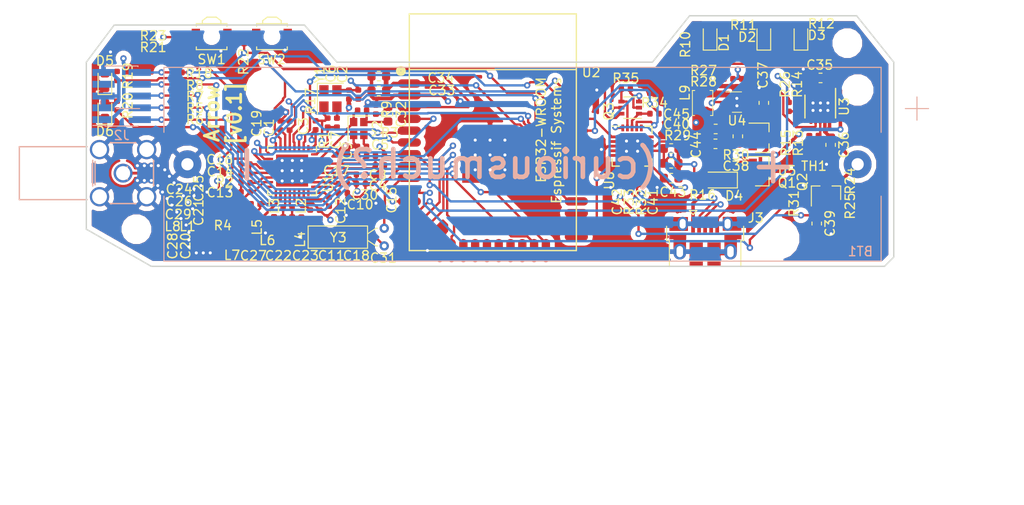
<source format=kicad_pcb>
(kicad_pcb (version 20171130) (host pcbnew 5.1.6-c6e7f7d~87~ubuntu18.04.1)

  (general
    (thickness 1.6)
    (drawings 21)
    (tracks 1060)
    (zones 0)
    (modules 116)
    (nets 104)
  )

  (page A4)
  (layers
    (0 F.Cu signal)
    (1 In1.Cu power)
    (2 In2.Cu power)
    (31 B.Cu jumper)
    (32 B.Adhes user)
    (33 F.Adhes user hide)
    (34 B.Paste user)
    (35 F.Paste user)
    (36 B.SilkS user)
    (37 F.SilkS user)
    (38 B.Mask user)
    (39 F.Mask user)
    (40 Dwgs.User user)
    (41 Cmts.User user)
    (42 Eco1.User user)
    (43 Eco2.User user)
    (44 Edge.Cuts user)
    (45 Margin user)
    (46 B.CrtYd user)
    (47 F.CrtYd user)
    (48 B.Fab user)
    (49 F.Fab user)
  )

  (setup
    (last_trace_width 0.1524)
    (user_trace_width 0.25)
    (user_trace_width 0.254)
    (user_trace_width 0.381)
    (user_trace_width 0.508)
    (user_trace_width 0.8128)
    (trace_clearance 0.1524)
    (zone_clearance 0.25)
    (zone_45_only no)
    (trace_min 0.1524)
    (via_size 0.6858)
    (via_drill 0.3302)
    (via_min_size 0.508)
    (via_min_drill 0.254)
    (uvia_size 0.6858)
    (uvia_drill 0.3302)
    (uvias_allowed no)
    (uvia_min_size 0.2)
    (uvia_min_drill 0.1)
    (edge_width 0.15)
    (segment_width 0.2)
    (pcb_text_width 0.3)
    (pcb_text_size 1.5 1.5)
    (mod_edge_width 0.15)
    (mod_text_size 1 1)
    (mod_text_width 0.15)
    (pad_size 1.524 1.524)
    (pad_drill 0.762)
    (pad_to_mask_clearance 0.0508)
    (solder_mask_min_width 0.1016)
    (aux_axis_origin 0 0)
    (visible_elements 7FFDFFFF)
    (pcbplotparams
      (layerselection 0x010fc_ffffffff)
      (usegerberextensions false)
      (usegerberattributes false)
      (usegerberadvancedattributes false)
      (creategerberjobfile false)
      (excludeedgelayer true)
      (linewidth 0.100000)
      (plotframeref false)
      (viasonmask false)
      (mode 1)
      (useauxorigin false)
      (hpglpennumber 1)
      (hpglpenspeed 20)
      (hpglpendiameter 15.000000)
      (psnegative false)
      (psa4output false)
      (plotreference true)
      (plotvalue true)
      (plotinvisibletext false)
      (padsonsilk false)
      (subtractmaskfromsilk false)
      (outputformat 1)
      (mirror false)
      (drillshape 1)
      (scaleselection 1)
      (outputdirectory ""))
  )

  (net 0 "")
  (net 1 GND)
  (net 2 +3V3)
  (net 3 "Net-(C2-Pad1)")
  (net 4 "Net-(C5-Pad1)")
  (net 5 TCXO_POWER)
  (net 6 "Net-(C7-Pad1)")
  (net 7 /Radio/TCXO)
  (net 8 "Net-(C12-Pad1)")
  (net 9 "Net-(C12-Pad2)")
  (net 10 /Radio/DCPL_XOSC)
  (net 11 /Radio/DCPL_PFD_CHP)
  (net 12 /Radio/DCPL_VCO)
  (net 13 /Radio/DCPL_DREG)
  (net 14 "Net-(C20-Pad2)")
  (net 15 "Net-(C20-Pad1)")
  (net 16 "Net-(C22-Pad2)")
  (net 17 "Net-(C22-Pad1)")
  (net 18 "Net-(C23-Pad2)")
  (net 19 "Net-(C25-Pad1)")
  (net 20 "Net-(C27-Pad1)")
  (net 21 "Net-(C28-Pad2)")
  (net 22 "Net-(C29-Pad1)")
  (net 23 "Net-(C30-Pad1)")
  (net 24 "Net-(C31-Pad1)")
  (net 25 +BATT)
  (net 26 "/Power Supply/VIN")
  (net 27 ADC_DIVIDER)
  (net 28 "Net-(J2-Pad2)")
  (net 29 "Net-(J2-Pad4)")
  (net 30 "Net-(J2-Pad6)")
  (net 31 "Net-(J2-Pad7)")
  (net 32 "Net-(J2-Pad8)")
  (net 33 "Net-(J2-Pad10)")
  (net 34 "Net-(R2-Pad2)")
  (net 35 /ESP32/MTCK)
  (net 36 /ESP32/MTMS)
  (net 37 /ESP32/MTDO)
  (net 38 /ESP32/MTDI)
  (net 39 "Net-(R10-Pad2)")
  (net 40 "Net-(D1-Pad1)")
  (net 41 "Net-(D2-Pad1)")
  (net 42 "Net-(R11-Pad2)")
  (net 43 "Net-(R12-Pad2)")
  (net 44 "Net-(D3-Pad1)")
  (net 45 "Net-(R13-Pad2)")
  (net 46 "Net-(R13-Pad1)")
  (net 47 "Net-(R14-Pad1)")
  (net 48 /ESP32/STATUS_LED_RED)
  (net 49 /ESP32/STATUS_LED_GREEN)
  (net 50 "Net-(R21-Pad1)")
  (net 51 /ESP32/BUTTON)
  (net 52 "Net-(R22-Pad1)")
  (net 53 ADC_ENABLE)
  (net 54 TURBO_CHARGE)
  (net 55 CC12XX_RESET)
  (net 56 CC12XX_GPIO3)
  (net 57 CC12XX_GPIO2)
  (net 58 CC12XX_MOSI)
  (net 59 CC12XX_SCLK)
  (net 60 CC12XX_MISO)
  (net 61 CC12XX_GPIO0)
  (net 62 CC12XX_CS)
  (net 63 "Net-(U2-Pad32)")
  (net 64 "Net-(J5-Pad1)")
  (net 65 "Net-(J5-Pad2)")
  (net 66 "Net-(U2-Pad22)")
  (net 67 "Net-(U2-Pad21)")
  (net 68 "Net-(U2-Pad20)")
  (net 69 "Net-(U2-Pad19)")
  (net 70 "Net-(U2-Pad18)")
  (net 71 "Net-(U2-Pad17)")
  (net 72 USB_D-)
  (net 73 USB_D+)
  (net 74 "Net-(J3-Pad4)")
  (net 75 "Net-(U4-Pad4)")
  (net 76 "Net-(Y1-Pad1)")
  (net 77 "Net-(C21-Pad1)")
  (net 78 "Net-(C38-Pad2)")
  (net 79 "Net-(D5-Pad2)")
  (net 80 "Net-(D6-Pad2)")
  (net 81 "Net-(Q2-Pad2)")
  (net 82 "Net-(R27-Pad1)")
  (net 83 "Net-(L9-Pad1)")
  (net 84 ESP32_EN)
  (net 85 V_USB)
  (net 86 /ESP32-Programmer/FTDI_3V)
  (net 87 /ESP32-Programmer/~DTR)
  (net 88 ESP32_GPIO0)
  (net 89 "Net-(Q3-Pad5)")
  (net 90 "Net-(Q3-Pad2)")
  (net 91 /ESP32-Programmer/~RTS)
  (net 92 "Net-(R32-Pad1)")
  (net 93 "Net-(R33-Pad1)")
  (net 94 UART_TXD)
  (net 95 UART_RXD)
  (net 96 "Net-(U6-Pad2)")
  (net 97 "Net-(U6-Pad4)")
  (net 98 "Net-(U6-Pad5)")
  (net 99 "Net-(U6-Pad6)")
  (net 100 "Net-(U6-Pad7)")
  (net 101 "Net-(U6-Pad14)")
  (net 102 "Net-(U6-Pad15)")
  (net 103 "Net-(U6-Pad16)")

  (net_class Default "This is the default net class."
    (clearance 0.1524)
    (trace_width 0.1524)
    (via_dia 0.6858)
    (via_drill 0.3302)
    (uvia_dia 0.6858)
    (uvia_drill 0.3302)
    (diff_pair_width 0.25)
    (diff_pair_gap 0.25)
    (add_net +3V3)
    (add_net +BATT)
    (add_net /ESP32-Programmer/FTDI_3V)
    (add_net /ESP32-Programmer/~DTR)
    (add_net /ESP32-Programmer/~RTS)
    (add_net /ESP32/BUTTON)
    (add_net /ESP32/MTCK)
    (add_net /ESP32/MTDI)
    (add_net /ESP32/MTDO)
    (add_net /ESP32/MTMS)
    (add_net /ESP32/STATUS_LED_GREEN)
    (add_net /ESP32/STATUS_LED_RED)
    (add_net "/Power Supply/VIN")
    (add_net /Radio/DCPL_DREG)
    (add_net /Radio/DCPL_PFD_CHP)
    (add_net /Radio/DCPL_VCO)
    (add_net /Radio/DCPL_XOSC)
    (add_net /Radio/TCXO)
    (add_net ADC_DIVIDER)
    (add_net ADC_ENABLE)
    (add_net CC12XX_CS)
    (add_net CC12XX_GPIO0)
    (add_net CC12XX_GPIO2)
    (add_net CC12XX_GPIO3)
    (add_net CC12XX_MISO)
    (add_net CC12XX_MOSI)
    (add_net CC12XX_RESET)
    (add_net CC12XX_SCLK)
    (add_net ESP32_EN)
    (add_net ESP32_GPIO0)
    (add_net GND)
    (add_net "Net-(C12-Pad1)")
    (add_net "Net-(C12-Pad2)")
    (add_net "Net-(C2-Pad1)")
    (add_net "Net-(C20-Pad1)")
    (add_net "Net-(C20-Pad2)")
    (add_net "Net-(C21-Pad1)")
    (add_net "Net-(C22-Pad1)")
    (add_net "Net-(C22-Pad2)")
    (add_net "Net-(C23-Pad2)")
    (add_net "Net-(C25-Pad1)")
    (add_net "Net-(C27-Pad1)")
    (add_net "Net-(C28-Pad2)")
    (add_net "Net-(C29-Pad1)")
    (add_net "Net-(C30-Pad1)")
    (add_net "Net-(C31-Pad1)")
    (add_net "Net-(C38-Pad2)")
    (add_net "Net-(C5-Pad1)")
    (add_net "Net-(C7-Pad1)")
    (add_net "Net-(D1-Pad1)")
    (add_net "Net-(D2-Pad1)")
    (add_net "Net-(D3-Pad1)")
    (add_net "Net-(D5-Pad2)")
    (add_net "Net-(D6-Pad2)")
    (add_net "Net-(J2-Pad10)")
    (add_net "Net-(J2-Pad2)")
    (add_net "Net-(J2-Pad4)")
    (add_net "Net-(J2-Pad6)")
    (add_net "Net-(J2-Pad7)")
    (add_net "Net-(J2-Pad8)")
    (add_net "Net-(J3-Pad4)")
    (add_net "Net-(J5-Pad1)")
    (add_net "Net-(J5-Pad2)")
    (add_net "Net-(L9-Pad1)")
    (add_net "Net-(Q2-Pad2)")
    (add_net "Net-(Q3-Pad2)")
    (add_net "Net-(Q3-Pad5)")
    (add_net "Net-(R10-Pad2)")
    (add_net "Net-(R11-Pad2)")
    (add_net "Net-(R12-Pad2)")
    (add_net "Net-(R13-Pad1)")
    (add_net "Net-(R13-Pad2)")
    (add_net "Net-(R14-Pad1)")
    (add_net "Net-(R2-Pad2)")
    (add_net "Net-(R21-Pad1)")
    (add_net "Net-(R22-Pad1)")
    (add_net "Net-(R27-Pad1)")
    (add_net "Net-(R32-Pad1)")
    (add_net "Net-(R33-Pad1)")
    (add_net "Net-(U2-Pad17)")
    (add_net "Net-(U2-Pad18)")
    (add_net "Net-(U2-Pad19)")
    (add_net "Net-(U2-Pad20)")
    (add_net "Net-(U2-Pad21)")
    (add_net "Net-(U2-Pad22)")
    (add_net "Net-(U2-Pad32)")
    (add_net "Net-(U4-Pad4)")
    (add_net "Net-(U6-Pad14)")
    (add_net "Net-(U6-Pad15)")
    (add_net "Net-(U6-Pad16)")
    (add_net "Net-(U6-Pad2)")
    (add_net "Net-(U6-Pad4)")
    (add_net "Net-(U6-Pad5)")
    (add_net "Net-(U6-Pad6)")
    (add_net "Net-(U6-Pad7)")
    (add_net "Net-(Y1-Pad1)")
    (add_net TCXO_POWER)
    (add_net TURBO_CHARGE)
    (add_net UART_RXD)
    (add_net UART_TXD)
    (add_net USB_D+)
    (add_net USB_D-)
    (add_net V_USB)
  )

  (module Arrow-Footprints:5-1814400-1 (layer B.Cu) (tedit 5C6DBD20) (tstamp 5C6E21B4)
    (at 110.96 92.96 270)
    (path /5B88ECF2/5B890189)
    (fp_text reference J1 (at 0 0 270) (layer B.SilkS)
      (effects (font (size 1 1) (thickness 0.15)) (justify mirror))
    )
    (fp_text value Conn_Coaxial (at 0 0 270) (layer B.SilkS) hide
      (effects (font (size 1 1) (thickness 0.15)) (justify mirror))
    )
    (fp_line (start -1.253542 3.022999) (end 1.253542 3.022999) (layer B.SilkS) (width 0.1524))
    (fp_line (start 2.851998 3.878252) (end 2.851998 11.176998) (layer B.SilkS) (width 0.1524))
    (fp_line (start 2.851998 11.176998) (end -2.851998 11.176998) (layer B.SilkS) (width 0.1524))
    (fp_line (start -2.851998 11.176998) (end -2.851998 3.878252) (layer B.SilkS) (width 0.1524))
    (fp_line (start -2.724998 3.149999) (end 2.724998 3.149999) (layer B.Fab) (width 0.1524))
    (fp_line (start 2.724998 3.149999) (end 2.724998 11.049998) (layer B.Fab) (width 0.1524))
    (fp_line (start 2.724998 11.049998) (end -2.724998 11.049998) (layer B.Fab) (width 0.1524))
    (fp_line (start -2.724998 11.049998) (end -2.724998 3.149999) (layer B.Fab) (width 0.1524))
    (fp_line (start -1.380218 -3.276999) (end 1.380218 -3.276999) (layer B.SilkS) (width 0.1524))
    (fp_line (start 3.276999 -1.380218) (end 3.276999 1.380218) (layer B.SilkS) (width 0.1524))
    (fp_line (start 1.380218 3.276999) (end -1.380218 3.276999) (layer B.SilkS) (width 0.1524))
    (fp_line (start -3.276999 1.380218) (end -3.276999 -1.380218) (layer B.SilkS) (width 0.1524))
    (fp_line (start -3.149999 -3.149999) (end 3.149999 -3.149999) (layer B.Fab) (width 0.1524))
    (fp_line (start 3.149999 -3.149999) (end 3.149999 3.149999) (layer B.Fab) (width 0.1524))
    (fp_line (start 3.149999 3.149999) (end -3.149999 3.149999) (layer B.Fab) (width 0.1524))
    (fp_line (start -3.149999 3.149999) (end -3.149999 -3.149999) (layer B.Fab) (width 0.1524))
    (fp_line (start -4.366999 -3.7084) (end -4.366999 11.608399) (layer B.CrtYd) (width 0.1524))
    (fp_line (start -4.366999 11.608399) (end 4.366999 11.608399) (layer B.CrtYd) (width 0.1524))
    (fp_line (start 4.366999 11.608399) (end 4.366999 -3.7084) (layer B.CrtYd) (width 0.1524))
    (fp_line (start 4.366999 -3.7084) (end -4.366999 -3.7084) (layer B.CrtYd) (width 0.1524))
    (fp_text user * (at 0 0 270) (layer B.Fab)
      (effects (font (size 1 1) (thickness 0.15)) (justify mirror))
    )
    (fp_text user "" (at 9.04 7.96 270) (layer B.SilkS) hide
      (effects (font (size 1 1) (thickness 0.15)) (justify mirror))
    )
    (pad 5 thru_hole circle (at 2.54 2.54 270) (size 2.0828 2.0828) (drill 1.6002) (layers *.Cu *.Mask)
      (net 1 GND))
    (pad 4 thru_hole circle (at 2.54 -2.54 270) (size 2.0828 2.0828) (drill 1.6002) (layers *.Cu *.Mask)
      (net 1 GND))
    (pad 3 thru_hole circle (at -2.54 -2.54 270) (size 2.0828 2.0828) (drill 1.6002) (layers *.Cu *.Mask)
      (net 1 GND))
    (pad 2 thru_hole circle (at -2.54 2.54 270) (size 2.0828 2.0828) (drill 1.6002) (layers *.Cu *.Mask)
      (net 1 GND))
    (pad 1 thru_hole circle (at 0 0 270) (size 2.032 2.032) (drill 1.524) (layers *.Cu *.Mask)
      (net 22 "Net-(C29-Pad1)"))
    (model /home/curiousmuch/NextCloud/Projects/Arrow/Hardware/Parts/KiCad-Parts/3DShapes/c-5-1814400-1-d-3d.stp
      (offset (xyz 0 11 7.29))
      (scale (xyz 1 1 1))
      (rotate (xyz -90 0 180))
    )
  )

  (module Resistor_SMD:R_0402_1005Metric (layer F.Cu) (tedit 5B301BBD) (tstamp 5C699F95)
    (at 181.5 78.615 270)
    (descr "Resistor SMD 0402 (1005 Metric), square (rectangular) end terminal, IPC_7351 nominal, (Body size source: http://www.tortai-tech.com/upload/download/2011102023233369053.pdf), generated with kicad-footprint-generator")
    (tags resistor)
    (path /5B8B30A8/5B8E13D3)
    (attr smd)
    (fp_text reference R11 (at -1.615 3.7) (layer F.SilkS)
      (effects (font (size 1 1) (thickness 0.15)))
    )
    (fp_text value 330 (at 0 1.17 270) (layer F.Fab)
      (effects (font (size 1 1) (thickness 0.15)))
    )
    (fp_line (start 0.93 0.47) (end -0.93 0.47) (layer F.CrtYd) (width 0.05))
    (fp_line (start 0.93 -0.47) (end 0.93 0.47) (layer F.CrtYd) (width 0.05))
    (fp_line (start -0.93 -0.47) (end 0.93 -0.47) (layer F.CrtYd) (width 0.05))
    (fp_line (start -0.93 0.47) (end -0.93 -0.47) (layer F.CrtYd) (width 0.05))
    (fp_line (start 0.5 0.25) (end -0.5 0.25) (layer F.Fab) (width 0.1))
    (fp_line (start 0.5 -0.25) (end 0.5 0.25) (layer F.Fab) (width 0.1))
    (fp_line (start -0.5 -0.25) (end 0.5 -0.25) (layer F.Fab) (width 0.1))
    (fp_line (start -0.5 0.25) (end -0.5 -0.25) (layer F.Fab) (width 0.1))
    (fp_text user %R (at 0 0 270) (layer F.Fab)
      (effects (font (size 0.25 0.25) (thickness 0.04)))
    )
    (pad 1 smd roundrect (at -0.485 0 270) (size 0.59 0.64) (layers F.Cu F.Paste F.Mask) (roundrect_rratio 0.25)
      (net 41 "Net-(D2-Pad1)"))
    (pad 2 smd roundrect (at 0.485 0 270) (size 0.59 0.64) (layers F.Cu F.Paste F.Mask) (roundrect_rratio 0.25)
      (net 42 "Net-(R11-Pad2)"))
    (model ${KISYS3DMOD}/Resistor_SMD.3dshapes/R_0402_1005Metric.wrl
      (at (xyz 0 0 0))
      (scale (xyz 1 1 1))
      (rotate (xyz 0 0 0))
    )
  )

  (module Arrow-Footprints:LQM2HPN2R2MJ0L (layer F.Cu) (tedit 5C65F917) (tstamp 5C680BCE)
    (at 173.4 85.4 270)
    (path /5B8B30A8/5C6DFF76)
    (fp_text reference L9 (at -1.1 1.9 90) (layer F.SilkS)
      (effects (font (size 1 1) (thickness 0.15)))
    )
    (fp_text value 2.2uH (at 0 -1.7 270) (layer F.Fab)
      (effects (font (size 1 1) (thickness 0.15)))
    )
    (fp_line (start -1.55 -1.2) (end 1.55 -1.2) (layer F.CrtYd) (width 0.02))
    (fp_line (start -1.55 1.2) (end -1.55 -1.2) (layer F.CrtYd) (width 0.02))
    (fp_line (start 1.55 1.2) (end -1.55 1.2) (layer F.CrtYd) (width 0.02))
    (fp_line (start 1.55 1.2) (end 1.55 -1.2) (layer F.CrtYd) (width 0.02))
    (fp_line (start 1.35 -1.1) (end 1.35 -0.85) (layer F.SilkS) (width 0.1))
    (fp_line (start -1.35 -1.1) (end 1.35 -1.1) (layer F.SilkS) (width 0.1))
    (fp_line (start -1.35 -0.8) (end -1.35 -1.1) (layer F.SilkS) (width 0.1))
    (fp_line (start 1.35 1.1) (end 1.35 0.85) (layer F.SilkS) (width 0.1))
    (fp_line (start -1.35 1.1) (end 1.35 1.1) (layer F.SilkS) (width 0.1))
    (fp_line (start -1.35 0.85) (end -1.35 1.1) (layer F.SilkS) (width 0.1))
    (fp_line (start -1.35 1.1) (end -1.35 0.85) (layer F.SilkS) (width 0.1))
    (pad 1 smd rect (at -1.15 0 270) (size 0.7 1.524) (layers F.Cu F.Paste F.Mask)
      (net 83 "Net-(L9-Pad1)"))
    (pad 2 smd rect (at 1.15 0 270) (size 0.7 1.524) (layers F.Cu F.Paste F.Mask)
      (net 2 +3V3))
  )

  (module Capacitor_SMD:C_0402_1005Metric (layer F.Cu) (tedit 5B301BBE) (tstamp 5C66DDBB)
    (at 128.9 87.835 90)
    (descr "Capacitor SMD 0402 (1005 Metric), square (rectangular) end terminal, IPC_7351 nominal, (Body size source: http://www.tortai-tech.com/upload/download/2011102023233369053.pdf), generated with kicad-footprint-generator")
    (tags capacitor)
    (path /5B88ECF2/5B8902CB)
    (attr smd)
    (fp_text reference C1 (at -0.215 -2.2 90) (layer F.SilkS)
      (effects (font (size 1 1) (thickness 0.15)))
    )
    (fp_text value 47nF (at 0 1.17 90) (layer F.Fab)
      (effects (font (size 1 1) (thickness 0.15)))
    )
    (fp_line (start -0.5 0.25) (end -0.5 -0.25) (layer F.Fab) (width 0.1))
    (fp_line (start -0.5 -0.25) (end 0.5 -0.25) (layer F.Fab) (width 0.1))
    (fp_line (start 0.5 -0.25) (end 0.5 0.25) (layer F.Fab) (width 0.1))
    (fp_line (start 0.5 0.25) (end -0.5 0.25) (layer F.Fab) (width 0.1))
    (fp_line (start -0.93 0.47) (end -0.93 -0.47) (layer F.CrtYd) (width 0.05))
    (fp_line (start -0.93 -0.47) (end 0.93 -0.47) (layer F.CrtYd) (width 0.05))
    (fp_line (start 0.93 -0.47) (end 0.93 0.47) (layer F.CrtYd) (width 0.05))
    (fp_line (start 0.93 0.47) (end -0.93 0.47) (layer F.CrtYd) (width 0.05))
    (fp_text user %R (at 0 0 90) (layer F.Fab)
      (effects (font (size 0.25 0.25) (thickness 0.04)))
    )
    (pad 2 smd roundrect (at 0.485 0 90) (size 0.59 0.64) (layers F.Cu F.Paste F.Mask) (roundrect_rratio 0.25)
      (net 1 GND))
    (pad 1 smd roundrect (at -0.485 0 90) (size 0.59 0.64) (layers F.Cu F.Paste F.Mask) (roundrect_rratio 0.25)
      (net 2 +3V3))
    (model ${KISYS3DMOD}/Capacitor_SMD.3dshapes/C_0402_1005Metric.wrl
      (at (xyz 0 0 0))
      (scale (xyz 1 1 1))
      (rotate (xyz 0 0 0))
    )
  )

  (module Capacitor_SMD:C_0402_1005Metric (layer F.Cu) (tedit 5B301BBE) (tstamp 5BBFC7C6)
    (at 136.715 86.2)
    (descr "Capacitor SMD 0402 (1005 Metric), square (rectangular) end terminal, IPC_7351 nominal, (Body size source: http://www.tortai-tech.com/upload/download/2011102023233369053.pdf), generated with kicad-footprint-generator")
    (tags capacitor)
    (path /5B88ECF2/5B8903AE)
    (attr smd)
    (fp_text reference C2 (at -2.115 -3.9 90) (layer F.SilkS)
      (effects (font (size 1 1) (thickness 0.15)))
    )
    (fp_text value NC (at 0 1.17) (layer F.Fab)
      (effects (font (size 1 1) (thickness 0.15)))
    )
    (fp_line (start 0.93 0.47) (end -0.93 0.47) (layer F.CrtYd) (width 0.05))
    (fp_line (start 0.93 -0.47) (end 0.93 0.47) (layer F.CrtYd) (width 0.05))
    (fp_line (start -0.93 -0.47) (end 0.93 -0.47) (layer F.CrtYd) (width 0.05))
    (fp_line (start -0.93 0.47) (end -0.93 -0.47) (layer F.CrtYd) (width 0.05))
    (fp_line (start 0.5 0.25) (end -0.5 0.25) (layer F.Fab) (width 0.1))
    (fp_line (start 0.5 -0.25) (end 0.5 0.25) (layer F.Fab) (width 0.1))
    (fp_line (start -0.5 -0.25) (end 0.5 -0.25) (layer F.Fab) (width 0.1))
    (fp_line (start -0.5 0.25) (end -0.5 -0.25) (layer F.Fab) (width 0.1))
    (fp_text user %R (at 0 0) (layer F.Fab)
      (effects (font (size 0.25 0.25) (thickness 0.04)))
    )
    (pad 1 smd roundrect (at -0.485 0) (size 0.59 0.64) (layers F.Cu F.Paste F.Mask) (roundrect_rratio 0.25)
      (net 3 "Net-(C2-Pad1)"))
    (pad 2 smd roundrect (at 0.485 0) (size 0.59 0.64) (layers F.Cu F.Paste F.Mask) (roundrect_rratio 0.25)
      (net 1 GND))
    (model ${KISYS3DMOD}/Capacitor_SMD.3dshapes/C_0402_1005Metric.wrl
      (at (xyz 0 0 0))
      (scale (xyz 1 1 1))
      (rotate (xyz 0 0 0))
    )
  )

  (module Capacitor_SMD:C_0402_1005Metric (layer F.Cu) (tedit 5B301BBE) (tstamp 5C5FE143)
    (at 131.7 87.8 90)
    (descr "Capacitor SMD 0402 (1005 Metric), square (rectangular) end terminal, IPC_7351 nominal, (Body size source: http://www.tortai-tech.com/upload/download/2011102023233369053.pdf), generated with kicad-footprint-generator")
    (tags capacitor)
    (path /5B88ECF2/5B8902D6)
    (attr smd)
    (fp_text reference C3 (at -0.1 -1.3 90) (layer F.SilkS)
      (effects (font (size 1 1) (thickness 0.15)))
    )
    (fp_text value 47nF (at 0 1.17 90) (layer F.Fab)
      (effects (font (size 1 1) (thickness 0.15)))
    )
    (fp_line (start 0.93 0.47) (end -0.93 0.47) (layer F.CrtYd) (width 0.05))
    (fp_line (start 0.93 -0.47) (end 0.93 0.47) (layer F.CrtYd) (width 0.05))
    (fp_line (start -0.93 -0.47) (end 0.93 -0.47) (layer F.CrtYd) (width 0.05))
    (fp_line (start -0.93 0.47) (end -0.93 -0.47) (layer F.CrtYd) (width 0.05))
    (fp_line (start 0.5 0.25) (end -0.5 0.25) (layer F.Fab) (width 0.1))
    (fp_line (start 0.5 -0.25) (end 0.5 0.25) (layer F.Fab) (width 0.1))
    (fp_line (start -0.5 -0.25) (end 0.5 -0.25) (layer F.Fab) (width 0.1))
    (fp_line (start -0.5 0.25) (end -0.5 -0.25) (layer F.Fab) (width 0.1))
    (fp_text user %R (at 0 -0.021884 90) (layer F.Fab)
      (effects (font (size 0.25 0.25) (thickness 0.04)))
    )
    (pad 1 smd roundrect (at -0.485 0 90) (size 0.59 0.64) (layers F.Cu F.Paste F.Mask) (roundrect_rratio 0.25)
      (net 2 +3V3))
    (pad 2 smd roundrect (at 0.485 0 90) (size 0.59 0.64) (layers F.Cu F.Paste F.Mask) (roundrect_rratio 0.25)
      (net 1 GND))
    (model ${KISYS3DMOD}/Capacitor_SMD.3dshapes/C_0402_1005Metric.wrl
      (at (xyz 0 0 0))
      (scale (xyz 1 1 1))
      (rotate (xyz 0 0 0))
    )
  )

  (module Capacitor_SMD:C_0402_1005Metric (layer F.Cu) (tedit 5B301BBE) (tstamp 5C60E326)
    (at 136.585 94.1)
    (descr "Capacitor SMD 0402 (1005 Metric), square (rectangular) end terminal, IPC_7351 nominal, (Body size source: http://www.tortai-tech.com/upload/download/2011102023233369053.pdf), generated with kicad-footprint-generator")
    (tags capacitor)
    (path /5B88ECF2/5B8902EB)
    (attr smd)
    (fp_text reference C4 (at 1.815 0.2) (layer F.SilkS)
      (effects (font (size 1 1) (thickness 0.15)))
    )
    (fp_text value 47nF (at 0 1.17) (layer F.Fab)
      (effects (font (size 1 1) (thickness 0.15)))
    )
    (fp_line (start 0.93 0.47) (end -0.93 0.47) (layer F.CrtYd) (width 0.05))
    (fp_line (start 0.93 -0.47) (end 0.93 0.47) (layer F.CrtYd) (width 0.05))
    (fp_line (start -0.93 -0.47) (end 0.93 -0.47) (layer F.CrtYd) (width 0.05))
    (fp_line (start -0.93 0.47) (end -0.93 -0.47) (layer F.CrtYd) (width 0.05))
    (fp_line (start 0.5 0.25) (end -0.5 0.25) (layer F.Fab) (width 0.1))
    (fp_line (start 0.5 -0.25) (end 0.5 0.25) (layer F.Fab) (width 0.1))
    (fp_line (start -0.5 -0.25) (end 0.5 -0.25) (layer F.Fab) (width 0.1))
    (fp_line (start -0.5 0.25) (end -0.5 -0.25) (layer F.Fab) (width 0.1))
    (fp_text user %R (at 0 0) (layer F.Fab)
      (effects (font (size 0.25 0.25) (thickness 0.04)))
    )
    (pad 1 smd roundrect (at -0.485 0) (size 0.59 0.64) (layers F.Cu F.Paste F.Mask) (roundrect_rratio 0.25)
      (net 2 +3V3))
    (pad 2 smd roundrect (at 0.485 0) (size 0.59 0.64) (layers F.Cu F.Paste F.Mask) (roundrect_rratio 0.25)
      (net 1 GND))
    (model ${KISYS3DMOD}/Capacitor_SMD.3dshapes/C_0402_1005Metric.wrl
      (at (xyz 0 0 0))
      (scale (xyz 1 1 1))
      (rotate (xyz 0 0 0))
    )
  )

  (module Capacitor_SMD:C_0402_1005Metric (layer F.Cu) (tedit 5B301BBE) (tstamp 5C60D624)
    (at 136.7 90.1 180)
    (descr "Capacitor SMD 0402 (1005 Metric), square (rectangular) end terminal, IPC_7351 nominal, (Body size source: http://www.tortai-tech.com/upload/download/2011102023233369053.pdf), generated with kicad-footprint-generator")
    (tags capacitor)
    (path /5B88ECF2/5B89038A)
    (attr smd)
    (fp_text reference C5 (at -1.95 0.2 180) (layer F.SilkS)
      (effects (font (size 1 1) (thickness 0.15)))
    )
    (fp_text value NC (at 0 1.17 180) (layer F.Fab)
      (effects (font (size 1 1) (thickness 0.15)))
    )
    (fp_line (start 0.93 0.47) (end -0.93 0.47) (layer F.CrtYd) (width 0.05))
    (fp_line (start 0.93 -0.47) (end 0.93 0.47) (layer F.CrtYd) (width 0.05))
    (fp_line (start -0.93 -0.47) (end 0.93 -0.47) (layer F.CrtYd) (width 0.05))
    (fp_line (start -0.93 0.47) (end -0.93 -0.47) (layer F.CrtYd) (width 0.05))
    (fp_line (start 0.5 0.25) (end -0.5 0.25) (layer F.Fab) (width 0.1))
    (fp_line (start 0.5 -0.25) (end 0.5 0.25) (layer F.Fab) (width 0.1))
    (fp_line (start -0.5 -0.25) (end 0.5 -0.25) (layer F.Fab) (width 0.1))
    (fp_line (start -0.5 0.25) (end -0.5 -0.25) (layer F.Fab) (width 0.1))
    (fp_text user %R (at 0 0 180) (layer F.Fab)
      (effects (font (size 0.25 0.25) (thickness 0.04)))
    )
    (pad 1 smd roundrect (at -0.485 0 180) (size 0.59 0.64) (layers F.Cu F.Paste F.Mask) (roundrect_rratio 0.25)
      (net 4 "Net-(C5-Pad1)"))
    (pad 2 smd roundrect (at 0.485 0 180) (size 0.59 0.64) (layers F.Cu F.Paste F.Mask) (roundrect_rratio 0.25)
      (net 1 GND))
    (model ${KISYS3DMOD}/Capacitor_SMD.3dshapes/C_0402_1005Metric.wrl
      (at (xyz 0 0 0))
      (scale (xyz 1 1 1))
      (rotate (xyz 0 0 0))
    )
  )

  (module Capacitor_SMD:C_0402_1005Metric (layer F.Cu) (tedit 5B301BBE) (tstamp 5BBFC802)
    (at 135.3 84.5 270)
    (descr "Capacitor SMD 0402 (1005 Metric), square (rectangular) end terminal, IPC_7351 nominal, (Body size source: http://www.tortai-tech.com/upload/download/2011102023233369053.pdf), generated with kicad-footprint-generator")
    (tags capacitor)
    (path /5B88ECF2/5B890412)
    (attr smd)
    (fp_text reference C6 (at -2.25 1.95 270) (layer F.SilkS)
      (effects (font (size 1 1) (thickness 0.15)))
    )
    (fp_text value 100nF (at 0 1.17 270) (layer F.Fab)
      (effects (font (size 1 1) (thickness 0.15)))
    )
    (fp_line (start -0.5 0.25) (end -0.5 -0.25) (layer F.Fab) (width 0.1))
    (fp_line (start -0.5 -0.25) (end 0.5 -0.25) (layer F.Fab) (width 0.1))
    (fp_line (start 0.5 -0.25) (end 0.5 0.25) (layer F.Fab) (width 0.1))
    (fp_line (start 0.5 0.25) (end -0.5 0.25) (layer F.Fab) (width 0.1))
    (fp_line (start -0.93 0.47) (end -0.93 -0.47) (layer F.CrtYd) (width 0.05))
    (fp_line (start -0.93 -0.47) (end 0.93 -0.47) (layer F.CrtYd) (width 0.05))
    (fp_line (start 0.93 -0.47) (end 0.93 0.47) (layer F.CrtYd) (width 0.05))
    (fp_line (start 0.93 0.47) (end -0.93 0.47) (layer F.CrtYd) (width 0.05))
    (fp_text user %R (at 0 0 270) (layer F.Fab)
      (effects (font (size 0.25 0.25) (thickness 0.04)))
    )
    (pad 2 smd roundrect (at 0.485 0 270) (size 0.59 0.64) (layers F.Cu F.Paste F.Mask) (roundrect_rratio 0.25)
      (net 1 GND))
    (pad 1 smd roundrect (at -0.485 0 270) (size 0.59 0.64) (layers F.Cu F.Paste F.Mask) (roundrect_rratio 0.25)
      (net 5 TCXO_POWER))
    (model ${KISYS3DMOD}/Capacitor_SMD.3dshapes/C_0402_1005Metric.wrl
      (at (xyz 0 0 0))
      (scale (xyz 1 1 1))
      (rotate (xyz 0 0 0))
    )
  )

  (module Capacitor_SMD:C_0402_1005Metric (layer F.Cu) (tedit 5B301BBE) (tstamp 5BBFC811)
    (at 134 87.515 270)
    (descr "Capacitor SMD 0402 (1005 Metric), square (rectangular) end terminal, IPC_7351 nominal, (Body size source: http://www.tortai-tech.com/upload/download/2011102023233369053.pdf), generated with kicad-footprint-generator")
    (tags capacitor)
    (path /5B88ECF2/5B89042B)
    (attr smd)
    (fp_text reference C7 (at 1.885 0.1 270) (layer F.SilkS)
      (effects (font (size 1 1) (thickness 0.15)))
    )
    (fp_text value 22pF (at 0 1.17 270) (layer F.Fab)
      (effects (font (size 1 1) (thickness 0.15)))
    )
    (fp_line (start 0.93 0.47) (end -0.93 0.47) (layer F.CrtYd) (width 0.05))
    (fp_line (start 0.93 -0.47) (end 0.93 0.47) (layer F.CrtYd) (width 0.05))
    (fp_line (start -0.93 -0.47) (end 0.93 -0.47) (layer F.CrtYd) (width 0.05))
    (fp_line (start -0.93 0.47) (end -0.93 -0.47) (layer F.CrtYd) (width 0.05))
    (fp_line (start 0.5 0.25) (end -0.5 0.25) (layer F.Fab) (width 0.1))
    (fp_line (start 0.5 -0.25) (end 0.5 0.25) (layer F.Fab) (width 0.1))
    (fp_line (start -0.5 -0.25) (end 0.5 -0.25) (layer F.Fab) (width 0.1))
    (fp_line (start -0.5 0.25) (end -0.5 -0.25) (layer F.Fab) (width 0.1))
    (fp_text user %R (at 0 0 270) (layer F.Fab)
      (effects (font (size 0.25 0.25) (thickness 0.04)))
    )
    (pad 1 smd roundrect (at -0.485 0 270) (size 0.59 0.64) (layers F.Cu F.Paste F.Mask) (roundrect_rratio 0.25)
      (net 6 "Net-(C7-Pad1)"))
    (pad 2 smd roundrect (at 0.485 0 270) (size 0.59 0.64) (layers F.Cu F.Paste F.Mask) (roundrect_rratio 0.25)
      (net 7 /Radio/TCXO))
    (model ${KISYS3DMOD}/Capacitor_SMD.3dshapes/C_0402_1005Metric.wrl
      (at (xyz 0 0 0))
      (scale (xyz 1 1 1))
      (rotate (xyz 0 0 0))
    )
  )

  (module Capacitor_SMD:C_0402_1005Metric (layer F.Cu) (tedit 5B301BBE) (tstamp 5C5F18DF)
    (at 136.585 93.1)
    (descr "Capacitor SMD 0402 (1005 Metric), square (rectangular) end terminal, IPC_7351 nominal, (Body size source: http://www.tortai-tech.com/upload/download/2011102023233369053.pdf), generated with kicad-footprint-generator")
    (tags capacitor)
    (path /5B88ECF2/5B8902E0)
    (attr smd)
    (fp_text reference C8 (at 1.815 0.05) (layer F.SilkS)
      (effects (font (size 1 1) (thickness 0.15)))
    )
    (fp_text value 47nF (at 0 1.17) (layer F.Fab)
      (effects (font (size 1 1) (thickness 0.15)))
    )
    (fp_line (start -0.5 0.25) (end -0.5 -0.25) (layer F.Fab) (width 0.1))
    (fp_line (start -0.5 -0.25) (end 0.5 -0.25) (layer F.Fab) (width 0.1))
    (fp_line (start 0.5 -0.25) (end 0.5 0.25) (layer F.Fab) (width 0.1))
    (fp_line (start 0.5 0.25) (end -0.5 0.25) (layer F.Fab) (width 0.1))
    (fp_line (start -0.93 0.47) (end -0.93 -0.47) (layer F.CrtYd) (width 0.05))
    (fp_line (start -0.93 -0.47) (end 0.93 -0.47) (layer F.CrtYd) (width 0.05))
    (fp_line (start 0.93 -0.47) (end 0.93 0.47) (layer F.CrtYd) (width 0.05))
    (fp_line (start 0.93 0.47) (end -0.93 0.47) (layer F.CrtYd) (width 0.05))
    (fp_text user %R (at 0 0) (layer F.Fab)
      (effects (font (size 0.25 0.25) (thickness 0.04)))
    )
    (pad 2 smd roundrect (at 0.485 0) (size 0.59 0.64) (layers F.Cu F.Paste F.Mask) (roundrect_rratio 0.25)
      (net 1 GND))
    (pad 1 smd roundrect (at -0.485 0) (size 0.59 0.64) (layers F.Cu F.Paste F.Mask) (roundrect_rratio 0.25)
      (net 2 +3V3))
    (model ${KISYS3DMOD}/Capacitor_SMD.3dshapes/C_0402_1005Metric.wrl
      (at (xyz 0 0 0))
      (scale (xyz 1 1 1))
      (rotate (xyz 0 0 0))
    )
  )

  (module Capacitor_SMD:C_0402_1005Metric (layer F.Cu) (tedit 5B301BBE) (tstamp 5BBFC82F)
    (at 136.715 91.1 180)
    (descr "Capacitor SMD 0402 (1005 Metric), square (rectangular) end terminal, IPC_7351 nominal, (Body size source: http://www.tortai-tech.com/upload/download/2011102023233369053.pdf), generated with kicad-footprint-generator")
    (tags capacitor)
    (path /5B88ECF2/5B890391)
    (attr smd)
    (fp_text reference C9 (at 1.615 0.55 270) (layer F.SilkS)
      (effects (font (size 1 1) (thickness 0.15)))
    )
    (fp_text value NC (at 0 1.17 180) (layer F.Fab)
      (effects (font (size 1 1) (thickness 0.15)))
    )
    (fp_line (start 0.93 0.47) (end -0.93 0.47) (layer F.CrtYd) (width 0.05))
    (fp_line (start 0.93 -0.47) (end 0.93 0.47) (layer F.CrtYd) (width 0.05))
    (fp_line (start -0.93 -0.47) (end 0.93 -0.47) (layer F.CrtYd) (width 0.05))
    (fp_line (start -0.93 0.47) (end -0.93 -0.47) (layer F.CrtYd) (width 0.05))
    (fp_line (start 0.5 0.25) (end -0.5 0.25) (layer F.Fab) (width 0.1))
    (fp_line (start 0.5 -0.25) (end 0.5 0.25) (layer F.Fab) (width 0.1))
    (fp_line (start -0.5 -0.25) (end 0.5 -0.25) (layer F.Fab) (width 0.1))
    (fp_line (start -0.5 0.25) (end -0.5 -0.25) (layer F.Fab) (width 0.1))
    (fp_text user %R (at 0 0 180) (layer F.Fab)
      (effects (font (size 0.25 0.25) (thickness 0.04)))
    )
    (pad 1 smd roundrect (at -0.485 0 180) (size 0.59 0.64) (layers F.Cu F.Paste F.Mask) (roundrect_rratio 0.25)
      (net 4 "Net-(C5-Pad1)"))
    (pad 2 smd roundrect (at 0.485 0 180) (size 0.59 0.64) (layers F.Cu F.Paste F.Mask) (roundrect_rratio 0.25)
      (net 1 GND))
    (model ${KISYS3DMOD}/Capacitor_SMD.3dshapes/C_0402_1005Metric.wrl
      (at (xyz 0 0 0))
      (scale (xyz 1 1 1))
      (rotate (xyz 0 0 0))
    )
  )

  (module Capacitor_SMD:C_0402_1005Metric (layer F.Cu) (tedit 5B301BBE) (tstamp 5BBFC83E)
    (at 134.635 95.1)
    (descr "Capacitor SMD 0402 (1005 Metric), square (rectangular) end terminal, IPC_7351 nominal, (Body size source: http://www.tortai-tech.com/upload/download/2011102023233369053.pdf), generated with kicad-footprint-generator")
    (tags capacitor)
    (path /5B88ECF2/5B8902F7)
    (attr smd)
    (fp_text reference C10 (at 1.865 1.25) (layer F.SilkS)
      (effects (font (size 1 1) (thickness 0.15)))
    )
    (fp_text value 47nF (at 0 1.17) (layer F.Fab)
      (effects (font (size 1 1) (thickness 0.15)))
    )
    (fp_line (start -0.5 0.25) (end -0.5 -0.25) (layer F.Fab) (width 0.1))
    (fp_line (start -0.5 -0.25) (end 0.5 -0.25) (layer F.Fab) (width 0.1))
    (fp_line (start 0.5 -0.25) (end 0.5 0.25) (layer F.Fab) (width 0.1))
    (fp_line (start 0.5 0.25) (end -0.5 0.25) (layer F.Fab) (width 0.1))
    (fp_line (start -0.93 0.47) (end -0.93 -0.47) (layer F.CrtYd) (width 0.05))
    (fp_line (start -0.93 -0.47) (end 0.93 -0.47) (layer F.CrtYd) (width 0.05))
    (fp_line (start 0.93 -0.47) (end 0.93 0.47) (layer F.CrtYd) (width 0.05))
    (fp_line (start 0.93 0.47) (end -0.93 0.47) (layer F.CrtYd) (width 0.05))
    (fp_text user %R (at 0.043116 -0.030861) (layer F.Fab)
      (effects (font (size 0.25 0.25) (thickness 0.04)))
    )
    (pad 2 smd roundrect (at 0.485 0) (size 0.59 0.64) (layers F.Cu F.Paste F.Mask) (roundrect_rratio 0.25)
      (net 1 GND))
    (pad 1 smd roundrect (at -0.485 0) (size 0.59 0.64) (layers F.Cu F.Paste F.Mask) (roundrect_rratio 0.25)
      (net 2 +3V3))
    (model ${KISYS3DMOD}/Capacitor_SMD.3dshapes/C_0402_1005Metric.wrl
      (at (xyz 0 0 0))
      (scale (xyz 1 1 1))
      (rotate (xyz 0 0 0))
    )
  )

  (module Capacitor_SMD:C_0402_1005Metric (layer F.Cu) (tedit 5B301BBE) (tstamp 5C60F92F)
    (at 132.15 97.435 270)
    (descr "Capacitor SMD 0402 (1005 Metric), square (rectangular) end terminal, IPC_7351 nominal, (Body size source: http://www.tortai-tech.com/upload/download/2011102023233369053.pdf), generated with kicad-footprint-generator")
    (tags capacitor)
    (path /5B88ECF2/5B890302)
    (attr smd)
    (fp_text reference C11 (at 4.415 -1.25) (layer F.SilkS)
      (effects (font (size 1 1) (thickness 0.15)))
    )
    (fp_text value 47nF (at 0 1.17 270) (layer F.Fab)
      (effects (font (size 1 1) (thickness 0.15)))
    )
    (fp_line (start 0.93 0.47) (end -0.93 0.47) (layer F.CrtYd) (width 0.05))
    (fp_line (start 0.93 -0.47) (end 0.93 0.47) (layer F.CrtYd) (width 0.05))
    (fp_line (start -0.93 -0.47) (end 0.93 -0.47) (layer F.CrtYd) (width 0.05))
    (fp_line (start -0.93 0.47) (end -0.93 -0.47) (layer F.CrtYd) (width 0.05))
    (fp_line (start 0.5 0.25) (end -0.5 0.25) (layer F.Fab) (width 0.1))
    (fp_line (start 0.5 -0.25) (end 0.5 0.25) (layer F.Fab) (width 0.1))
    (fp_line (start -0.5 -0.25) (end 0.5 -0.25) (layer F.Fab) (width 0.1))
    (fp_line (start -0.5 0.25) (end -0.5 -0.25) (layer F.Fab) (width 0.1))
    (fp_text user %R (at 1.015 0.75 270) (layer F.Fab)
      (effects (font (size 0.25 0.25) (thickness 0.04)))
    )
    (pad 1 smd roundrect (at -0.485 0 270) (size 0.59 0.64) (layers F.Cu F.Paste F.Mask) (roundrect_rratio 0.25)
      (net 2 +3V3))
    (pad 2 smd roundrect (at 0.485 0 270) (size 0.59 0.64) (layers F.Cu F.Paste F.Mask) (roundrect_rratio 0.25)
      (net 1 GND))
    (model ${KISYS3DMOD}/Capacitor_SMD.3dshapes/C_0402_1005Metric.wrl
      (at (xyz 0 0 0))
      (scale (xyz 1 1 1))
      (rotate (xyz 0 0 0))
    )
  )

  (module Capacitor_SMD:C_0402_1005Metric (layer F.Cu) (tedit 5B301BBE) (tstamp 5BBFC85C)
    (at 133.15 96.035 90)
    (descr "Capacitor SMD 0402 (1005 Metric), square (rectangular) end terminal, IPC_7351 nominal, (Body size source: http://www.tortai-tech.com/upload/download/2011102023233369053.pdf), generated with kicad-footprint-generator")
    (tags capacitor)
    (path /5B88ECF2/5B8902A7)
    (attr smd)
    (fp_text reference C12 (at -0.965 1.25 90) (layer F.SilkS)
      (effects (font (size 1 1) (thickness 0.15)))
    )
    (fp_text value 1.8nF (at 0 1.17 90) (layer F.Fab)
      (effects (font (size 1 1) (thickness 0.15)))
    )
    (fp_line (start 0.93 0.47) (end -0.93 0.47) (layer F.CrtYd) (width 0.05))
    (fp_line (start 0.93 -0.47) (end 0.93 0.47) (layer F.CrtYd) (width 0.05))
    (fp_line (start -0.93 -0.47) (end 0.93 -0.47) (layer F.CrtYd) (width 0.05))
    (fp_line (start -0.93 0.47) (end -0.93 -0.47) (layer F.CrtYd) (width 0.05))
    (fp_line (start 0.5 0.25) (end -0.5 0.25) (layer F.Fab) (width 0.1))
    (fp_line (start 0.5 -0.25) (end 0.5 0.25) (layer F.Fab) (width 0.1))
    (fp_line (start -0.5 -0.25) (end 0.5 -0.25) (layer F.Fab) (width 0.1))
    (fp_line (start -0.5 0.25) (end -0.5 -0.25) (layer F.Fab) (width 0.1))
    (fp_text user %R (at 0 0 90) (layer F.Fab)
      (effects (font (size 0.25 0.25) (thickness 0.04)))
    )
    (pad 1 smd roundrect (at -0.485 0 90) (size 0.59 0.64) (layers F.Cu F.Paste F.Mask) (roundrect_rratio 0.25)
      (net 8 "Net-(C12-Pad1)"))
    (pad 2 smd roundrect (at 0.485 0 90) (size 0.59 0.64) (layers F.Cu F.Paste F.Mask) (roundrect_rratio 0.25)
      (net 9 "Net-(C12-Pad2)"))
    (model ${KISYS3DMOD}/Capacitor_SMD.3dshapes/C_0402_1005Metric.wrl
      (at (xyz 0 0 0))
      (scale (xyz 1 1 1))
      (rotate (xyz 0 0 0))
    )
  )

  (module Capacitor_SMD:C_0402_1005Metric (layer F.Cu) (tedit 5B301BBE) (tstamp 5C5FD60A)
    (at 124.156884 95 180)
    (descr "Capacitor SMD 0402 (1005 Metric), square (rectangular) end terminal, IPC_7351 nominal, (Body size source: http://www.tortai-tech.com/upload/download/2011102023233369053.pdf), generated with kicad-footprint-generator")
    (tags capacitor)
    (path /5B88ECF2/5B89030D)
    (attr smd)
    (fp_text reference C13 (at 2.756884 -0.05 180) (layer F.SilkS)
      (effects (font (size 1 1) (thickness 0.15)))
    )
    (fp_text value 47nF (at 0 1.17 180) (layer F.Fab)
      (effects (font (size 1 1) (thickness 0.15)))
    )
    (fp_line (start 0.93 0.47) (end -0.93 0.47) (layer F.CrtYd) (width 0.05))
    (fp_line (start 0.93 -0.47) (end 0.93 0.47) (layer F.CrtYd) (width 0.05))
    (fp_line (start -0.93 -0.47) (end 0.93 -0.47) (layer F.CrtYd) (width 0.05))
    (fp_line (start -0.93 0.47) (end -0.93 -0.47) (layer F.CrtYd) (width 0.05))
    (fp_line (start 0.5 0.25) (end -0.5 0.25) (layer F.Fab) (width 0.1))
    (fp_line (start 0.5 -0.25) (end 0.5 0.25) (layer F.Fab) (width 0.1))
    (fp_line (start -0.5 -0.25) (end 0.5 -0.25) (layer F.Fab) (width 0.1))
    (fp_line (start -0.5 0.25) (end -0.5 -0.25) (layer F.Fab) (width 0.1))
    (fp_text user %R (at 0 -0.010001 180) (layer F.Fab)
      (effects (font (size 0.25 0.25) (thickness 0.04)))
    )
    (pad 1 smd roundrect (at -0.485 0 180) (size 0.59 0.64) (layers F.Cu F.Paste F.Mask) (roundrect_rratio 0.25)
      (net 2 +3V3))
    (pad 2 smd roundrect (at 0.485 0 180) (size 0.59 0.64) (layers F.Cu F.Paste F.Mask) (roundrect_rratio 0.25)
      (net 1 GND))
    (model ${KISYS3DMOD}/Capacitor_SMD.3dshapes/C_0402_1005Metric.wrl
      (at (xyz 0 0 0))
      (scale (xyz 1 1 1))
      (rotate (xyz 0 0 0))
    )
  )

  (module Capacitor_SMD:C_0402_1005Metric (layer F.Cu) (tedit 5B301BBE) (tstamp 5C60F7F2)
    (at 124.15 93.05 180)
    (descr "Capacitor SMD 0402 (1005 Metric), square (rectangular) end terminal, IPC_7351 nominal, (Body size source: http://www.tortai-tech.com/upload/download/2011102023233369053.pdf), generated with kicad-footprint-generator")
    (tags capacitor)
    (path /5B88ECF2/5B890316)
    (attr smd)
    (fp_text reference C14 (at 2.735 0.25 180) (layer F.SilkS)
      (effects (font (size 1 1) (thickness 0.15)))
    )
    (fp_text value 47nF (at 0 1.17 180) (layer F.Fab)
      (effects (font (size 1 1) (thickness 0.15)))
    )
    (fp_line (start 0.93 0.47) (end -0.93 0.47) (layer F.CrtYd) (width 0.05))
    (fp_line (start 0.93 -0.47) (end 0.93 0.47) (layer F.CrtYd) (width 0.05))
    (fp_line (start -0.93 -0.47) (end 0.93 -0.47) (layer F.CrtYd) (width 0.05))
    (fp_line (start -0.93 0.47) (end -0.93 -0.47) (layer F.CrtYd) (width 0.05))
    (fp_line (start 0.5 0.25) (end -0.5 0.25) (layer F.Fab) (width 0.1))
    (fp_line (start 0.5 -0.25) (end 0.5 0.25) (layer F.Fab) (width 0.1))
    (fp_line (start -0.5 -0.25) (end 0.5 -0.25) (layer F.Fab) (width 0.1))
    (fp_line (start -0.5 0.25) (end -0.5 -0.25) (layer F.Fab) (width 0.1))
    (fp_text user %R (at 0 0 180) (layer F.Fab)
      (effects (font (size 0.25 0.25) (thickness 0.04)))
    )
    (pad 1 smd roundrect (at -0.485 0 180) (size 0.59 0.64) (layers F.Cu F.Paste F.Mask) (roundrect_rratio 0.25)
      (net 2 +3V3))
    (pad 2 smd roundrect (at 0.485 0 180) (size 0.59 0.64) (layers F.Cu F.Paste F.Mask) (roundrect_rratio 0.25)
      (net 1 GND))
    (model ${KISYS3DMOD}/Capacitor_SMD.3dshapes/C_0402_1005Metric.wrl
      (at (xyz 0 0 0))
      (scale (xyz 1 1 1))
      (rotate (xyz 0 0 0))
    )
  )

  (module Capacitor_SMD:C_0402_1005Metric (layer F.Cu) (tedit 5B301BBE) (tstamp 5BBFC889)
    (at 138.635 92.1)
    (descr "Capacitor SMD 0402 (1005 Metric), square (rectangular) end terminal, IPC_7351 nominal, (Body size source: http://www.tortai-tech.com/upload/download/2011102023233369053.pdf), generated with kicad-footprint-generator")
    (tags capacitor)
    (path /5B88ECF2/5B8903CC)
    (attr smd)
    (fp_text reference C15 (at 1.265 3.75 90) (layer F.SilkS)
      (effects (font (size 1 1) (thickness 0.15)))
    )
    (fp_text value 47nF (at 0 1.17) (layer F.Fab)
      (effects (font (size 1 1) (thickness 0.15)))
    )
    (fp_line (start -0.5 0.25) (end -0.5 -0.25) (layer F.Fab) (width 0.1))
    (fp_line (start -0.5 -0.25) (end 0.5 -0.25) (layer F.Fab) (width 0.1))
    (fp_line (start 0.5 -0.25) (end 0.5 0.25) (layer F.Fab) (width 0.1))
    (fp_line (start 0.5 0.25) (end -0.5 0.25) (layer F.Fab) (width 0.1))
    (fp_line (start -0.93 0.47) (end -0.93 -0.47) (layer F.CrtYd) (width 0.05))
    (fp_line (start -0.93 -0.47) (end 0.93 -0.47) (layer F.CrtYd) (width 0.05))
    (fp_line (start 0.93 -0.47) (end 0.93 0.47) (layer F.CrtYd) (width 0.05))
    (fp_line (start 0.93 0.47) (end -0.93 0.47) (layer F.CrtYd) (width 0.05))
    (fp_text user %R (at 0 0) (layer F.Fab)
      (effects (font (size 0.25 0.25) (thickness 0.04)))
    )
    (pad 2 smd roundrect (at 0.485 0) (size 0.59 0.64) (layers F.Cu F.Paste F.Mask) (roundrect_rratio 0.25)
      (net 1 GND))
    (pad 1 smd roundrect (at -0.485 0) (size 0.59 0.64) (layers F.Cu F.Paste F.Mask) (roundrect_rratio 0.25)
      (net 10 /Radio/DCPL_XOSC))
    (model ${KISYS3DMOD}/Capacitor_SMD.3dshapes/C_0402_1005Metric.wrl
      (at (xyz 0 0 0))
      (scale (xyz 1 1 1))
      (rotate (xyz 0 0 0))
    )
  )

  (module Capacitor_SMD:C_0402_1005Metric (layer F.Cu) (tedit 5B301BBE) (tstamp 5C60F79D)
    (at 124.135 92 180)
    (descr "Capacitor SMD 0402 (1005 Metric), square (rectangular) end terminal, IPC_7351 nominal, (Body size source: http://www.tortai-tech.com/upload/download/2011102023233369053.pdf), generated with kicad-footprint-generator")
    (tags capacitor)
    (path /5B88ECF2/5B890321)
    (attr smd)
    (fp_text reference C16 (at 2.765 0.5 180) (layer F.SilkS)
      (effects (font (size 1 1) (thickness 0.15)))
    )
    (fp_text value 47nF (at 0 1.17 180) (layer B.Fab)
      (effects (font (size 1 1) (thickness 0.15)) (justify mirror))
    )
    (fp_line (start 0.93 0.47) (end -0.93 0.47) (layer F.CrtYd) (width 0.05))
    (fp_line (start 0.93 -0.47) (end 0.93 0.47) (layer F.CrtYd) (width 0.05))
    (fp_line (start -0.93 -0.47) (end 0.93 -0.47) (layer F.CrtYd) (width 0.05))
    (fp_line (start -0.93 0.47) (end -0.93 -0.47) (layer F.CrtYd) (width 0.05))
    (fp_line (start 0.5 0.25) (end -0.5 0.25) (layer F.Fab) (width 0.1))
    (fp_line (start 0.5 -0.25) (end 0.5 0.25) (layer F.Fab) (width 0.1))
    (fp_line (start -0.5 -0.25) (end 0.5 -0.25) (layer F.Fab) (width 0.1))
    (fp_line (start -0.5 0.25) (end -0.5 -0.25) (layer F.Fab) (width 0.1))
    (fp_text user %R (at 0 0 180) (layer F.Fab)
      (effects (font (size 0.25 0.25) (thickness 0.04)))
    )
    (pad 1 smd roundrect (at -0.485 0 180) (size 0.59 0.64) (layers F.Cu F.Paste F.Mask) (roundrect_rratio 0.25)
      (net 2 +3V3))
    (pad 2 smd roundrect (at 0.485 0 180) (size 0.59 0.64) (layers F.Cu F.Paste F.Mask) (roundrect_rratio 0.25)
      (net 1 GND))
    (model ${KISYS3DMOD}/Capacitor_SMD.3dshapes/C_0402_1005Metric.wrl
      (at (xyz 0 0 0))
      (scale (xyz 1 1 1))
      (rotate (xyz 0 0 0))
    )
  )

  (module Capacitor_SMD:C_0402_1005Metric (layer F.Cu) (tedit 5B301BBE) (tstamp 5BBFC8A7)
    (at 134.635 94.1)
    (descr "Capacitor SMD 0402 (1005 Metric), square (rectangular) end terminal, IPC_7351 nominal, (Body size source: http://www.tortai-tech.com/upload/download/2011102023233369053.pdf), generated with kicad-footprint-generator")
    (tags capacitor)
    (path /5B88ECF2/5B8903D3)
    (attr smd)
    (fp_text reference C17 (at -0.685 -1.4) (layer F.SilkS)
      (effects (font (size 1 1) (thickness 0.15)))
    )
    (fp_text value 47nF (at 0 1.17) (layer F.Fab)
      (effects (font (size 1 1) (thickness 0.15)))
    )
    (fp_line (start 0.93 0.47) (end -0.93 0.47) (layer F.CrtYd) (width 0.05))
    (fp_line (start 0.93 -0.47) (end 0.93 0.47) (layer F.CrtYd) (width 0.05))
    (fp_line (start -0.93 -0.47) (end 0.93 -0.47) (layer F.CrtYd) (width 0.05))
    (fp_line (start -0.93 0.47) (end -0.93 -0.47) (layer F.CrtYd) (width 0.05))
    (fp_line (start 0.5 0.25) (end -0.5 0.25) (layer F.Fab) (width 0.1))
    (fp_line (start 0.5 -0.25) (end 0.5 0.25) (layer F.Fab) (width 0.1))
    (fp_line (start -0.5 -0.25) (end 0.5 -0.25) (layer F.Fab) (width 0.1))
    (fp_line (start -0.5 0.25) (end -0.5 -0.25) (layer F.Fab) (width 0.1))
    (fp_text user %R (at -0.05 -0.05) (layer F.Fab)
      (effects (font (size 0.25 0.25) (thickness 0.04)))
    )
    (pad 1 smd roundrect (at -0.485 0) (size 0.59 0.64) (layers F.Cu F.Paste F.Mask) (roundrect_rratio 0.25)
      (net 11 /Radio/DCPL_PFD_CHP))
    (pad 2 smd roundrect (at 0.485 0) (size 0.59 0.64) (layers F.Cu F.Paste F.Mask) (roundrect_rratio 0.25)
      (net 1 GND))
    (model ${KISYS3DMOD}/Capacitor_SMD.3dshapes/C_0402_1005Metric.wrl
      (at (xyz 0 0 0))
      (scale (xyz 1 1 1))
      (rotate (xyz 0 0 0))
    )
  )

  (module Capacitor_SMD:C_0402_1005Metric (layer F.Cu) (tedit 5B301BBE) (tstamp 5BBFC8B6)
    (at 131.121884 97.415861 270)
    (descr "Capacitor SMD 0402 (1005 Metric), square (rectangular) end terminal, IPC_7351 nominal, (Body size source: http://www.tortai-tech.com/upload/download/2011102023233369053.pdf), generated with kicad-footprint-generator")
    (tags capacitor)
    (path /5B88ECF2/5B8903DA)
    (attr smd)
    (fp_text reference C18 (at 4.434139 -4.978116) (layer F.SilkS)
      (effects (font (size 1 1) (thickness 0.15)))
    )
    (fp_text value 10nF (at 0 1.17 270) (layer F.Fab)
      (effects (font (size 1 1) (thickness 0.15)))
    )
    (fp_line (start -0.5 0.25) (end -0.5 -0.25) (layer F.Fab) (width 0.1))
    (fp_line (start -0.5 -0.25) (end 0.5 -0.25) (layer F.Fab) (width 0.1))
    (fp_line (start 0.5 -0.25) (end 0.5 0.25) (layer F.Fab) (width 0.1))
    (fp_line (start 0.5 0.25) (end -0.5 0.25) (layer F.Fab) (width 0.1))
    (fp_line (start -0.93 0.47) (end -0.93 -0.47) (layer F.CrtYd) (width 0.05))
    (fp_line (start -0.93 -0.47) (end 0.93 -0.47) (layer F.CrtYd) (width 0.05))
    (fp_line (start 0.93 -0.47) (end 0.93 0.47) (layer F.CrtYd) (width 0.05))
    (fp_line (start 0.93 0.47) (end -0.93 0.47) (layer F.CrtYd) (width 0.05))
    (fp_text user %R (at 0 0 270) (layer F.Fab)
      (effects (font (size 0.25 0.25) (thickness 0.04)))
    )
    (pad 2 smd roundrect (at 0.485 0 270) (size 0.59 0.64) (layers F.Cu F.Paste F.Mask) (roundrect_rratio 0.25)
      (net 1 GND))
    (pad 1 smd roundrect (at -0.485 0 270) (size 0.59 0.64) (layers F.Cu F.Paste F.Mask) (roundrect_rratio 0.25)
      (net 12 /Radio/DCPL_VCO))
    (model ${KISYS3DMOD}/Capacitor_SMD.3dshapes/C_0402_1005Metric.wrl
      (at (xyz 0 0 0))
      (scale (xyz 1 1 1))
      (rotate (xyz 0 0 0))
    )
  )

  (module Capacitor_SMD:C_0402_1005Metric (layer F.Cu) (tedit 5B301BBE) (tstamp 5BBFC8C5)
    (at 127.9 87.815 90)
    (descr "Capacitor SMD 0402 (1005 Metric), square (rectangular) end terminal, IPC_7351 nominal, (Body size source: http://www.tortai-tech.com/upload/download/2011102023233369053.pdf), generated with kicad-footprint-generator")
    (tags capacitor)
    (path /5B88ECF2/5B8903E1)
    (attr smd)
    (fp_text reference C19 (at 0.215 -2.55 90) (layer F.SilkS)
      (effects (font (size 1 1) (thickness 0.15)))
    )
    (fp_text value 220nF (at 0 1.17 90) (layer F.Fab)
      (effects (font (size 1 1) (thickness 0.15)))
    )
    (fp_line (start 0.93 0.47) (end -0.93 0.47) (layer F.CrtYd) (width 0.05))
    (fp_line (start 0.93 -0.47) (end 0.93 0.47) (layer F.CrtYd) (width 0.05))
    (fp_line (start -0.93 -0.47) (end 0.93 -0.47) (layer F.CrtYd) (width 0.05))
    (fp_line (start -0.93 0.47) (end -0.93 -0.47) (layer F.CrtYd) (width 0.05))
    (fp_line (start 0.5 0.25) (end -0.5 0.25) (layer F.Fab) (width 0.1))
    (fp_line (start 0.5 -0.25) (end 0.5 0.25) (layer F.Fab) (width 0.1))
    (fp_line (start -0.5 -0.25) (end 0.5 -0.25) (layer F.Fab) (width 0.1))
    (fp_line (start -0.5 0.25) (end -0.5 -0.25) (layer F.Fab) (width 0.1))
    (fp_text user %R (at 0 0 90) (layer F.Fab)
      (effects (font (size 0.25 0.25) (thickness 0.04)))
    )
    (pad 1 smd roundrect (at -0.485 0 90) (size 0.59 0.64) (layers F.Cu F.Paste F.Mask) (roundrect_rratio 0.25)
      (net 13 /Radio/DCPL_DREG))
    (pad 2 smd roundrect (at 0.485 0 90) (size 0.59 0.64) (layers F.Cu F.Paste F.Mask) (roundrect_rratio 0.25)
      (net 1 GND))
    (model ${KISYS3DMOD}/Capacitor_SMD.3dshapes/C_0402_1005Metric.wrl
      (at (xyz 0 0 0))
      (scale (xyz 1 1 1))
      (rotate (xyz 0 0 0))
    )
  )

  (module Capacitor_SMD:C_0402_1005Metric (layer F.Cu) (tedit 5B301BBE) (tstamp 5BBFC8D4)
    (at 124.706884 97.280861)
    (descr "Capacitor SMD 0402 (1005 Metric), square (rectangular) end terminal, IPC_7351 nominal, (Body size source: http://www.tortai-tech.com/upload/download/2011102023233369053.pdf), generated with kicad-footprint-generator")
    (tags capacitor)
    (path /5B88ECF2/5B8901BA)
    (attr smd)
    (fp_text reference C20 (at -7.006884 3.519139 90) (layer F.SilkS)
      (effects (font (size 1 1) (thickness 0.15)))
    )
    (fp_text value 82pF (at 0 1.17) (layer F.Fab)
      (effects (font (size 1 1) (thickness 0.15)))
    )
    (fp_line (start -0.5 0.25) (end -0.5 -0.25) (layer F.Fab) (width 0.1))
    (fp_line (start -0.5 -0.25) (end 0.5 -0.25) (layer F.Fab) (width 0.1))
    (fp_line (start 0.5 -0.25) (end 0.5 0.25) (layer F.Fab) (width 0.1))
    (fp_line (start 0.5 0.25) (end -0.5 0.25) (layer F.Fab) (width 0.1))
    (fp_line (start -0.93 0.47) (end -0.93 -0.47) (layer F.CrtYd) (width 0.05))
    (fp_line (start -0.93 -0.47) (end 0.93 -0.47) (layer F.CrtYd) (width 0.05))
    (fp_line (start 0.93 -0.47) (end 0.93 0.47) (layer F.CrtYd) (width 0.05))
    (fp_line (start 0.93 0.47) (end -0.93 0.47) (layer F.CrtYd) (width 0.05))
    (fp_text user %R (at 0 0) (layer F.Fab)
      (effects (font (size 0.25 0.25) (thickness 0.04)))
    )
    (pad 2 smd roundrect (at 0.485 0) (size 0.59 0.64) (layers F.Cu F.Paste F.Mask) (roundrect_rratio 0.25)
      (net 14 "Net-(C20-Pad2)"))
    (pad 1 smd roundrect (at -0.485 0) (size 0.59 0.64) (layers F.Cu F.Paste F.Mask) (roundrect_rratio 0.25)
      (net 15 "Net-(C20-Pad1)"))
    (model ${KISYS3DMOD}/Capacitor_SMD.3dshapes/C_0402_1005Metric.wrl
      (at (xyz 0 0 0))
      (scale (xyz 1 1 1))
      (rotate (xyz 0 0 0))
    )
  )

  (module Capacitor_SMD:C_0402_1005Metric (layer F.Cu) (tedit 5B301BBE) (tstamp 5BBFC8E3)
    (at 122.736884 97.280861 180)
    (descr "Capacitor SMD 0402 (1005 Metric), square (rectangular) end terminal, IPC_7351 nominal, (Body size source: http://www.tortai-tech.com/upload/download/2011102023233369053.pdf), generated with kicad-footprint-generator")
    (tags capacitor)
    (path /5B88ECF2/5B8901E8)
    (attr smd)
    (fp_text reference C21 (at 3.636884 0.080861 270) (layer F.SilkS)
      (effects (font (size 1 1) (thickness 0.15)))
    )
    (fp_text value 100pF (at 0 1.17 180) (layer F.Fab)
      (effects (font (size 1 1) (thickness 0.15)))
    )
    (fp_line (start -0.5 0.25) (end -0.5 -0.25) (layer F.Fab) (width 0.1))
    (fp_line (start -0.5 -0.25) (end 0.5 -0.25) (layer F.Fab) (width 0.1))
    (fp_line (start 0.5 -0.25) (end 0.5 0.25) (layer F.Fab) (width 0.1))
    (fp_line (start 0.5 0.25) (end -0.5 0.25) (layer F.Fab) (width 0.1))
    (fp_line (start -0.93 0.47) (end -0.93 -0.47) (layer F.CrtYd) (width 0.05))
    (fp_line (start -0.93 -0.47) (end 0.93 -0.47) (layer F.CrtYd) (width 0.05))
    (fp_line (start 0.93 -0.47) (end 0.93 0.47) (layer F.CrtYd) (width 0.05))
    (fp_line (start 0.93 0.47) (end -0.93 0.47) (layer F.CrtYd) (width 0.05))
    (fp_text user %R (at 0 0 180) (layer F.Fab)
      (effects (font (size 0.25 0.25) (thickness 0.04)))
    )
    (pad 2 smd roundrect (at 0.485 0 180) (size 0.59 0.64) (layers F.Cu F.Paste F.Mask) (roundrect_rratio 0.25)
      (net 2 +3V3))
    (pad 1 smd roundrect (at -0.485 0 180) (size 0.59 0.64) (layers F.Cu F.Paste F.Mask) (roundrect_rratio 0.25)
      (net 77 "Net-(C21-Pad1)"))
    (model ${KISYS3DMOD}/Capacitor_SMD.3dshapes/C_0402_1005Metric.wrl
      (at (xyz 0 0 0))
      (scale (xyz 1 1 1))
      (rotate (xyz 0 0 0))
    )
  )

  (module Capacitor_SMD:C_0402_1005Metric (layer F.Cu) (tedit 5B301BBE) (tstamp 5BBFC8F2)
    (at 128.221884 98.165861 90)
    (descr "Capacitor SMD 0402 (1005 Metric), square (rectangular) end terminal, IPC_7351 nominal, (Body size source: http://www.tortai-tech.com/upload/download/2011102023233369053.pdf), generated with kicad-footprint-generator")
    (tags capacitor)
    (path /5B88ECF2/5B89021C)
    (attr smd)
    (fp_text reference C22 (at -3.684139 -0.521884 180) (layer F.SilkS)
      (effects (font (size 1 1) (thickness 0.15)))
    )
    (fp_text value 12pF (at 0 1.17 90) (layer F.Fab)
      (effects (font (size 1 1) (thickness 0.15)))
    )
    (fp_line (start -0.5 0.25) (end -0.5 -0.25) (layer F.Fab) (width 0.1))
    (fp_line (start -0.5 -0.25) (end 0.5 -0.25) (layer F.Fab) (width 0.1))
    (fp_line (start 0.5 -0.25) (end 0.5 0.25) (layer F.Fab) (width 0.1))
    (fp_line (start 0.5 0.25) (end -0.5 0.25) (layer F.Fab) (width 0.1))
    (fp_line (start -0.93 0.47) (end -0.93 -0.47) (layer F.CrtYd) (width 0.05))
    (fp_line (start -0.93 -0.47) (end 0.93 -0.47) (layer F.CrtYd) (width 0.05))
    (fp_line (start 0.93 -0.47) (end 0.93 0.47) (layer F.CrtYd) (width 0.05))
    (fp_line (start 0.93 0.47) (end -0.93 0.47) (layer F.CrtYd) (width 0.05))
    (fp_text user %R (at 0 0 90) (layer F.Fab)
      (effects (font (size 0.25 0.25) (thickness 0.04)))
    )
    (pad 2 smd roundrect (at 0.485 0 90) (size 0.59 0.64) (layers F.Cu F.Paste F.Mask) (roundrect_rratio 0.25)
      (net 16 "Net-(C22-Pad2)"))
    (pad 1 smd roundrect (at -0.485 0 90) (size 0.59 0.64) (layers F.Cu F.Paste F.Mask) (roundrect_rratio 0.25)
      (net 17 "Net-(C22-Pad1)"))
    (model ${KISYS3DMOD}/Capacitor_SMD.3dshapes/C_0402_1005Metric.wrl
      (at (xyz 0 0 0))
      (scale (xyz 1 1 1))
      (rotate (xyz 0 0 0))
    )
  )

  (module Capacitor_SMD:C_0402_1005Metric (layer F.Cu) (tedit 5B301BBE) (tstamp 5BBFC901)
    (at 130.171884 98.180861 90)
    (descr "Capacitor SMD 0402 (1005 Metric), square (rectangular) end terminal, IPC_7351 nominal, (Body size source: http://www.tortai-tech.com/upload/download/2011102023233369053.pdf), generated with kicad-footprint-generator")
    (tags capacitor)
    (path /5B88ECF2/5B89022A)
    (attr smd)
    (fp_text reference C23 (at -3.669139 0.428116 180) (layer F.SilkS)
      (effects (font (size 1 1) (thickness 0.15)))
    )
    (fp_text value 12pF (at 0 1.17 90) (layer F.Fab)
      (effects (font (size 1 1) (thickness 0.15)))
    )
    (fp_line (start -0.5 0.25) (end -0.5 -0.25) (layer F.Fab) (width 0.1))
    (fp_line (start -0.5 -0.25) (end 0.5 -0.25) (layer F.Fab) (width 0.1))
    (fp_line (start 0.5 -0.25) (end 0.5 0.25) (layer F.Fab) (width 0.1))
    (fp_line (start 0.5 0.25) (end -0.5 0.25) (layer F.Fab) (width 0.1))
    (fp_line (start -0.93 0.47) (end -0.93 -0.47) (layer F.CrtYd) (width 0.05))
    (fp_line (start -0.93 -0.47) (end 0.93 -0.47) (layer F.CrtYd) (width 0.05))
    (fp_line (start 0.93 -0.47) (end 0.93 0.47) (layer F.CrtYd) (width 0.05))
    (fp_line (start 0.93 0.47) (end -0.93 0.47) (layer F.CrtYd) (width 0.05))
    (fp_text user %R (at 0 0 90) (layer F.Fab)
      (effects (font (size 0.25 0.25) (thickness 0.04)))
    )
    (pad 2 smd roundrect (at 0.485 0 90) (size 0.59 0.64) (layers F.Cu F.Paste F.Mask) (roundrect_rratio 0.25)
      (net 18 "Net-(C23-Pad2)"))
    (pad 1 smd roundrect (at -0.485 0 90) (size 0.59 0.64) (layers F.Cu F.Paste F.Mask) (roundrect_rratio 0.25)
      (net 1 GND))
    (model ${KISYS3DMOD}/Capacitor_SMD.3dshapes/C_0402_1005Metric.wrl
      (at (xyz 0 0 0))
      (scale (xyz 1 1 1))
      (rotate (xyz 0 0 0))
    )
  )

  (module Capacitor_SMD:C_0402_1005Metric (layer F.Cu) (tedit 5B301BBE) (tstamp 5BBFC910)
    (at 120.786884 96.280861 180)
    (descr "Capacitor SMD 0402 (1005 Metric), square (rectangular) end terminal, IPC_7351 nominal, (Body size source: http://www.tortai-tech.com/upload/download/2011102023233369053.pdf), generated with kicad-footprint-generator")
    (tags capacitor)
    (path /5B88ECF2/5B8901EF)
    (attr smd)
    (fp_text reference C24 (at 3.786884 1.580861 180) (layer F.SilkS)
      (effects (font (size 1 1) (thickness 0.15)))
    )
    (fp_text value 10nF (at 0 1.17 180) (layer F.Fab)
      (effects (font (size 1 1) (thickness 0.15)))
    )
    (fp_line (start 0.93 0.47) (end -0.93 0.47) (layer F.CrtYd) (width 0.05))
    (fp_line (start 0.93 -0.47) (end 0.93 0.47) (layer F.CrtYd) (width 0.05))
    (fp_line (start -0.93 -0.47) (end 0.93 -0.47) (layer F.CrtYd) (width 0.05))
    (fp_line (start -0.93 0.47) (end -0.93 -0.47) (layer F.CrtYd) (width 0.05))
    (fp_line (start 0.5 0.25) (end -0.5 0.25) (layer F.Fab) (width 0.1))
    (fp_line (start 0.5 -0.25) (end 0.5 0.25) (layer F.Fab) (width 0.1))
    (fp_line (start -0.5 -0.25) (end 0.5 -0.25) (layer F.Fab) (width 0.1))
    (fp_line (start -0.5 0.25) (end -0.5 -0.25) (layer F.Fab) (width 0.1))
    (fp_text user %R (at 0 0 180) (layer F.Fab)
      (effects (font (size 0.25 0.25) (thickness 0.04)))
    )
    (pad 1 smd roundrect (at -0.485 0 180) (size 0.59 0.64) (layers F.Cu F.Paste F.Mask) (roundrect_rratio 0.25)
      (net 2 +3V3))
    (pad 2 smd roundrect (at 0.485 0 180) (size 0.59 0.64) (layers F.Cu F.Paste F.Mask) (roundrect_rratio 0.25)
      (net 1 GND))
    (model ${KISYS3DMOD}/Capacitor_SMD.3dshapes/C_0402_1005Metric.wrl
      (at (xyz 0 0 0))
      (scale (xyz 1 1 1))
      (rotate (xyz 0 0 0))
    )
  )

  (module Capacitor_SMD:C_0402_1005Metric (layer F.Cu) (tedit 5B301BBE) (tstamp 5BBFC91F)
    (at 123.221884 98.780861 90)
    (descr "Capacitor SMD 0402 (1005 Metric), square (rectangular) end terminal, IPC_7351 nominal, (Body size source: http://www.tortai-tech.com/upload/download/2011102023233369053.pdf), generated with kicad-footprint-generator")
    (tags capacitor)
    (path /5B88ECF2/5B8901B3)
    (attr smd)
    (fp_text reference C25 (at 4.180861 -4.121884 90) (layer F.SilkS)
      (effects (font (size 1 1) (thickness 0.15)))
    )
    (fp_text value 12pF (at 0 1.17 90) (layer F.Fab)
      (effects (font (size 1 1) (thickness 0.15)))
    )
    (fp_line (start 0.93 0.47) (end -0.93 0.47) (layer F.CrtYd) (width 0.05))
    (fp_line (start 0.93 -0.47) (end 0.93 0.47) (layer F.CrtYd) (width 0.05))
    (fp_line (start -0.93 -0.47) (end 0.93 -0.47) (layer F.CrtYd) (width 0.05))
    (fp_line (start -0.93 0.47) (end -0.93 -0.47) (layer F.CrtYd) (width 0.05))
    (fp_line (start 0.5 0.25) (end -0.5 0.25) (layer F.Fab) (width 0.1))
    (fp_line (start 0.5 -0.25) (end 0.5 0.25) (layer F.Fab) (width 0.1))
    (fp_line (start -0.5 -0.25) (end 0.5 -0.25) (layer F.Fab) (width 0.1))
    (fp_line (start -0.5 0.25) (end -0.5 -0.25) (layer F.Fab) (width 0.1))
    (fp_text user %R (at 0 0 90) (layer F.Fab)
      (effects (font (size 0.25 0.25) (thickness 0.04)))
    )
    (pad 1 smd roundrect (at -0.485 0 90) (size 0.59 0.64) (layers F.Cu F.Paste F.Mask) (roundrect_rratio 0.25)
      (net 19 "Net-(C25-Pad1)"))
    (pad 2 smd roundrect (at 0.485 0 90) (size 0.59 0.64) (layers F.Cu F.Paste F.Mask) (roundrect_rratio 0.25)
      (net 15 "Net-(C20-Pad1)"))
    (model ${KISYS3DMOD}/Capacitor_SMD.3dshapes/C_0402_1005Metric.wrl
      (at (xyz 0 0 0))
      (scale (xyz 1 1 1))
      (rotate (xyz 0 0 0))
    )
  )

  (module Capacitor_SMD:C_0402_1005Metric (layer F.Cu) (tedit 5C6AE976) (tstamp 5BBFC92E)
    (at 120.786884 97.280861 180)
    (descr "Capacitor SMD 0402 (1005 Metric), square (rectangular) end terminal, IPC_7351 nominal, (Body size source: http://www.tortai-tech.com/upload/download/2011102023233369053.pdf), generated with kicad-footprint-generator")
    (tags capacitor)
    (path /5B88ECF2/5B8901F6)
    (attr smd)
    (fp_text reference C26 (at 3.786884 1.280861 180) (layer F.SilkS)
      (effects (font (size 1 1) (thickness 0.15)))
    )
    (fp_text value 100pF (at 0 1.17 180) (layer F.Fab)
      (effects (font (size 1 1) (thickness 0.15)))
    )
    (fp_line (start -0.5 0.25) (end -0.5 -0.25) (layer F.Fab) (width 0.1))
    (fp_line (start -0.5 -0.25) (end 0.5 -0.25) (layer F.Fab) (width 0.1))
    (fp_line (start 0.5 -0.25) (end 0.5 0.25) (layer F.Fab) (width 0.1))
    (fp_line (start 0.5 0.25) (end -0.5 0.25) (layer F.Fab) (width 0.1))
    (fp_line (start -0.93 0.47) (end -0.93 -0.47) (layer F.CrtYd) (width 0.05))
    (fp_line (start -0.93 -0.47) (end 0.93 -0.47) (layer F.CrtYd) (width 0.05))
    (fp_line (start 0.93 -0.47) (end 0.93 0.47) (layer F.CrtYd) (width 0.05))
    (fp_line (start 0.93 0.47) (end -0.93 0.47) (layer F.CrtYd) (width 0.05))
    (fp_text user %R (at 0 0 180) (layer F.Fab)
      (effects (font (size 0.25 0.25) (thickness 0.04)))
    )
    (pad 2 smd roundrect (at 0.485 0 180) (size 0.59 0.64) (layers F.Cu F.Paste F.Mask) (roundrect_rratio 0.25)
      (net 1 GND))
    (pad 1 smd roundrect (at -0.485 0 180) (size 0.59 0.64) (layers F.Cu F.Paste F.Mask) (roundrect_rratio 0.25)
      (net 2 +3V3))
    (model ${KISYS3DMOD}/Capacitor_SMD.3dshapes/C_0402_1005Metric.wrl
      (at (xyz 0 0 0))
      (scale (xyz 1 1 1))
      (rotate (xyz 0 0 0))
    )
  )

  (module Capacitor_SMD:C_0402_1005Metric (layer F.Cu) (tedit 5B301BBE) (tstamp 5BBFC93D)
    (at 124.706884 100.280861 180)
    (descr "Capacitor SMD 0402 (1005 Metric), square (rectangular) end terminal, IPC_7351 nominal, (Body size source: http://www.tortai-tech.com/upload/download/2011102023233369053.pdf), generated with kicad-footprint-generator")
    (tags capacitor)
    (path /5B88ECF2/5B890277)
    (attr smd)
    (fp_text reference C27 (at -0.293116 -1.569139 180) (layer F.SilkS)
      (effects (font (size 1 1) (thickness 0.15)))
    )
    (fp_text value 12pF (at 0 1.17 180) (layer F.Fab)
      (effects (font (size 1 1) (thickness 0.15)))
    )
    (fp_line (start -0.5 0.25) (end -0.5 -0.25) (layer F.Fab) (width 0.1))
    (fp_line (start -0.5 -0.25) (end 0.5 -0.25) (layer F.Fab) (width 0.1))
    (fp_line (start 0.5 -0.25) (end 0.5 0.25) (layer F.Fab) (width 0.1))
    (fp_line (start 0.5 0.25) (end -0.5 0.25) (layer F.Fab) (width 0.1))
    (fp_line (start -0.93 0.47) (end -0.93 -0.47) (layer F.CrtYd) (width 0.05))
    (fp_line (start -0.93 -0.47) (end 0.93 -0.47) (layer F.CrtYd) (width 0.05))
    (fp_line (start 0.93 -0.47) (end 0.93 0.47) (layer F.CrtYd) (width 0.05))
    (fp_line (start 0.93 0.47) (end -0.93 0.47) (layer F.CrtYd) (width 0.05))
    (fp_text user %R (at 0 0 180) (layer F.Fab)
      (effects (font (size 0.25 0.25) (thickness 0.04)))
    )
    (pad 2 smd roundrect (at 0.485 0 180) (size 0.59 0.64) (layers F.Cu F.Paste F.Mask) (roundrect_rratio 0.25)
      (net 19 "Net-(C25-Pad1)"))
    (pad 1 smd roundrect (at -0.485 0 180) (size 0.59 0.64) (layers F.Cu F.Paste F.Mask) (roundrect_rratio 0.25)
      (net 20 "Net-(C27-Pad1)"))
    (model ${KISYS3DMOD}/Capacitor_SMD.3dshapes/C_0402_1005Metric.wrl
      (at (xyz 0 0 0))
      (scale (xyz 1 1 1))
      (rotate (xyz 0 0 0))
    )
  )

  (module Capacitor_SMD:C_0402_1005Metric (layer F.Cu) (tedit 5B301BBE) (tstamp 5BBFC94C)
    (at 121.271884 100.765861 90)
    (descr "Capacitor SMD 0402 (1005 Metric), square (rectangular) end terminal, IPC_7351 nominal, (Body size source: http://www.tortai-tech.com/upload/download/2011102023233369053.pdf), generated with kicad-footprint-generator")
    (tags capacitor)
    (path /5B88ECF2/5B89019E)
    (attr smd)
    (fp_text reference C28 (at -0.034139 -4.971884 90) (layer F.SilkS)
      (effects (font (size 1 1) (thickness 0.15)))
    )
    (fp_text value 15pF (at 0 1.17 90) (layer F.Fab)
      (effects (font (size 1 1) (thickness 0.15)))
    )
    (fp_line (start 0.93 0.47) (end -0.93 0.47) (layer F.CrtYd) (width 0.05))
    (fp_line (start 0.93 -0.47) (end 0.93 0.47) (layer F.CrtYd) (width 0.05))
    (fp_line (start -0.93 -0.47) (end 0.93 -0.47) (layer F.CrtYd) (width 0.05))
    (fp_line (start -0.93 0.47) (end -0.93 -0.47) (layer F.CrtYd) (width 0.05))
    (fp_line (start 0.5 0.25) (end -0.5 0.25) (layer F.Fab) (width 0.1))
    (fp_line (start 0.5 -0.25) (end 0.5 0.25) (layer F.Fab) (width 0.1))
    (fp_line (start -0.5 -0.25) (end 0.5 -0.25) (layer F.Fab) (width 0.1))
    (fp_line (start -0.5 0.25) (end -0.5 -0.25) (layer F.Fab) (width 0.1))
    (fp_text user %R (at 0 0 90) (layer F.Fab)
      (effects (font (size 0.25 0.25) (thickness 0.04)))
    )
    (pad 1 smd roundrect (at -0.485 0 90) (size 0.59 0.64) (layers F.Cu F.Paste F.Mask) (roundrect_rratio 0.25)
      (net 1 GND))
    (pad 2 smd roundrect (at 0.485 0 90) (size 0.59 0.64) (layers F.Cu F.Paste F.Mask) (roundrect_rratio 0.25)
      (net 21 "Net-(C28-Pad2)"))
    (model ${KISYS3DMOD}/Capacitor_SMD.3dshapes/C_0402_1005Metric.wrl
      (at (xyz 0 0 0))
      (scale (xyz 1 1 1))
      (rotate (xyz 0 0 0))
    )
  )

  (module Capacitor_SMD:C_0402_1005Metric (layer F.Cu) (tedit 5B301BBE) (tstamp 5BBFC95B)
    (at 119.786884 99.280861)
    (descr "Capacitor SMD 0402 (1005 Metric), square (rectangular) end terminal, IPC_7351 nominal, (Body size source: http://www.tortai-tech.com/upload/download/2011102023233369053.pdf), generated with kicad-footprint-generator")
    (tags capacitor)
    (path /5B88ECF2/5B890197)
    (attr smd)
    (fp_text reference C29 (at -2.886884 -1.880861) (layer F.SilkS)
      (effects (font (size 1 1) (thickness 0.15)))
    )
    (fp_text value 1.2pF (at 0 1.17) (layer F.Fab)
      (effects (font (size 1 1) (thickness 0.15)))
    )
    (fp_line (start -0.5 0.25) (end -0.5 -0.25) (layer F.Fab) (width 0.1))
    (fp_line (start -0.5 -0.25) (end 0.5 -0.25) (layer F.Fab) (width 0.1))
    (fp_line (start 0.5 -0.25) (end 0.5 0.25) (layer F.Fab) (width 0.1))
    (fp_line (start 0.5 0.25) (end -0.5 0.25) (layer F.Fab) (width 0.1))
    (fp_line (start -0.93 0.47) (end -0.93 -0.47) (layer F.CrtYd) (width 0.05))
    (fp_line (start -0.93 -0.47) (end 0.93 -0.47) (layer F.CrtYd) (width 0.05))
    (fp_line (start 0.93 -0.47) (end 0.93 0.47) (layer F.CrtYd) (width 0.05))
    (fp_line (start 0.93 0.47) (end -0.93 0.47) (layer F.CrtYd) (width 0.05))
    (fp_text user %R (at 0 0) (layer F.Fab)
      (effects (font (size 0.25 0.25) (thickness 0.04)))
    )
    (pad 2 smd roundrect (at 0.485 0) (size 0.59 0.64) (layers F.Cu F.Paste F.Mask) (roundrect_rratio 0.25)
      (net 21 "Net-(C28-Pad2)"))
    (pad 1 smd roundrect (at -0.485 0) (size 0.59 0.64) (layers F.Cu F.Paste F.Mask) (roundrect_rratio 0.25)
      (net 22 "Net-(C29-Pad1)"))
    (model ${KISYS3DMOD}/Capacitor_SMD.3dshapes/C_0402_1005Metric.wrl
      (at (xyz 0 0 0))
      (scale (xyz 1 1 1))
      (rotate (xyz 0 0 0))
    )
  )

  (module Capacitor_SMD:C_0402_1005Metric (layer F.Cu) (tedit 5B301BBE) (tstamp 5C781DFF)
    (at 136.685 97.4 180)
    (descr "Capacitor SMD 0402 (1005 Metric), square (rectangular) end terminal, IPC_7351 nominal, (Body size source: http://www.tortai-tech.com/upload/download/2011102023233369053.pdf), generated with kicad-footprint-generator")
    (tags capacitor)
    (path /5B8B30A0/5B8C35F4)
    (attr smd)
    (fp_text reference C30 (at -0.315 2.1 180) (layer F.SilkS)
      (effects (font (size 1 1) (thickness 0.15)))
    )
    (fp_text value 12pF (at 0 1.17 180) (layer F.Fab)
      (effects (font (size 1 1) (thickness 0.15)))
    )
    (fp_line (start -0.5 0.25) (end -0.5 -0.25) (layer F.Fab) (width 0.1))
    (fp_line (start -0.5 -0.25) (end 0.5 -0.25) (layer F.Fab) (width 0.1))
    (fp_line (start 0.5 -0.25) (end 0.5 0.25) (layer F.Fab) (width 0.1))
    (fp_line (start 0.5 0.25) (end -0.5 0.25) (layer F.Fab) (width 0.1))
    (fp_line (start -0.93 0.47) (end -0.93 -0.47) (layer F.CrtYd) (width 0.05))
    (fp_line (start -0.93 -0.47) (end 0.93 -0.47) (layer F.CrtYd) (width 0.05))
    (fp_line (start 0.93 -0.47) (end 0.93 0.47) (layer F.CrtYd) (width 0.05))
    (fp_line (start 0.93 0.47) (end -0.93 0.47) (layer F.CrtYd) (width 0.05))
    (fp_text user %R (at 0 0 180) (layer F.Fab)
      (effects (font (size 0.25 0.25) (thickness 0.04)))
    )
    (pad 2 smd roundrect (at 0.485 0 180) (size 0.59 0.64) (layers F.Cu F.Paste F.Mask) (roundrect_rratio 0.25)
      (net 1 GND))
    (pad 1 smd roundrect (at -0.485 0 180) (size 0.59 0.64) (layers F.Cu F.Paste F.Mask) (roundrect_rratio 0.25)
      (net 23 "Net-(C30-Pad1)"))
    (model ${KISYS3DMOD}/Capacitor_SMD.3dshapes/C_0402_1005Metric.wrl
      (at (xyz 0 0 0))
      (scale (xyz 1 1 1))
      (rotate (xyz 0 0 0))
    )
  )

  (module Capacitor_SMD:C_0402_1005Metric (layer F.Cu) (tedit 5B301BBE) (tstamp 5BBFC979)
    (at 138.685 97.4 180)
    (descr "Capacitor SMD 0402 (1005 Metric), square (rectangular) end terminal, IPC_7351 nominal, (Body size source: http://www.tortai-tech.com/upload/download/2011102023233369053.pdf), generated with kicad-footprint-generator")
    (tags capacitor)
    (path /5B8B30A0/5B8C36CD)
    (attr smd)
    (fp_text reference C31 (at -0.315 -4.7 180) (layer F.SilkS)
      (effects (font (size 1 1) (thickness 0.15)))
    )
    (fp_text value 12pF (at 0 1.17 180) (layer F.Fab)
      (effects (font (size 1 1) (thickness 0.15)))
    )
    (fp_line (start -0.5 0.25) (end -0.5 -0.25) (layer F.Fab) (width 0.1))
    (fp_line (start -0.5 -0.25) (end 0.5 -0.25) (layer F.Fab) (width 0.1))
    (fp_line (start 0.5 -0.25) (end 0.5 0.25) (layer F.Fab) (width 0.1))
    (fp_line (start 0.5 0.25) (end -0.5 0.25) (layer F.Fab) (width 0.1))
    (fp_line (start -0.93 0.47) (end -0.93 -0.47) (layer F.CrtYd) (width 0.05))
    (fp_line (start -0.93 -0.47) (end 0.93 -0.47) (layer F.CrtYd) (width 0.05))
    (fp_line (start 0.93 -0.47) (end 0.93 0.47) (layer F.CrtYd) (width 0.05))
    (fp_line (start 0.93 0.47) (end -0.93 0.47) (layer F.CrtYd) (width 0.05))
    (fp_text user %R (at 0 0 180) (layer F.Fab)
      (effects (font (size 0.25 0.25) (thickness 0.04)))
    )
    (pad 2 smd roundrect (at 0.485 0 180) (size 0.59 0.64) (layers F.Cu F.Paste F.Mask) (roundrect_rratio 0.25)
      (net 1 GND))
    (pad 1 smd roundrect (at -0.485 0 180) (size 0.59 0.64) (layers F.Cu F.Paste F.Mask) (roundrect_rratio 0.25)
      (net 24 "Net-(C31-Pad1)"))
    (model ${KISYS3DMOD}/Capacitor_SMD.3dshapes/C_0402_1005Metric.wrl
      (at (xyz 0 0 0))
      (scale (xyz 1 1 1))
      (rotate (xyz 0 0 0))
    )
  )

  (module Connector_PinHeader_1.27mm:PinHeader_2x05_P1.27mm_Vertical_SMD locked (layer B.Cu) (tedit 59FED6E3) (tstamp 5C68813D)
    (at 110.8 84.65)
    (descr "surface-mounted straight pin header, 2x05, 1.27mm pitch, double rows")
    (tags "Surface mounted pin header SMD 2x05 1.27mm double row")
    (path /5B8B30A0/5B8B373F)
    (attr smd)
    (fp_text reference J2 (at 0 4.235) (layer B.SilkS)
      (effects (font (size 1 1) (thickness 0.15)) (justify mirror))
    )
    (fp_text value Conn_ARM_JTAG_SWD_10 (at 0 -4.235) (layer B.Fab)
      (effects (font (size 1 1) (thickness 0.15)) (justify mirror))
    )
    (fp_line (start 4.3 3.7) (end -4.3 3.7) (layer B.CrtYd) (width 0.05))
    (fp_line (start 4.3 -3.7) (end 4.3 3.7) (layer B.CrtYd) (width 0.05))
    (fp_line (start -4.3 -3.7) (end 4.3 -3.7) (layer B.CrtYd) (width 0.05))
    (fp_line (start -4.3 3.7) (end -4.3 -3.7) (layer B.CrtYd) (width 0.05))
    (fp_line (start 1.765 -3.17) (end 1.765 -3.235) (layer B.SilkS) (width 0.12))
    (fp_line (start -1.765 -3.17) (end -1.765 -3.235) (layer B.SilkS) (width 0.12))
    (fp_line (start 1.765 3.235) (end 1.765 3.17) (layer B.SilkS) (width 0.12))
    (fp_line (start -1.765 3.235) (end -1.765 3.17) (layer B.SilkS) (width 0.12))
    (fp_line (start -3.09 3.17) (end -1.765 3.17) (layer B.SilkS) (width 0.12))
    (fp_line (start -1.765 -3.235) (end 1.765 -3.235) (layer B.SilkS) (width 0.12))
    (fp_line (start -1.765 3.235) (end 1.765 3.235) (layer B.SilkS) (width 0.12))
    (fp_line (start 2.75 -2.74) (end 1.705 -2.74) (layer B.Fab) (width 0.1))
    (fp_line (start 2.75 -2.34) (end 2.75 -2.74) (layer B.Fab) (width 0.1))
    (fp_line (start 1.705 -2.34) (end 2.75 -2.34) (layer B.Fab) (width 0.1))
    (fp_line (start -2.75 -2.74) (end -1.705 -2.74) (layer B.Fab) (width 0.1))
    (fp_line (start -2.75 -2.34) (end -2.75 -2.74) (layer B.Fab) (width 0.1))
    (fp_line (start -1.705 -2.34) (end -2.75 -2.34) (layer B.Fab) (width 0.1))
    (fp_line (start 2.75 -1.47) (end 1.705 -1.47) (layer B.Fab) (width 0.1))
    (fp_line (start 2.75 -1.07) (end 2.75 -1.47) (layer B.Fab) (width 0.1))
    (fp_line (start 1.705 -1.07) (end 2.75 -1.07) (layer B.Fab) (width 0.1))
    (fp_line (start -2.75 -1.47) (end -1.705 -1.47) (layer B.Fab) (width 0.1))
    (fp_line (start -2.75 -1.07) (end -2.75 -1.47) (layer B.Fab) (width 0.1))
    (fp_line (start -1.705 -1.07) (end -2.75 -1.07) (layer B.Fab) (width 0.1))
    (fp_line (start 2.75 -0.2) (end 1.705 -0.2) (layer B.Fab) (width 0.1))
    (fp_line (start 2.75 0.2) (end 2.75 -0.2) (layer B.Fab) (width 0.1))
    (fp_line (start 1.705 0.2) (end 2.75 0.2) (layer B.Fab) (width 0.1))
    (fp_line (start -2.75 -0.2) (end -1.705 -0.2) (layer B.Fab) (width 0.1))
    (fp_line (start -2.75 0.2) (end -2.75 -0.2) (layer B.Fab) (width 0.1))
    (fp_line (start -1.705 0.2) (end -2.75 0.2) (layer B.Fab) (width 0.1))
    (fp_line (start 2.75 1.07) (end 1.705 1.07) (layer B.Fab) (width 0.1))
    (fp_line (start 2.75 1.47) (end 2.75 1.07) (layer B.Fab) (width 0.1))
    (fp_line (start 1.705 1.47) (end 2.75 1.47) (layer B.Fab) (width 0.1))
    (fp_line (start -2.75 1.07) (end -1.705 1.07) (layer B.Fab) (width 0.1))
    (fp_line (start -2.75 1.47) (end -2.75 1.07) (layer B.Fab) (width 0.1))
    (fp_line (start -1.705 1.47) (end -2.75 1.47) (layer B.Fab) (width 0.1))
    (fp_line (start 2.75 2.34) (end 1.705 2.34) (layer B.Fab) (width 0.1))
    (fp_line (start 2.75 2.74) (end 2.75 2.34) (layer B.Fab) (width 0.1))
    (fp_line (start 1.705 2.74) (end 2.75 2.74) (layer B.Fab) (width 0.1))
    (fp_line (start -2.75 2.34) (end -1.705 2.34) (layer B.Fab) (width 0.1))
    (fp_line (start -2.75 2.74) (end -2.75 2.34) (layer B.Fab) (width 0.1))
    (fp_line (start -1.705 2.74) (end -2.75 2.74) (layer B.Fab) (width 0.1))
    (fp_line (start 1.705 3.175) (end 1.705 -3.175) (layer B.Fab) (width 0.1))
    (fp_line (start -1.705 2.74) (end -1.27 3.175) (layer B.Fab) (width 0.1))
    (fp_line (start -1.705 -3.175) (end -1.705 2.74) (layer B.Fab) (width 0.1))
    (fp_line (start -1.27 3.175) (end 1.705 3.175) (layer B.Fab) (width 0.1))
    (fp_line (start 1.705 -3.175) (end -1.705 -3.175) (layer B.Fab) (width 0.1))
    (fp_text user %R (at 0 0 -90) (layer B.Fab)
      (effects (font (size 1 1) (thickness 0.15)) (justify mirror))
    )
    (pad 1 smd rect (at -1.95 2.54) (size 2.4 0.74) (layers B.Cu B.Paste B.Mask)
      (net 2 +3V3))
    (pad 2 smd rect (at 1.95 2.54) (size 2.4 0.74) (layers B.Cu B.Paste B.Mask)
      (net 28 "Net-(J2-Pad2)"))
    (pad 3 smd rect (at -1.95 1.27) (size 2.4 0.74) (layers B.Cu B.Paste B.Mask)
      (net 1 GND))
    (pad 4 smd rect (at 1.95 1.27) (size 2.4 0.74) (layers B.Cu B.Paste B.Mask)
      (net 29 "Net-(J2-Pad4)"))
    (pad 5 smd rect (at -1.95 0) (size 2.4 0.74) (layers B.Cu B.Paste B.Mask)
      (net 1 GND))
    (pad 6 smd rect (at 1.95 0) (size 2.4 0.74) (layers B.Cu B.Paste B.Mask)
      (net 30 "Net-(J2-Pad6)"))
    (pad 7 smd rect (at -1.95 -1.27) (size 2.4 0.74) (layers B.Cu B.Paste B.Mask)
      (net 31 "Net-(J2-Pad7)"))
    (pad 8 smd rect (at 1.95 -1.27) (size 2.4 0.74) (layers B.Cu B.Paste B.Mask)
      (net 32 "Net-(J2-Pad8)"))
    (pad 9 smd rect (at -1.95 -2.54) (size 2.4 0.74) (layers B.Cu B.Paste B.Mask)
      (net 1 GND))
    (pad 10 smd rect (at 1.95 -2.54) (size 2.4 0.74) (layers B.Cu B.Paste B.Mask)
      (net 33 "Net-(J2-Pad10)"))
    (model ${KISYS3DMOD}/Connector_PinHeader_1.27mm.3dshapes/PinHeader_2x05_P1.27mm_Vertical_SMD.wrl
      (at (xyz 0 0 0))
      (scale (xyz 1 1 1))
      (rotate (xyz 0 0 0))
    )
  )

  (module Inductor_SMD:L_0402_1005Metric (layer F.Cu) (tedit 5B301BBE) (tstamp 5BBFCA3D)
    (at 125.236884 96.280861)
    (descr "Inductor SMD 0402 (1005 Metric), square (rectangular) end terminal, IPC_7351 nominal, (Body size source: http://www.tortai-tech.com/upload/download/2011102023233369053.pdf), generated with kicad-footprint-generator")
    (tags inductor)
    (path /5B88ECF2/5B8901DA)
    (attr smd)
    (fp_text reference L1 (at -7.336884 2.419139) (layer F.SilkS)
      (effects (font (size 1 1) (thickness 0.15)))
    )
    (fp_text value 220nH (at 0 1.17) (layer F.Fab)
      (effects (font (size 1 1) (thickness 0.15)))
    )
    (fp_line (start 0.93 0.47) (end -0.93 0.47) (layer F.CrtYd) (width 0.05))
    (fp_line (start 0.93 -0.47) (end 0.93 0.47) (layer F.CrtYd) (width 0.05))
    (fp_line (start -0.93 -0.47) (end 0.93 -0.47) (layer F.CrtYd) (width 0.05))
    (fp_line (start -0.93 0.47) (end -0.93 -0.47) (layer F.CrtYd) (width 0.05))
    (fp_line (start 0.5 0.25) (end -0.5 0.25) (layer F.Fab) (width 0.1))
    (fp_line (start 0.5 -0.25) (end 0.5 0.25) (layer F.Fab) (width 0.1))
    (fp_line (start -0.5 -0.25) (end 0.5 -0.25) (layer F.Fab) (width 0.1))
    (fp_line (start -0.5 0.25) (end -0.5 -0.25) (layer F.Fab) (width 0.1))
    (fp_text user %R (at 1.778364 1.589999) (layer F.Fab)
      (effects (font (size 0.25 0.25) (thickness 0.04)))
    )
    (pad 1 smd roundrect (at -0.485 0) (size 0.59 0.64) (layers F.Cu F.Paste F.Mask) (roundrect_rratio 0.25)
      (net 77 "Net-(C21-Pad1)"))
    (pad 2 smd roundrect (at 0.485 0) (size 0.59 0.64) (layers F.Cu F.Paste F.Mask) (roundrect_rratio 0.25)
      (net 14 "Net-(C20-Pad2)"))
    (model ${KISYS3DMOD}/Inductor_SMD.3dshapes/L_0402_1005Metric.wrl
      (at (xyz 0 0 0))
      (scale (xyz 1 1 1))
      (rotate (xyz 0 0 0))
    )
  )

  (module Inductor_SMD:L_0402_1005Metric (layer F.Cu) (tedit 5B301BBE) (tstamp 5BBFCA4C)
    (at 128.686884 96.730861)
    (descr "Inductor SMD 0402 (1005 Metric), square (rectangular) end terminal, IPC_7351 nominal, (Body size source: http://www.tortai-tech.com/upload/download/2011102023233369053.pdf), generated with kicad-footprint-generator")
    (tags inductor)
    (path /5B88ECF2/5B890223)
    (attr smd)
    (fp_text reference L2 (at 1.463116 -0.230861 90) (layer F.SilkS)
      (effects (font (size 1 1) (thickness 0.15)))
    )
    (fp_text value 150nH (at 0 1.17) (layer F.Fab)
      (effects (font (size 1 1) (thickness 0.15)))
    )
    (fp_line (start -0.5 0.25) (end -0.5 -0.25) (layer F.Fab) (width 0.1))
    (fp_line (start -0.5 -0.25) (end 0.5 -0.25) (layer F.Fab) (width 0.1))
    (fp_line (start 0.5 -0.25) (end 0.5 0.25) (layer F.Fab) (width 0.1))
    (fp_line (start 0.5 0.25) (end -0.5 0.25) (layer F.Fab) (width 0.1))
    (fp_line (start -0.93 0.47) (end -0.93 -0.47) (layer F.CrtYd) (width 0.05))
    (fp_line (start -0.93 -0.47) (end 0.93 -0.47) (layer F.CrtYd) (width 0.05))
    (fp_line (start 0.93 -0.47) (end 0.93 0.47) (layer F.CrtYd) (width 0.05))
    (fp_line (start 0.93 0.47) (end -0.93 0.47) (layer F.CrtYd) (width 0.05))
    (fp_text user %R (at 0.035 -0.05) (layer F.Fab)
      (effects (font (size 0.25 0.25) (thickness 0.04)))
    )
    (pad 2 smd roundrect (at 0.485 0) (size 0.59 0.64) (layers F.Cu F.Paste F.Mask) (roundrect_rratio 0.25)
      (net 18 "Net-(C23-Pad2)"))
    (pad 1 smd roundrect (at -0.485 0) (size 0.59 0.64) (layers F.Cu F.Paste F.Mask) (roundrect_rratio 0.25)
      (net 16 "Net-(C22-Pad2)"))
    (model ${KISYS3DMOD}/Inductor_SMD.3dshapes/L_0402_1005Metric.wrl
      (at (xyz 0 0 0))
      (scale (xyz 1 1 1))
      (rotate (xyz 0 0 0))
    )
  )

  (module Inductor_SMD:L_0402_1005Metric (layer F.Cu) (tedit 5B301BBE) (tstamp 5BBFCA5B)
    (at 127.221884 98.145861 270)
    (descr "Inductor SMD 0402 (1005 Metric), square (rectangular) end terminal, IPC_7351 nominal, (Body size source: http://www.tortai-tech.com/upload/download/2011102023233369053.pdf), generated with kicad-footprint-generator")
    (tags inductor)
    (path /5B88ECF2/5B890231)
    (attr smd)
    (fp_text reference L3 (at -1.645861 -0.028116 90) (layer F.SilkS)
      (effects (font (size 1 1) (thickness 0.15)))
    )
    (fp_text value 82nH (at 0 1.17 270) (layer F.Fab)
      (effects (font (size 1 1) (thickness 0.15)))
    )
    (fp_line (start 0.93 0.47) (end -0.93 0.47) (layer F.CrtYd) (width 0.05))
    (fp_line (start 0.93 -0.47) (end 0.93 0.47) (layer F.CrtYd) (width 0.05))
    (fp_line (start -0.93 -0.47) (end 0.93 -0.47) (layer F.CrtYd) (width 0.05))
    (fp_line (start -0.93 0.47) (end -0.93 -0.47) (layer F.CrtYd) (width 0.05))
    (fp_line (start 0.5 0.25) (end -0.5 0.25) (layer F.Fab) (width 0.1))
    (fp_line (start 0.5 -0.25) (end 0.5 0.25) (layer F.Fab) (width 0.1))
    (fp_line (start -0.5 -0.25) (end 0.5 -0.25) (layer F.Fab) (width 0.1))
    (fp_line (start -0.5 0.25) (end -0.5 -0.25) (layer F.Fab) (width 0.1))
    (fp_text user %R (at 0 0 270) (layer F.Fab)
      (effects (font (size 0.25 0.25) (thickness 0.04)))
    )
    (pad 1 smd roundrect (at -0.485 0 270) (size 0.59 0.64) (layers F.Cu F.Paste F.Mask) (roundrect_rratio 0.25)
      (net 16 "Net-(C22-Pad2)"))
    (pad 2 smd roundrect (at 0.485 0 270) (size 0.59 0.64) (layers F.Cu F.Paste F.Mask) (roundrect_rratio 0.25)
      (net 1 GND))
    (model ${KISYS3DMOD}/Inductor_SMD.3dshapes/L_0402_1005Metric.wrl
      (at (xyz 0 0 0))
      (scale (xyz 1 1 1))
      (rotate (xyz 0 0 0))
    )
  )

  (module Inductor_SMD:L_0402_1005Metric (layer F.Cu) (tedit 5B301BBE) (tstamp 5C717352)
    (at 129.171884 98.165861 270)
    (descr "Inductor SMD 0402 (1005 Metric), square (rectangular) end terminal, IPC_7351 nominal, (Body size source: http://www.tortai-tech.com/upload/download/2011102023233369053.pdf), generated with kicad-footprint-generator")
    (tags inductor)
    (path /5B88ECF2/5B890215)
    (attr smd)
    (fp_text reference L4 (at 1.934139 -0.878116 270) (layer F.SilkS)
      (effects (font (size 1 1) (thickness 0.15)))
    )
    (fp_text value 82nH (at 0 1.17 270) (layer F.Fab)
      (effects (font (size 1 1) (thickness 0.15)))
    )
    (fp_line (start 0.93 0.47) (end -0.93 0.47) (layer F.CrtYd) (width 0.05))
    (fp_line (start 0.93 -0.47) (end 0.93 0.47) (layer F.CrtYd) (width 0.05))
    (fp_line (start -0.93 -0.47) (end 0.93 -0.47) (layer F.CrtYd) (width 0.05))
    (fp_line (start -0.93 0.47) (end -0.93 -0.47) (layer F.CrtYd) (width 0.05))
    (fp_line (start 0.5 0.25) (end -0.5 0.25) (layer F.Fab) (width 0.1))
    (fp_line (start 0.5 -0.25) (end 0.5 0.25) (layer F.Fab) (width 0.1))
    (fp_line (start -0.5 -0.25) (end 0.5 -0.25) (layer F.Fab) (width 0.1))
    (fp_line (start -0.5 0.25) (end -0.5 -0.25) (layer F.Fab) (width 0.1))
    (fp_text user %R (at 0 0 270) (layer F.Fab)
      (effects (font (size 0.25 0.25) (thickness 0.04)))
    )
    (pad 1 smd roundrect (at -0.485 0 270) (size 0.59 0.64) (layers F.Cu F.Paste F.Mask) (roundrect_rratio 0.25)
      (net 18 "Net-(C23-Pad2)"))
    (pad 2 smd roundrect (at 0.485 0 270) (size 0.59 0.64) (layers F.Cu F.Paste F.Mask) (roundrect_rratio 0.25)
      (net 17 "Net-(C22-Pad1)"))
    (model ${KISYS3DMOD}/Inductor_SMD.3dshapes/L_0402_1005Metric.wrl
      (at (xyz 0 0 0))
      (scale (xyz 1 1 1))
      (rotate (xyz 0 0 0))
    )
  )

  (module Inductor_SMD:L_0402_1005Metric (layer F.Cu) (tedit 5B301BBE) (tstamp 5BBFCA79)
    (at 124.221884 98.780861 270)
    (descr "Inductor SMD 0402 (1005 Metric), square (rectangular) end terminal, IPC_7351 nominal, (Body size source: http://www.tortai-tech.com/upload/download/2011102023233369053.pdf), generated with kicad-footprint-generator")
    (tags inductor)
    (path /5B88ECF2/5B8901AC)
    (attr smd)
    (fp_text reference L5 (at 0 -1.17 270) (layer F.SilkS)
      (effects (font (size 1 1) (thickness 0.15)))
    )
    (fp_text value 18nH (at 0 1.17 270) (layer F.Fab)
      (effects (font (size 1 1) (thickness 0.15)))
    )
    (fp_line (start -0.5 0.25) (end -0.5 -0.25) (layer F.Fab) (width 0.1))
    (fp_line (start -0.5 -0.25) (end 0.5 -0.25) (layer F.Fab) (width 0.1))
    (fp_line (start 0.5 -0.25) (end 0.5 0.25) (layer F.Fab) (width 0.1))
    (fp_line (start 0.5 0.25) (end -0.5 0.25) (layer F.Fab) (width 0.1))
    (fp_line (start -0.93 0.47) (end -0.93 -0.47) (layer F.CrtYd) (width 0.05))
    (fp_line (start -0.93 -0.47) (end 0.93 -0.47) (layer F.CrtYd) (width 0.05))
    (fp_line (start 0.93 -0.47) (end 0.93 0.47) (layer F.CrtYd) (width 0.05))
    (fp_line (start 0.93 0.47) (end -0.93 0.47) (layer F.CrtYd) (width 0.05))
    (fp_text user %R (at 0 0 270) (layer F.Fab)
      (effects (font (size 0.25 0.25) (thickness 0.04)))
    )
    (pad 2 smd roundrect (at 0.485 0 270) (size 0.59 0.64) (layers F.Cu F.Paste F.Mask) (roundrect_rratio 0.25)
      (net 19 "Net-(C25-Pad1)"))
    (pad 1 smd roundrect (at -0.485 0 270) (size 0.59 0.64) (layers F.Cu F.Paste F.Mask) (roundrect_rratio 0.25)
      (net 15 "Net-(C20-Pad1)"))
    (model ${KISYS3DMOD}/Inductor_SMD.3dshapes/L_0402_1005Metric.wrl
      (at (xyz 0 0 0))
      (scale (xyz 1 1 1))
      (rotate (xyz 0 0 0))
    )
  )

  (module Inductor_SMD:L_0402_1005Metric (layer F.Cu) (tedit 5B301BBE) (tstamp 5BBFCA88)
    (at 128.186884 99.580861 180)
    (descr "Inductor SMD 0402 (1005 Metric), square (rectangular) end terminal, IPC_7351 nominal, (Body size source: http://www.tortai-tech.com/upload/download/2011102023233369053.pdf), generated with kicad-footprint-generator")
    (tags inductor)
    (path /5B88ECF2/5B89020E)
    (attr smd)
    (fp_text reference L6 (at 1.686884 -0.619139 180) (layer F.SilkS)
      (effects (font (size 1 1) (thickness 0.15)))
    )
    (fp_text value 39nH (at 0 1.17 180) (layer F.Fab)
      (effects (font (size 1 1) (thickness 0.15)))
    )
    (fp_line (start -0.5 0.25) (end -0.5 -0.25) (layer F.Fab) (width 0.1))
    (fp_line (start -0.5 -0.25) (end 0.5 -0.25) (layer F.Fab) (width 0.1))
    (fp_line (start 0.5 -0.25) (end 0.5 0.25) (layer F.Fab) (width 0.1))
    (fp_line (start 0.5 0.25) (end -0.5 0.25) (layer F.Fab) (width 0.1))
    (fp_line (start -0.93 0.47) (end -0.93 -0.47) (layer F.CrtYd) (width 0.05))
    (fp_line (start -0.93 -0.47) (end 0.93 -0.47) (layer F.CrtYd) (width 0.05))
    (fp_line (start 0.93 -0.47) (end 0.93 0.47) (layer F.CrtYd) (width 0.05))
    (fp_line (start 0.93 0.47) (end -0.93 0.47) (layer F.CrtYd) (width 0.05))
    (fp_text user %R (at 0 0 180) (layer F.Fab)
      (effects (font (size 0.25 0.25) (thickness 0.04)))
    )
    (pad 2 smd roundrect (at 0.485 0 180) (size 0.59 0.64) (layers F.Cu F.Paste F.Mask) (roundrect_rratio 0.25)
      (net 20 "Net-(C27-Pad1)"))
    (pad 1 smd roundrect (at -0.485 0 180) (size 0.59 0.64) (layers F.Cu F.Paste F.Mask) (roundrect_rratio 0.25)
      (net 17 "Net-(C22-Pad1)"))
    (model ${KISYS3DMOD}/Inductor_SMD.3dshapes/L_0402_1005Metric.wrl
      (at (xyz 0 0 0))
      (scale (xyz 1 1 1))
      (rotate (xyz 0 0 0))
    )
  )

  (module Inductor_SMD:L_0402_1005Metric (layer F.Cu) (tedit 5B301BBE) (tstamp 5BBFCA97)
    (at 122.736884 100.280861 180)
    (descr "Inductor SMD 0402 (1005 Metric), square (rectangular) end terminal, IPC_7351 nominal, (Body size source: http://www.tortai-tech.com/upload/download/2011102023233369053.pdf), generated with kicad-footprint-generator")
    (tags inductor)
    (path /5B88ECF2/5B8901A5)
    (attr smd)
    (fp_text reference L7 (at 0.036884 -1.519139 180) (layer F.SilkS)
      (effects (font (size 1 1) (thickness 0.15)))
    )
    (fp_text value 100nH (at 0 1.17 180) (layer F.Fab)
      (effects (font (size 1 1) (thickness 0.15)))
    )
    (fp_line (start 0.93 0.47) (end -0.93 0.47) (layer F.CrtYd) (width 0.05))
    (fp_line (start 0.93 -0.47) (end 0.93 0.47) (layer F.CrtYd) (width 0.05))
    (fp_line (start -0.93 -0.47) (end 0.93 -0.47) (layer F.CrtYd) (width 0.05))
    (fp_line (start -0.93 0.47) (end -0.93 -0.47) (layer F.CrtYd) (width 0.05))
    (fp_line (start 0.5 0.25) (end -0.5 0.25) (layer F.Fab) (width 0.1))
    (fp_line (start 0.5 -0.25) (end 0.5 0.25) (layer F.Fab) (width 0.1))
    (fp_line (start -0.5 -0.25) (end 0.5 -0.25) (layer F.Fab) (width 0.1))
    (fp_line (start -0.5 0.25) (end -0.5 -0.25) (layer F.Fab) (width 0.1))
    (fp_text user %R (at 0 0 180) (layer F.Fab)
      (effects (font (size 0.25 0.25) (thickness 0.04)))
    )
    (pad 1 smd roundrect (at -0.485 0 180) (size 0.59 0.64) (layers F.Cu F.Paste F.Mask) (roundrect_rratio 0.25)
      (net 19 "Net-(C25-Pad1)"))
    (pad 2 smd roundrect (at 0.485 0 180) (size 0.59 0.64) (layers F.Cu F.Paste F.Mask) (roundrect_rratio 0.25)
      (net 21 "Net-(C28-Pad2)"))
    (model ${KISYS3DMOD}/Inductor_SMD.3dshapes/L_0402_1005Metric.wrl
      (at (xyz 0 0 0))
      (scale (xyz 1 1 1))
      (rotate (xyz 0 0 0))
    )
  )

  (module Inductor_SMD:L_0402_1005Metric (layer F.Cu) (tedit 5B301BBE) (tstamp 5BBFCAA6)
    (at 119.786884 100.280861 180)
    (descr "Inductor SMD 0402 (1005 Metric), square (rectangular) end terminal, IPC_7351 nominal, (Body size source: http://www.tortai-tech.com/upload/download/2011102023233369053.pdf), generated with kicad-footprint-generator")
    (tags inductor)
    (path /5B88ECF2/5B890190)
    (attr smd)
    (fp_text reference L8 (at 3.486884 1.580861 180) (layer F.SilkS)
      (effects (font (size 1 1) (thickness 0.15)))
    )
    (fp_text value 68nH (at 0 1.17 180) (layer F.Fab)
      (effects (font (size 1 1) (thickness 0.15)))
    )
    (fp_line (start -0.5 0.25) (end -0.5 -0.25) (layer F.Fab) (width 0.1))
    (fp_line (start -0.5 -0.25) (end 0.5 -0.25) (layer F.Fab) (width 0.1))
    (fp_line (start 0.5 -0.25) (end 0.5 0.25) (layer F.Fab) (width 0.1))
    (fp_line (start 0.5 0.25) (end -0.5 0.25) (layer F.Fab) (width 0.1))
    (fp_line (start -0.93 0.47) (end -0.93 -0.47) (layer F.CrtYd) (width 0.05))
    (fp_line (start -0.93 -0.47) (end 0.93 -0.47) (layer F.CrtYd) (width 0.05))
    (fp_line (start 0.93 -0.47) (end 0.93 0.47) (layer F.CrtYd) (width 0.05))
    (fp_line (start 0.93 0.47) (end -0.93 0.47) (layer F.CrtYd) (width 0.05))
    (fp_text user %R (at 0 0 180) (layer F.Fab)
      (effects (font (size 0.25 0.25) (thickness 0.04)))
    )
    (pad 2 smd roundrect (at 0.485 0 180) (size 0.59 0.64) (layers F.Cu F.Paste F.Mask) (roundrect_rratio 0.25)
      (net 22 "Net-(C29-Pad1)"))
    (pad 1 smd roundrect (at -0.485 0 180) (size 0.59 0.64) (layers F.Cu F.Paste F.Mask) (roundrect_rratio 0.25)
      (net 21 "Net-(C28-Pad2)"))
    (model ${KISYS3DMOD}/Inductor_SMD.3dshapes/L_0402_1005Metric.wrl
      (at (xyz 0 0 0))
      (scale (xyz 1 1 1))
      (rotate (xyz 0 0 0))
    )
  )

  (module Resistor_SMD:R_0402_1005Metric (layer F.Cu) (tedit 5B301BBD) (tstamp 5BBFCAB5)
    (at 133 87.515 90)
    (descr "Resistor SMD 0402 (1005 Metric), square (rectangular) end terminal, IPC_7351 nominal, (Body size source: http://www.tortai-tech.com/upload/download/2011102023233369053.pdf), generated with kicad-footprint-generator")
    (tags resistor)
    (path /5B88ECF2/5B890433)
    (attr smd)
    (fp_text reference R1 (at -1.885 -0.35 90) (layer F.SilkS)
      (effects (font (size 1 1) (thickness 0.15)))
    )
    (fp_text value NC (at 0 1.17 90) (layer F.Fab)
      (effects (font (size 1 1) (thickness 0.15)))
    )
    (fp_line (start -0.5 0.25) (end -0.5 -0.25) (layer F.Fab) (width 0.1))
    (fp_line (start -0.5 -0.25) (end 0.5 -0.25) (layer F.Fab) (width 0.1))
    (fp_line (start 0.5 -0.25) (end 0.5 0.25) (layer F.Fab) (width 0.1))
    (fp_line (start 0.5 0.25) (end -0.5 0.25) (layer F.Fab) (width 0.1))
    (fp_line (start -0.93 0.47) (end -0.93 -0.47) (layer F.CrtYd) (width 0.05))
    (fp_line (start -0.93 -0.47) (end 0.93 -0.47) (layer F.CrtYd) (width 0.05))
    (fp_line (start 0.93 -0.47) (end 0.93 0.47) (layer F.CrtYd) (width 0.05))
    (fp_line (start 0.93 0.47) (end -0.93 0.47) (layer F.CrtYd) (width 0.05))
    (fp_text user %R (at 0 0 90) (layer F.Fab)
      (effects (font (size 0.25 0.25) (thickness 0.04)))
    )
    (pad 2 smd roundrect (at 0.485 0 90) (size 0.59 0.64) (layers F.Cu F.Paste F.Mask) (roundrect_rratio 0.25)
      (net 1 GND))
    (pad 1 smd roundrect (at -0.485 0 90) (size 0.59 0.64) (layers F.Cu F.Paste F.Mask) (roundrect_rratio 0.25)
      (net 7 /Radio/TCXO))
    (model ${KISYS3DMOD}/Resistor_SMD.3dshapes/R_0402_1005Metric.wrl
      (at (xyz 0 0 0))
      (scale (xyz 1 1 1))
      (rotate (xyz 0 0 0))
    )
  )

  (module Resistor_SMD:R_0402_1005Metric (layer F.Cu) (tedit 5B301BBD) (tstamp 5C5FE8B9)
    (at 124.15 94)
    (descr "Resistor SMD 0402 (1005 Metric), square (rectangular) end terminal, IPC_7351 nominal, (Body size source: http://www.tortai-tech.com/upload/download/2011102023233369053.pdf), generated with kicad-footprint-generator")
    (tags resistor)
    (path /5B88ECF2/5B890299)
    (attr smd)
    (fp_text reference R2 (at -2.25 -0.1) (layer F.SilkS)
      (effects (font (size 1 1) (thickness 0.15)))
    )
    (fp_text value 56k (at 0 1.17) (layer F.Fab)
      (effects (font (size 1 1) (thickness 0.15)))
    )
    (fp_line (start -0.5 0.25) (end -0.5 -0.25) (layer F.Fab) (width 0.1))
    (fp_line (start -0.5 -0.25) (end 0.5 -0.25) (layer F.Fab) (width 0.1))
    (fp_line (start 0.5 -0.25) (end 0.5 0.25) (layer F.Fab) (width 0.1))
    (fp_line (start 0.5 0.25) (end -0.5 0.25) (layer F.Fab) (width 0.1))
    (fp_line (start -0.93 0.47) (end -0.93 -0.47) (layer F.CrtYd) (width 0.05))
    (fp_line (start -0.93 -0.47) (end 0.93 -0.47) (layer F.CrtYd) (width 0.05))
    (fp_line (start 0.93 -0.47) (end 0.93 0.47) (layer F.CrtYd) (width 0.05))
    (fp_line (start 0.93 0.47) (end -0.93 0.47) (layer F.CrtYd) (width 0.05))
    (fp_text user %R (at 0 0) (layer F.Fab)
      (effects (font (size 0.25 0.25) (thickness 0.04)))
    )
    (pad 2 smd roundrect (at 0.485 0) (size 0.59 0.64) (layers F.Cu F.Paste F.Mask) (roundrect_rratio 0.25)
      (net 34 "Net-(R2-Pad2)"))
    (pad 1 smd roundrect (at -0.485 0) (size 0.59 0.64) (layers F.Cu F.Paste F.Mask) (roundrect_rratio 0.25)
      (net 1 GND))
    (model ${KISYS3DMOD}/Resistor_SMD.3dshapes/R_0402_1005Metric.wrl
      (at (xyz 0 0 0))
      (scale (xyz 1 1 1))
      (rotate (xyz 0 0 0))
    )
  )

  (module Resistor_SMD:R_0402_1005Metric (layer F.Cu) (tedit 5B301BBD) (tstamp 5BBFCAD3)
    (at 138.635 91.1 180)
    (descr "Resistor SMD 0402 (1005 Metric), square (rectangular) end terminal, IPC_7351 nominal, (Body size source: http://www.tortai-tech.com/upload/download/2011102023233369053.pdf), generated with kicad-footprint-generator")
    (tags resistor)
    (path /5B88ECF2/5B890447)
    (attr smd)
    (fp_text reference R3 (at -1.065 2.5) (layer F.SilkS)
      (effects (font (size 1 1) (thickness 0.15)))
    )
    (fp_text value NC (at 0 1.17 180) (layer F.Fab)
      (effects (font (size 1 1) (thickness 0.15)))
    )
    (fp_line (start 0.93 0.47) (end -0.93 0.47) (layer F.CrtYd) (width 0.05))
    (fp_line (start 0.93 -0.47) (end 0.93 0.47) (layer F.CrtYd) (width 0.05))
    (fp_line (start -0.93 -0.47) (end 0.93 -0.47) (layer F.CrtYd) (width 0.05))
    (fp_line (start -0.93 0.47) (end -0.93 -0.47) (layer F.CrtYd) (width 0.05))
    (fp_line (start 0.5 0.25) (end -0.5 0.25) (layer F.Fab) (width 0.1))
    (fp_line (start 0.5 -0.25) (end 0.5 0.25) (layer F.Fab) (width 0.1))
    (fp_line (start -0.5 -0.25) (end 0.5 -0.25) (layer F.Fab) (width 0.1))
    (fp_line (start -0.5 0.25) (end -0.5 -0.25) (layer F.Fab) (width 0.1))
    (fp_text user %R (at -0.144975 0 180) (layer F.Fab)
      (effects (font (size 0.25 0.25) (thickness 0.04)))
    )
    (pad 1 smd roundrect (at -0.485 0 180) (size 0.59 0.64) (layers F.Cu F.Paste F.Mask) (roundrect_rratio 0.25)
      (net 2 +3V3))
    (pad 2 smd roundrect (at 0.485 0 180) (size 0.59 0.64) (layers F.Cu F.Paste F.Mask) (roundrect_rratio 0.25)
      (net 10 /Radio/DCPL_XOSC))
    (model ${KISYS3DMOD}/Resistor_SMD.3dshapes/R_0402_1005Metric.wrl
      (at (xyz 0 0 0))
      (scale (xyz 1 1 1))
      (rotate (xyz 0 0 0))
    )
  )

  (module Resistor_SMD:R_0402_1005Metric (layer F.Cu) (tedit 5B301BBD) (tstamp 5BBFCAE2)
    (at 122.736884 96.280861 180)
    (descr "Resistor SMD 0402 (1005 Metric), square (rectangular) end terminal, IPC_7351 nominal, (Body size source: http://www.tortai-tech.com/upload/download/2011102023233369053.pdf), generated with kicad-footprint-generator")
    (tags resistor)
    (path /5B88ECF2/5B8901E1)
    (attr smd)
    (fp_text reference R4 (at 1.036884 -2.319139 180) (layer F.SilkS)
      (effects (font (size 1 1) (thickness 0.15)))
    )
    (fp_text value 22 (at 0 1.17 180) (layer F.Fab)
      (effects (font (size 1 1) (thickness 0.15)))
    )
    (fp_line (start 0.93 0.47) (end -0.93 0.47) (layer F.CrtYd) (width 0.05))
    (fp_line (start 0.93 -0.47) (end 0.93 0.47) (layer F.CrtYd) (width 0.05))
    (fp_line (start -0.93 -0.47) (end 0.93 -0.47) (layer F.CrtYd) (width 0.05))
    (fp_line (start -0.93 0.47) (end -0.93 -0.47) (layer F.CrtYd) (width 0.05))
    (fp_line (start 0.5 0.25) (end -0.5 0.25) (layer F.Fab) (width 0.1))
    (fp_line (start 0.5 -0.25) (end 0.5 0.25) (layer F.Fab) (width 0.1))
    (fp_line (start -0.5 -0.25) (end 0.5 -0.25) (layer F.Fab) (width 0.1))
    (fp_line (start -0.5 0.25) (end -0.5 -0.25) (layer F.Fab) (width 0.1))
    (fp_text user %R (at 0 0 180) (layer F.Fab)
      (effects (font (size 0.25 0.25) (thickness 0.04)))
    )
    (pad 1 smd roundrect (at -0.485 0 180) (size 0.59 0.64) (layers F.Cu F.Paste F.Mask) (roundrect_rratio 0.25)
      (net 77 "Net-(C21-Pad1)"))
    (pad 2 smd roundrect (at 0.485 0 180) (size 0.59 0.64) (layers F.Cu F.Paste F.Mask) (roundrect_rratio 0.25)
      (net 2 +3V3))
    (model ${KISYS3DMOD}/Resistor_SMD.3dshapes/R_0402_1005Metric.wrl
      (at (xyz 0 0 0))
      (scale (xyz 1 1 1))
      (rotate (xyz 0 0 0))
    )
  )

  (module Resistor_SMD:R_0402_1005Metric (layer F.Cu) (tedit 5B301BBD) (tstamp 5C6101A2)
    (at 116.815 85.9)
    (descr "Resistor SMD 0402 (1005 Metric), square (rectangular) end terminal, IPC_7351 nominal, (Body size source: http://www.tortai-tech.com/upload/download/2011102023233369053.pdf), generated with kicad-footprint-generator")
    (tags resistor)
    (path /5B8B30A0/5B8B7E9D)
    (attr smd)
    (fp_text reference R5 (at 1.885 0.05) (layer F.SilkS)
      (effects (font (size 1 1) (thickness 0.15)))
    )
    (fp_text value 0 (at 0 1.17) (layer F.Fab)
      (effects (font (size 1 1) (thickness 0.15)))
    )
    (fp_line (start -0.5 0.25) (end -0.5 -0.25) (layer F.Fab) (width 0.1))
    (fp_line (start -0.5 -0.25) (end 0.5 -0.25) (layer F.Fab) (width 0.1))
    (fp_line (start 0.5 -0.25) (end 0.5 0.25) (layer F.Fab) (width 0.1))
    (fp_line (start 0.5 0.25) (end -0.5 0.25) (layer F.Fab) (width 0.1))
    (fp_line (start -0.93 0.47) (end -0.93 -0.47) (layer F.CrtYd) (width 0.05))
    (fp_line (start -0.93 -0.47) (end 0.93 -0.47) (layer F.CrtYd) (width 0.05))
    (fp_line (start 0.93 -0.47) (end 0.93 0.47) (layer F.CrtYd) (width 0.05))
    (fp_line (start 0.93 0.47) (end -0.93 0.47) (layer F.CrtYd) (width 0.05))
    (fp_text user %R (at 0 0) (layer F.Fab)
      (effects (font (size 0.25 0.25) (thickness 0.04)))
    )
    (pad 2 smd roundrect (at 0.485 0) (size 0.59 0.64) (layers F.Cu F.Paste F.Mask) (roundrect_rratio 0.25)
      (net 35 /ESP32/MTCK))
    (pad 1 smd roundrect (at -0.485 0) (size 0.59 0.64) (layers F.Cu F.Paste F.Mask) (roundrect_rratio 0.25)
      (net 29 "Net-(J2-Pad4)"))
    (model ${KISYS3DMOD}/Resistor_SMD.3dshapes/R_0402_1005Metric.wrl
      (at (xyz 0 0 0))
      (scale (xyz 1 1 1))
      (rotate (xyz 0 0 0))
    )
  )

  (module Resistor_SMD:R_0402_1005Metric (layer F.Cu) (tedit 5B301BBD) (tstamp 5BBFCB00)
    (at 116.815 87.2)
    (descr "Resistor SMD 0402 (1005 Metric), square (rectangular) end terminal, IPC_7351 nominal, (Body size source: http://www.tortai-tech.com/upload/download/2011102023233369053.pdf), generated with kicad-footprint-generator")
    (tags resistor)
    (path /5B8B30A0/5B8B8549)
    (attr smd)
    (fp_text reference R6 (at 1.885 0) (layer F.SilkS)
      (effects (font (size 1 1) (thickness 0.15)))
    )
    (fp_text value 0 (at 0 1.17) (layer F.Fab)
      (effects (font (size 1 1) (thickness 0.15)))
    )
    (fp_line (start 0.93 0.47) (end -0.93 0.47) (layer F.CrtYd) (width 0.05))
    (fp_line (start 0.93 -0.47) (end 0.93 0.47) (layer F.CrtYd) (width 0.05))
    (fp_line (start -0.93 -0.47) (end 0.93 -0.47) (layer F.CrtYd) (width 0.05))
    (fp_line (start -0.93 0.47) (end -0.93 -0.47) (layer F.CrtYd) (width 0.05))
    (fp_line (start 0.5 0.25) (end -0.5 0.25) (layer F.Fab) (width 0.1))
    (fp_line (start 0.5 -0.25) (end 0.5 0.25) (layer F.Fab) (width 0.1))
    (fp_line (start -0.5 -0.25) (end 0.5 -0.25) (layer F.Fab) (width 0.1))
    (fp_line (start -0.5 0.25) (end -0.5 -0.25) (layer F.Fab) (width 0.1))
    (fp_text user %R (at 0 0) (layer F.Fab)
      (effects (font (size 0.25 0.25) (thickness 0.04)))
    )
    (pad 1 smd roundrect (at -0.485 0) (size 0.59 0.64) (layers F.Cu F.Paste F.Mask) (roundrect_rratio 0.25)
      (net 28 "Net-(J2-Pad2)"))
    (pad 2 smd roundrect (at 0.485 0) (size 0.59 0.64) (layers F.Cu F.Paste F.Mask) (roundrect_rratio 0.25)
      (net 36 /ESP32/MTMS))
    (model ${KISYS3DMOD}/Resistor_SMD.3dshapes/R_0402_1005Metric.wrl
      (at (xyz 0 0 0))
      (scale (xyz 1 1 1))
      (rotate (xyz 0 0 0))
    )
  )

  (module Resistor_SMD:R_0402_1005Metric (layer F.Cu) (tedit 5B301BBD) (tstamp 5BBFCB0F)
    (at 116.785 84.6)
    (descr "Resistor SMD 0402 (1005 Metric), square (rectangular) end terminal, IPC_7351 nominal, (Body size source: http://www.tortai-tech.com/upload/download/2011102023233369053.pdf), generated with kicad-footprint-generator")
    (tags resistor)
    (path /5B8B30A0/5B8B8573)
    (attr smd)
    (fp_text reference R7 (at 1.915 0.1) (layer F.SilkS)
      (effects (font (size 1 1) (thickness 0.15)))
    )
    (fp_text value 0 (at 0 1.17) (layer F.Fab)
      (effects (font (size 1 1) (thickness 0.15)))
    )
    (fp_line (start -0.5 0.25) (end -0.5 -0.25) (layer F.Fab) (width 0.1))
    (fp_line (start -0.5 -0.25) (end 0.5 -0.25) (layer F.Fab) (width 0.1))
    (fp_line (start 0.5 -0.25) (end 0.5 0.25) (layer F.Fab) (width 0.1))
    (fp_line (start 0.5 0.25) (end -0.5 0.25) (layer F.Fab) (width 0.1))
    (fp_line (start -0.93 0.47) (end -0.93 -0.47) (layer F.CrtYd) (width 0.05))
    (fp_line (start -0.93 -0.47) (end 0.93 -0.47) (layer F.CrtYd) (width 0.05))
    (fp_line (start 0.93 -0.47) (end 0.93 0.47) (layer F.CrtYd) (width 0.05))
    (fp_line (start 0.93 0.47) (end -0.93 0.47) (layer F.CrtYd) (width 0.05))
    (fp_text user %R (at 0 0) (layer F.Fab)
      (effects (font (size 0.25 0.25) (thickness 0.04)))
    )
    (pad 2 smd roundrect (at 0.485 0) (size 0.59 0.64) (layers F.Cu F.Paste F.Mask) (roundrect_rratio 0.25)
      (net 37 /ESP32/MTDO))
    (pad 1 smd roundrect (at -0.485 0) (size 0.59 0.64) (layers F.Cu F.Paste F.Mask) (roundrect_rratio 0.25)
      (net 30 "Net-(J2-Pad6)"))
    (model ${KISYS3DMOD}/Resistor_SMD.3dshapes/R_0402_1005Metric.wrl
      (at (xyz 0 0 0))
      (scale (xyz 1 1 1))
      (rotate (xyz 0 0 0))
    )
  )

  (module Resistor_SMD:R_0402_1005Metric (layer F.Cu) (tedit 5B301BBD) (tstamp 5BBFCB1E)
    (at 116.815 83.4)
    (descr "Resistor SMD 0402 (1005 Metric), square (rectangular) end terminal, IPC_7351 nominal, (Body size source: http://www.tortai-tech.com/upload/download/2011102023233369053.pdf), generated with kicad-footprint-generator")
    (tags resistor)
    (path /5B8B30A0/5B8B8595)
    (attr smd)
    (fp_text reference R8 (at 1.885 0.1) (layer F.SilkS)
      (effects (font (size 1 1) (thickness 0.15)))
    )
    (fp_text value 0 (at 0 1.17) (layer F.Fab)
      (effects (font (size 1 1) (thickness 0.15)))
    )
    (fp_line (start 0.93 0.47) (end -0.93 0.47) (layer F.CrtYd) (width 0.05))
    (fp_line (start 0.93 -0.47) (end 0.93 0.47) (layer F.CrtYd) (width 0.05))
    (fp_line (start -0.93 -0.47) (end 0.93 -0.47) (layer F.CrtYd) (width 0.05))
    (fp_line (start -0.93 0.47) (end -0.93 -0.47) (layer F.CrtYd) (width 0.05))
    (fp_line (start 0.5 0.25) (end -0.5 0.25) (layer F.Fab) (width 0.1))
    (fp_line (start 0.5 -0.25) (end 0.5 0.25) (layer F.Fab) (width 0.1))
    (fp_line (start -0.5 -0.25) (end 0.5 -0.25) (layer F.Fab) (width 0.1))
    (fp_line (start -0.5 0.25) (end -0.5 -0.25) (layer F.Fab) (width 0.1))
    (fp_text user %R (at 0 0) (layer F.Fab)
      (effects (font (size 0.25 0.25) (thickness 0.04)))
    )
    (pad 1 smd roundrect (at -0.485 0) (size 0.59 0.64) (layers F.Cu F.Paste F.Mask) (roundrect_rratio 0.25)
      (net 32 "Net-(J2-Pad8)"))
    (pad 2 smd roundrect (at 0.485 0) (size 0.59 0.64) (layers F.Cu F.Paste F.Mask) (roundrect_rratio 0.25)
      (net 38 /ESP32/MTDI))
    (model ${KISYS3DMOD}/Resistor_SMD.3dshapes/R_0402_1005Metric.wrl
      (at (xyz 0 0 0))
      (scale (xyz 1 1 1))
      (rotate (xyz 0 0 0))
    )
  )

  (module Resistor_SMD:R_0402_1005Metric (layer F.Cu) (tedit 5B301BBD) (tstamp 5BBFCB2D)
    (at 138.2 86.115 270)
    (descr "Resistor SMD 0402 (1005 Metric), square (rectangular) end terminal, IPC_7351 nominal, (Body size source: http://www.tortai-tech.com/upload/download/2011102023233369053.pdf), generated with kicad-footprint-generator")
    (tags resistor)
    (path /5B8B30A0/5B8B3E99)
    (attr smd)
    (fp_text reference R9 (at 0 -1.17 270) (layer F.SilkS)
      (effects (font (size 1 1) (thickness 0.15)))
    )
    (fp_text value 10k (at 0 1.17 270) (layer F.Fab)
      (effects (font (size 1 1) (thickness 0.15)))
    )
    (fp_line (start 0.93 0.47) (end -0.93 0.47) (layer F.CrtYd) (width 0.05))
    (fp_line (start 0.93 -0.47) (end 0.93 0.47) (layer F.CrtYd) (width 0.05))
    (fp_line (start -0.93 -0.47) (end 0.93 -0.47) (layer F.CrtYd) (width 0.05))
    (fp_line (start -0.93 0.47) (end -0.93 -0.47) (layer F.CrtYd) (width 0.05))
    (fp_line (start 0.5 0.25) (end -0.5 0.25) (layer F.Fab) (width 0.1))
    (fp_line (start 0.5 -0.25) (end 0.5 0.25) (layer F.Fab) (width 0.1))
    (fp_line (start -0.5 -0.25) (end 0.5 -0.25) (layer F.Fab) (width 0.1))
    (fp_line (start -0.5 0.25) (end -0.5 -0.25) (layer F.Fab) (width 0.1))
    (fp_text user %R (at 0 0 270) (layer F.Fab)
      (effects (font (size 0.25 0.25) (thickness 0.04)))
    )
    (pad 1 smd roundrect (at -0.485 0 270) (size 0.59 0.64) (layers F.Cu F.Paste F.Mask) (roundrect_rratio 0.25)
      (net 2 +3V3))
    (pad 2 smd roundrect (at 0.485 0 270) (size 0.59 0.64) (layers F.Cu F.Paste F.Mask) (roundrect_rratio 0.25)
      (net 84 ESP32_EN))
    (model ${KISYS3DMOD}/Resistor_SMD.3dshapes/R_0402_1005Metric.wrl
      (at (xyz 0 0 0))
      (scale (xyz 1 1 1))
      (rotate (xyz 0 0 0))
    )
  )

  (module Resistor_SMD:R_0402_1005Metric (layer F.Cu) (tedit 5B301BBD) (tstamp 5C673E4B)
    (at 172.85 78.6 270)
    (descr "Resistor SMD 0402 (1005 Metric), square (rectangular) end terminal, IPC_7351 nominal, (Body size source: http://www.tortai-tech.com/upload/download/2011102023233369053.pdf), generated with kicad-footprint-generator")
    (tags resistor)
    (path /5B8B30A8/5B8E1268)
    (attr smd)
    (fp_text reference R10 (at 0.5 1.3 270) (layer F.SilkS)
      (effects (font (size 1 1) (thickness 0.15)))
    )
    (fp_text value 330 (at 0 1.17 270) (layer F.Fab)
      (effects (font (size 1 1) (thickness 0.15)))
    )
    (fp_line (start -0.5 0.25) (end -0.5 -0.25) (layer F.Fab) (width 0.1))
    (fp_line (start -0.5 -0.25) (end 0.5 -0.25) (layer F.Fab) (width 0.1))
    (fp_line (start 0.5 -0.25) (end 0.5 0.25) (layer F.Fab) (width 0.1))
    (fp_line (start 0.5 0.25) (end -0.5 0.25) (layer F.Fab) (width 0.1))
    (fp_line (start -0.93 0.47) (end -0.93 -0.47) (layer F.CrtYd) (width 0.05))
    (fp_line (start -0.93 -0.47) (end 0.93 -0.47) (layer F.CrtYd) (width 0.05))
    (fp_line (start 0.93 -0.47) (end 0.93 0.47) (layer F.CrtYd) (width 0.05))
    (fp_line (start 0.93 0.47) (end -0.93 0.47) (layer F.CrtYd) (width 0.05))
    (fp_text user %R (at 0 0 270) (layer F.Fab)
      (effects (font (size 0.25 0.25) (thickness 0.04)))
    )
    (pad 2 smd roundrect (at 0.485 0 270) (size 0.59 0.64) (layers F.Cu F.Paste F.Mask) (roundrect_rratio 0.25)
      (net 39 "Net-(R10-Pad2)"))
    (pad 1 smd roundrect (at -0.485 0 270) (size 0.59 0.64) (layers F.Cu F.Paste F.Mask) (roundrect_rratio 0.25)
      (net 40 "Net-(D1-Pad1)"))
    (model ${KISYS3DMOD}/Resistor_SMD.3dshapes/R_0402_1005Metric.wrl
      (at (xyz 0 0 0))
      (scale (xyz 1 1 1))
      (rotate (xyz 0 0 0))
    )
  )

  (module Resistor_SMD:R_0402_1005Metric (layer F.Cu) (tedit 5B301BBD) (tstamp 5C699F6B)
    (at 182.55 78.6 270)
    (descr "Resistor SMD 0402 (1005 Metric), square (rectangular) end terminal, IPC_7351 nominal, (Body size source: http://www.tortai-tech.com/upload/download/2011102023233369053.pdf), generated with kicad-footprint-generator")
    (tags resistor)
    (path /5B8B30A8/5B8E144D)
    (attr smd)
    (fp_text reference R12 (at -1.75 -3.65) (layer F.SilkS)
      (effects (font (size 1 1) (thickness 0.15)))
    )
    (fp_text value 330 (at 0 1.17 270) (layer F.Fab)
      (effects (font (size 1 1) (thickness 0.15)))
    )
    (fp_line (start -0.5 0.25) (end -0.5 -0.25) (layer F.Fab) (width 0.1))
    (fp_line (start -0.5 -0.25) (end 0.5 -0.25) (layer F.Fab) (width 0.1))
    (fp_line (start 0.5 -0.25) (end 0.5 0.25) (layer F.Fab) (width 0.1))
    (fp_line (start 0.5 0.25) (end -0.5 0.25) (layer F.Fab) (width 0.1))
    (fp_line (start -0.93 0.47) (end -0.93 -0.47) (layer F.CrtYd) (width 0.05))
    (fp_line (start -0.93 -0.47) (end 0.93 -0.47) (layer F.CrtYd) (width 0.05))
    (fp_line (start 0.93 -0.47) (end 0.93 0.47) (layer F.CrtYd) (width 0.05))
    (fp_line (start 0.93 0.47) (end -0.93 0.47) (layer F.CrtYd) (width 0.05))
    (fp_text user %R (at 0 0 270) (layer F.Fab)
      (effects (font (size 0.25 0.25) (thickness 0.04)))
    )
    (pad 2 smd roundrect (at 0.485 0 270) (size 0.59 0.64) (layers F.Cu F.Paste F.Mask) (roundrect_rratio 0.25)
      (net 43 "Net-(R12-Pad2)"))
    (pad 1 smd roundrect (at -0.485 0 270) (size 0.59 0.64) (layers F.Cu F.Paste F.Mask) (roundrect_rratio 0.25)
      (net 44 "Net-(D3-Pad1)"))
    (model ${KISYS3DMOD}/Resistor_SMD.3dshapes/R_0402_1005Metric.wrl
      (at (xyz 0 0 0))
      (scale (xyz 1 1 1))
      (rotate (xyz 0 0 0))
    )
  )

  (module Resistor_SMD:R_0402_1005Metric (layer F.Cu) (tedit 5B301BBD) (tstamp 5C67C36F)
    (at 185.9 89.385 90)
    (descr "Resistor SMD 0402 (1005 Metric), square (rectangular) end terminal, IPC_7351 nominal, (Body size source: http://www.tortai-tech.com/upload/download/2011102023233369053.pdf), generated with kicad-footprint-generator")
    (tags resistor)
    (path /5B8B30A8/5B8E6526)
    (attr smd)
    (fp_text reference R13 (at -0.315 -2.2 90) (layer F.SilkS)
      (effects (font (size 1 1) (thickness 0.15)))
    )
    (fp_text value 0 (at 0 1.17 90) (layer F.Fab)
      (effects (font (size 1 1) (thickness 0.15)))
    )
    (fp_line (start -0.5 0.25) (end -0.5 -0.25) (layer F.Fab) (width 0.1))
    (fp_line (start -0.5 -0.25) (end 0.5 -0.25) (layer F.Fab) (width 0.1))
    (fp_line (start 0.5 -0.25) (end 0.5 0.25) (layer F.Fab) (width 0.1))
    (fp_line (start 0.5 0.25) (end -0.5 0.25) (layer F.Fab) (width 0.1))
    (fp_line (start -0.93 0.47) (end -0.93 -0.47) (layer F.CrtYd) (width 0.05))
    (fp_line (start -0.93 -0.47) (end 0.93 -0.47) (layer F.CrtYd) (width 0.05))
    (fp_line (start 0.93 -0.47) (end 0.93 0.47) (layer F.CrtYd) (width 0.05))
    (fp_line (start 0.93 0.47) (end -0.93 0.47) (layer F.CrtYd) (width 0.05))
    (fp_text user %R (at 0 0 90) (layer F.Fab)
      (effects (font (size 0.25 0.25) (thickness 0.04)))
    )
    (pad 2 smd roundrect (at 0.485 0 90) (size 0.59 0.64) (layers F.Cu F.Paste F.Mask) (roundrect_rratio 0.25)
      (net 45 "Net-(R13-Pad2)"))
    (pad 1 smd roundrect (at -0.485 0 90) (size 0.59 0.64) (layers F.Cu F.Paste F.Mask) (roundrect_rratio 0.25)
      (net 46 "Net-(R13-Pad1)"))
    (model ${KISYS3DMOD}/Resistor_SMD.3dshapes/R_0402_1005Metric.wrl
      (at (xyz 0 0 0))
      (scale (xyz 1 1 1))
      (rotate (xyz 0 0 0))
    )
  )

  (module Resistor_SMD:R_0402_1005Metric (layer F.Cu) (tedit 5B301BBD) (tstamp 5C67C3DE)
    (at 183.7 85.8 90)
    (descr "Resistor SMD 0402 (1005 Metric), square (rectangular) end terminal, IPC_7351 nominal, (Body size source: http://www.tortai-tech.com/upload/download/2011102023233369053.pdf), generated with kicad-footprint-generator")
    (tags resistor)
    (path /5B8B30A8/5B8E42D8)
    (attr smd)
    (fp_text reference R14 (at 2.4 -0.1 90) (layer F.SilkS)
      (effects (font (size 1 1) (thickness 0.15)))
    )
    (fp_text value 2k (at 0 1.17 90) (layer F.Fab)
      (effects (font (size 1 1) (thickness 0.15)))
    )
    (fp_line (start 0.93 0.47) (end -0.93 0.47) (layer F.CrtYd) (width 0.05))
    (fp_line (start 0.93 -0.47) (end 0.93 0.47) (layer F.CrtYd) (width 0.05))
    (fp_line (start -0.93 -0.47) (end 0.93 -0.47) (layer F.CrtYd) (width 0.05))
    (fp_line (start -0.93 0.47) (end -0.93 -0.47) (layer F.CrtYd) (width 0.05))
    (fp_line (start 0.5 0.25) (end -0.5 0.25) (layer F.Fab) (width 0.1))
    (fp_line (start 0.5 -0.25) (end 0.5 0.25) (layer F.Fab) (width 0.1))
    (fp_line (start -0.5 -0.25) (end 0.5 -0.25) (layer F.Fab) (width 0.1))
    (fp_line (start -0.5 0.25) (end -0.5 -0.25) (layer F.Fab) (width 0.1))
    (fp_text user %R (at 0 0 90) (layer F.Fab)
      (effects (font (size 0.25 0.25) (thickness 0.04)))
    )
    (pad 1 smd roundrect (at -0.485 0 90) (size 0.59 0.64) (layers F.Cu F.Paste F.Mask) (roundrect_rratio 0.25)
      (net 47 "Net-(R14-Pad1)"))
    (pad 2 smd roundrect (at 0.485 0 90) (size 0.59 0.64) (layers F.Cu F.Paste F.Mask) (roundrect_rratio 0.25)
      (net 1 GND))
    (model ${KISYS3DMOD}/Resistor_SMD.3dshapes/R_0402_1005Metric.wrl
      (at (xyz 0 0 0))
      (scale (xyz 1 1 1))
      (rotate (xyz 0 0 0))
    )
  )

  (module Resistor_SMD:R_0402_1005Metric (layer F.Cu) (tedit 5B301BBD) (tstamp 5C67C345)
    (at 184.9 89.4 270)
    (descr "Resistor SMD 0402 (1005 Metric), square (rectangular) end terminal, IPC_7351 nominal, (Body size source: http://www.tortai-tech.com/upload/download/2011102023233369053.pdf), generated with kicad-footprint-generator")
    (tags resistor)
    (path /5B8B30A8/5B8E71AB)
    (attr smd)
    (fp_text reference R15 (at 0.3 2.5 270) (layer F.SilkS)
      (effects (font (size 1 1) (thickness 0.15)))
    )
    (fp_text value 10k (at 0 1.17 270) (layer F.Fab)
      (effects (font (size 1 1) (thickness 0.15)))
    )
    (fp_line (start 0.93 0.47) (end -0.93 0.47) (layer F.CrtYd) (width 0.05))
    (fp_line (start 0.93 -0.47) (end 0.93 0.47) (layer F.CrtYd) (width 0.05))
    (fp_line (start -0.93 -0.47) (end 0.93 -0.47) (layer F.CrtYd) (width 0.05))
    (fp_line (start -0.93 0.47) (end -0.93 -0.47) (layer F.CrtYd) (width 0.05))
    (fp_line (start 0.5 0.25) (end -0.5 0.25) (layer F.Fab) (width 0.1))
    (fp_line (start 0.5 -0.25) (end 0.5 0.25) (layer F.Fab) (width 0.1))
    (fp_line (start -0.5 -0.25) (end 0.5 -0.25) (layer F.Fab) (width 0.1))
    (fp_line (start -0.5 0.25) (end -0.5 -0.25) (layer F.Fab) (width 0.1))
    (fp_text user %R (at 0 0 270) (layer F.Fab)
      (effects (font (size 0.25 0.25) (thickness 0.04)))
    )
    (pad 1 smd roundrect (at -0.485 0 270) (size 0.59 0.64) (layers F.Cu F.Paste F.Mask) (roundrect_rratio 0.25)
      (net 46 "Net-(R13-Pad1)"))
    (pad 2 smd roundrect (at 0.485 0 270) (size 0.59 0.64) (layers F.Cu F.Paste F.Mask) (roundrect_rratio 0.25)
      (net 1 GND))
    (model ${KISYS3DMOD}/Resistor_SMD.3dshapes/R_0402_1005Metric.wrl
      (at (xyz 0 0 0))
      (scale (xyz 1 1 1))
      (rotate (xyz 0 0 0))
    )
  )

  (module Resistor_SMD:R_0402_1005Metric (layer F.Cu) (tedit 5B301BBD) (tstamp 5C610965)
    (at 172.7 93.8 270)
    (descr "Resistor SMD 0402 (1005 Metric), square (rectangular) end terminal, IPC_7351 nominal, (Body size source: http://www.tortai-tech.com/upload/download/2011102023233369053.pdf), generated with kicad-footprint-generator")
    (tags resistor)
    (path /5B8B30A8/5B8B724D)
    (attr smd)
    (fp_text reference R16 (at 1.5 -0.7) (layer F.SilkS)
      (effects (font (size 1 1) (thickness 0.15)))
    )
    (fp_text value 12k (at 0 1.17 270) (layer F.Fab)
      (effects (font (size 1 1) (thickness 0.15)))
    )
    (fp_line (start -0.5 0.25) (end -0.5 -0.25) (layer F.Fab) (width 0.1))
    (fp_line (start -0.5 -0.25) (end 0.5 -0.25) (layer F.Fab) (width 0.1))
    (fp_line (start 0.5 -0.25) (end 0.5 0.25) (layer F.Fab) (width 0.1))
    (fp_line (start 0.5 0.25) (end -0.5 0.25) (layer F.Fab) (width 0.1))
    (fp_line (start -0.93 0.47) (end -0.93 -0.47) (layer F.CrtYd) (width 0.05))
    (fp_line (start -0.93 -0.47) (end 0.93 -0.47) (layer F.CrtYd) (width 0.05))
    (fp_line (start 0.93 -0.47) (end 0.93 0.47) (layer F.CrtYd) (width 0.05))
    (fp_line (start 0.93 0.47) (end -0.93 0.47) (layer F.CrtYd) (width 0.05))
    (fp_text user %R (at 0 0 270) (layer F.Fab)
      (effects (font (size 0.25 0.25) (thickness 0.04)))
    )
    (pad 2 smd roundrect (at 0.485 0 270) (size 0.59 0.64) (layers F.Cu F.Paste F.Mask) (roundrect_rratio 0.25)
      (net 1 GND))
    (pad 1 smd roundrect (at -0.485 0 270) (size 0.59 0.64) (layers F.Cu F.Paste F.Mask) (roundrect_rratio 0.25)
      (net 85 V_USB))
    (model ${KISYS3DMOD}/Resistor_SMD.3dshapes/R_0402_1005Metric.wrl
      (at (xyz 0 0 0))
      (scale (xyz 1 1 1))
      (rotate (xyz 0 0 0))
    )
  )

  (module Resistor_SMD:R_0402_1005Metric (layer F.Cu) (tedit 5B301BBD) (tstamp 5BBFCBA5)
    (at 136.3 84.485 90)
    (descr "Resistor SMD 0402 (1005 Metric), square (rectangular) end terminal, IPC_7351 nominal, (Body size source: http://www.tortai-tech.com/upload/download/2011102023233369053.pdf), generated with kicad-footprint-generator")
    (tags resistor)
    (path /5B88ECF2/5BB40974)
    (attr smd)
    (fp_text reference R17 (at -0.715 -5.15 90) (layer F.SilkS)
      (effects (font (size 1 1) (thickness 0.15)))
    )
    (fp_text value 0 (at 0 1.17 90) (layer F.Fab)
      (effects (font (size 1 1) (thickness 0.15)))
    )
    (fp_line (start -0.5 0.25) (end -0.5 -0.25) (layer F.Fab) (width 0.1))
    (fp_line (start -0.5 -0.25) (end 0.5 -0.25) (layer F.Fab) (width 0.1))
    (fp_line (start 0.5 -0.25) (end 0.5 0.25) (layer F.Fab) (width 0.1))
    (fp_line (start 0.5 0.25) (end -0.5 0.25) (layer F.Fab) (width 0.1))
    (fp_line (start -0.93 0.47) (end -0.93 -0.47) (layer F.CrtYd) (width 0.05))
    (fp_line (start -0.93 -0.47) (end 0.93 -0.47) (layer F.CrtYd) (width 0.05))
    (fp_line (start 0.93 -0.47) (end 0.93 0.47) (layer F.CrtYd) (width 0.05))
    (fp_line (start 0.93 0.47) (end -0.93 0.47) (layer F.CrtYd) (width 0.05))
    (fp_text user %R (at 0 0 90) (layer F.Fab)
      (effects (font (size 0.25 0.25) (thickness 0.04)))
    )
    (pad 2 smd roundrect (at 0.485 0 90) (size 0.59 0.64) (layers F.Cu F.Paste F.Mask) (roundrect_rratio 0.25)
      (net 5 TCXO_POWER))
    (pad 1 smd roundrect (at -0.485 0 90) (size 0.59 0.64) (layers F.Cu F.Paste F.Mask) (roundrect_rratio 0.25)
      (net 2 +3V3))
    (model ${KISYS3DMOD}/Resistor_SMD.3dshapes/R_0402_1005Metric.wrl
      (at (xyz 0 0 0))
      (scale (xyz 1 1 1))
      (rotate (xyz 0 0 0))
    )
  )

  (module Resistor_SMD:R_0402_1005Metric (layer F.Cu) (tedit 5B301BBD) (tstamp 5C7782BD)
    (at 116.815 82.1)
    (descr "Resistor SMD 0402 (1005 Metric), square (rectangular) end terminal, IPC_7351 nominal, (Body size source: http://www.tortai-tech.com/upload/download/2011102023233369053.pdf), generated with kicad-footprint-generator")
    (tags resistor)
    (path /5B8B30A0/5BB4D2C0)
    (attr smd)
    (fp_text reference R18 (at 2.335 0.1) (layer F.SilkS)
      (effects (font (size 1 1) (thickness 0.15)))
    )
    (fp_text value 0 (at 0 1.17) (layer F.Fab)
      (effects (font (size 1 1) (thickness 0.15)))
    )
    (fp_line (start 0.93 0.47) (end -0.93 0.47) (layer F.CrtYd) (width 0.05))
    (fp_line (start 0.93 -0.47) (end 0.93 0.47) (layer F.CrtYd) (width 0.05))
    (fp_line (start -0.93 -0.47) (end 0.93 -0.47) (layer F.CrtYd) (width 0.05))
    (fp_line (start -0.93 0.47) (end -0.93 -0.47) (layer F.CrtYd) (width 0.05))
    (fp_line (start 0.5 0.25) (end -0.5 0.25) (layer F.Fab) (width 0.1))
    (fp_line (start 0.5 -0.25) (end 0.5 0.25) (layer F.Fab) (width 0.1))
    (fp_line (start -0.5 -0.25) (end 0.5 -0.25) (layer F.Fab) (width 0.1))
    (fp_line (start -0.5 0.25) (end -0.5 -0.25) (layer F.Fab) (width 0.1))
    (fp_text user %R (at 0 0) (layer F.Fab)
      (effects (font (size 0.25 0.25) (thickness 0.04)))
    )
    (pad 1 smd roundrect (at -0.485 0) (size 0.59 0.64) (layers F.Cu F.Paste F.Mask) (roundrect_rratio 0.25)
      (net 33 "Net-(J2-Pad10)"))
    (pad 2 smd roundrect (at 0.485 0) (size 0.59 0.64) (layers F.Cu F.Paste F.Mask) (roundrect_rratio 0.25)
      (net 84 ESP32_EN))
    (model ${KISYS3DMOD}/Resistor_SMD.3dshapes/R_0402_1005Metric.wrl
      (at (xyz 0 0 0))
      (scale (xyz 1 1 1))
      (rotate (xyz 0 0 0))
    )
  )

  (module Resistor_SMD:R_0402_1005Metric (layer F.Cu) (tedit 5B301BBD) (tstamp 5C778FEA)
    (at 110.3 82.485 270)
    (descr "Resistor SMD 0402 (1005 Metric), square (rectangular) end terminal, IPC_7351 nominal, (Body size source: http://www.tortai-tech.com/upload/download/2011102023233369053.pdf), generated with kicad-footprint-generator")
    (tags resistor)
    (path /5B8B30A0/5B90D86A)
    (attr smd)
    (fp_text reference R19 (at 0 -1.17 270) (layer F.SilkS)
      (effects (font (size 1 1) (thickness 0.15)))
    )
    (fp_text value 330 (at 0 1.17 270) (layer F.Fab)
      (effects (font (size 1 1) (thickness 0.15)))
    )
    (fp_line (start 0.93 0.47) (end -0.93 0.47) (layer F.CrtYd) (width 0.05))
    (fp_line (start 0.93 -0.47) (end 0.93 0.47) (layer F.CrtYd) (width 0.05))
    (fp_line (start -0.93 -0.47) (end 0.93 -0.47) (layer F.CrtYd) (width 0.05))
    (fp_line (start -0.93 0.47) (end -0.93 -0.47) (layer F.CrtYd) (width 0.05))
    (fp_line (start 0.5 0.25) (end -0.5 0.25) (layer F.Fab) (width 0.1))
    (fp_line (start 0.5 -0.25) (end 0.5 0.25) (layer F.Fab) (width 0.1))
    (fp_line (start -0.5 -0.25) (end 0.5 -0.25) (layer F.Fab) (width 0.1))
    (fp_line (start -0.5 0.25) (end -0.5 -0.25) (layer F.Fab) (width 0.1))
    (fp_text user %R (at 0 0 270) (layer F.Fab)
      (effects (font (size 0.25 0.25) (thickness 0.04)))
    )
    (pad 1 smd roundrect (at -0.485 0 270) (size 0.59 0.64) (layers F.Cu F.Paste F.Mask) (roundrect_rratio 0.25)
      (net 79 "Net-(D5-Pad2)"))
    (pad 2 smd roundrect (at 0.485 0 270) (size 0.59 0.64) (layers F.Cu F.Paste F.Mask) (roundrect_rratio 0.25)
      (net 48 /ESP32/STATUS_LED_RED))
    (model ${KISYS3DMOD}/Resistor_SMD.3dshapes/R_0402_1005Metric.wrl
      (at (xyz 0 0 0))
      (scale (xyz 1 1 1))
      (rotate (xyz 0 0 0))
    )
  )

  (module Resistor_SMD:R_0402_1005Metric (layer F.Cu) (tedit 5B301BBD) (tstamp 5C779031)
    (at 110.3 85.685 270)
    (descr "Resistor SMD 0402 (1005 Metric), square (rectangular) end terminal, IPC_7351 nominal, (Body size source: http://www.tortai-tech.com/upload/download/2011102023233369053.pdf), generated with kicad-footprint-generator")
    (tags resistor)
    (path /5B8B30A0/5B90D8E4)
    (attr smd)
    (fp_text reference R20 (at 0 -1.17 270) (layer F.SilkS)
      (effects (font (size 1 1) (thickness 0.15)))
    )
    (fp_text value 330 (at 0 1.17 270) (layer F.Fab)
      (effects (font (size 1 1) (thickness 0.15)))
    )
    (fp_line (start -0.5 0.25) (end -0.5 -0.25) (layer F.Fab) (width 0.1))
    (fp_line (start -0.5 -0.25) (end 0.5 -0.25) (layer F.Fab) (width 0.1))
    (fp_line (start 0.5 -0.25) (end 0.5 0.25) (layer F.Fab) (width 0.1))
    (fp_line (start 0.5 0.25) (end -0.5 0.25) (layer F.Fab) (width 0.1))
    (fp_line (start -0.93 0.47) (end -0.93 -0.47) (layer F.CrtYd) (width 0.05))
    (fp_line (start -0.93 -0.47) (end 0.93 -0.47) (layer F.CrtYd) (width 0.05))
    (fp_line (start 0.93 -0.47) (end 0.93 0.47) (layer F.CrtYd) (width 0.05))
    (fp_line (start 0.93 0.47) (end -0.93 0.47) (layer F.CrtYd) (width 0.05))
    (fp_text user %R (at 0 0 270) (layer F.Fab)
      (effects (font (size 0.25 0.25) (thickness 0.04)))
    )
    (pad 2 smd roundrect (at 0.485 0 270) (size 0.59 0.64) (layers F.Cu F.Paste F.Mask) (roundrect_rratio 0.25)
      (net 49 /ESP32/STATUS_LED_GREEN))
    (pad 1 smd roundrect (at -0.485 0 270) (size 0.59 0.64) (layers F.Cu F.Paste F.Mask) (roundrect_rratio 0.25)
      (net 80 "Net-(D6-Pad2)"))
    (model ${KISYS3DMOD}/Resistor_SMD.3dshapes/R_0402_1005Metric.wrl
      (at (xyz 0 0 0))
      (scale (xyz 1 1 1))
      (rotate (xyz 0 0 0))
    )
  )

  (module Resistor_SMD:R_0402_1005Metric (layer F.Cu) (tedit 5B301BBD) (tstamp 5C781A44)
    (at 116.985 79.3)
    (descr "Resistor SMD 0402 (1005 Metric), square (rectangular) end terminal, IPC_7351 nominal, (Body size source: http://www.tortai-tech.com/upload/download/2011102023233369053.pdf), generated with kicad-footprint-generator")
    (tags resistor)
    (path /5B8B30A0/5BB636A7)
    (attr smd)
    (fp_text reference R21 (at -2.785 0.1) (layer F.SilkS)
      (effects (font (size 1 1) (thickness 0.15)))
    )
    (fp_text value 1k (at 0 1.17) (layer F.Fab)
      (effects (font (size 1 1) (thickness 0.15)))
    )
    (fp_line (start 0.93 0.47) (end -0.93 0.47) (layer F.CrtYd) (width 0.05))
    (fp_line (start 0.93 -0.47) (end 0.93 0.47) (layer F.CrtYd) (width 0.05))
    (fp_line (start -0.93 -0.47) (end 0.93 -0.47) (layer F.CrtYd) (width 0.05))
    (fp_line (start -0.93 0.47) (end -0.93 -0.47) (layer F.CrtYd) (width 0.05))
    (fp_line (start 0.5 0.25) (end -0.5 0.25) (layer F.Fab) (width 0.1))
    (fp_line (start 0.5 -0.25) (end 0.5 0.25) (layer F.Fab) (width 0.1))
    (fp_line (start -0.5 -0.25) (end 0.5 -0.25) (layer F.Fab) (width 0.1))
    (fp_line (start -0.5 0.25) (end -0.5 -0.25) (layer F.Fab) (width 0.1))
    (fp_text user %R (at 0 0) (layer F.Fab)
      (effects (font (size 0.25 0.25) (thickness 0.04)))
    )
    (pad 1 smd roundrect (at -0.485 0) (size 0.59 0.64) (layers F.Cu F.Paste F.Mask) (roundrect_rratio 0.25)
      (net 50 "Net-(R21-Pad1)"))
    (pad 2 smd roundrect (at 0.485 0) (size 0.59 0.64) (layers F.Cu F.Paste F.Mask) (roundrect_rratio 0.25)
      (net 51 /ESP32/BUTTON))
    (model ${KISYS3DMOD}/Resistor_SMD.3dshapes/R_0402_1005Metric.wrl
      (at (xyz 0 0 0))
      (scale (xyz 1 1 1))
      (rotate (xyz 0 0 0))
    )
  )

  (module Resistor_SMD:R_0402_1005Metric (layer F.Cu) (tedit 5B301BBD) (tstamp 5C78061B)
    (at 124 78.515 270)
    (descr "Resistor SMD 0402 (1005 Metric), square (rectangular) end terminal, IPC_7351 nominal, (Body size source: http://www.tortai-tech.com/upload/download/2011102023233369053.pdf), generated with kicad-footprint-generator")
    (tags resistor)
    (path /5B8B30A0/5BB5807F)
    (attr smd)
    (fp_text reference R22 (at 2.435 0.05 270) (layer F.SilkS)
      (effects (font (size 1 1) (thickness 0.15)))
    )
    (fp_text value 1k (at 0 1.17 270) (layer F.Fab)
      (effects (font (size 1 1) (thickness 0.15)))
    )
    (fp_line (start -0.5 0.25) (end -0.5 -0.25) (layer F.Fab) (width 0.1))
    (fp_line (start -0.5 -0.25) (end 0.5 -0.25) (layer F.Fab) (width 0.1))
    (fp_line (start 0.5 -0.25) (end 0.5 0.25) (layer F.Fab) (width 0.1))
    (fp_line (start 0.5 0.25) (end -0.5 0.25) (layer F.Fab) (width 0.1))
    (fp_line (start -0.93 0.47) (end -0.93 -0.47) (layer F.CrtYd) (width 0.05))
    (fp_line (start -0.93 -0.47) (end 0.93 -0.47) (layer F.CrtYd) (width 0.05))
    (fp_line (start 0.93 -0.47) (end 0.93 0.47) (layer F.CrtYd) (width 0.05))
    (fp_line (start 0.93 0.47) (end -0.93 0.47) (layer F.CrtYd) (width 0.05))
    (fp_text user %R (at 0 0 270) (layer F.Fab)
      (effects (font (size 0.25 0.25) (thickness 0.04)))
    )
    (pad 2 smd roundrect (at 0.485 0 270) (size 0.59 0.64) (layers F.Cu F.Paste F.Mask) (roundrect_rratio 0.25)
      (net 84 ESP32_EN))
    (pad 1 smd roundrect (at -0.485 0 270) (size 0.59 0.64) (layers F.Cu F.Paste F.Mask) (roundrect_rratio 0.25)
      (net 52 "Net-(R22-Pad1)"))
    (model ${KISYS3DMOD}/Resistor_SMD.3dshapes/R_0402_1005Metric.wrl
      (at (xyz 0 0 0))
      (scale (xyz 1 1 1))
      (rotate (xyz 0 0 0))
    )
  )

  (module Resistor_SMD:R_0402_1005Metric (layer F.Cu) (tedit 5B301BBD) (tstamp 5C7819FD)
    (at 116.985 78.3)
    (descr "Resistor SMD 0402 (1005 Metric), square (rectangular) end terminal, IPC_7351 nominal, (Body size source: http://www.tortai-tech.com/upload/download/2011102023233369053.pdf), generated with kicad-footprint-generator")
    (tags resistor)
    (path /5B8B30A0/5BB77EBB)
    (attr smd)
    (fp_text reference R23 (at -2.785 -0.15) (layer F.SilkS)
      (effects (font (size 1 1) (thickness 0.15)))
    )
    (fp_text value NC (at 0 1.17) (layer F.Fab)
      (effects (font (size 1 1) (thickness 0.15)))
    )
    (fp_line (start -0.5 0.25) (end -0.5 -0.25) (layer F.Fab) (width 0.1))
    (fp_line (start -0.5 -0.25) (end 0.5 -0.25) (layer F.Fab) (width 0.1))
    (fp_line (start 0.5 -0.25) (end 0.5 0.25) (layer F.Fab) (width 0.1))
    (fp_line (start 0.5 0.25) (end -0.5 0.25) (layer F.Fab) (width 0.1))
    (fp_line (start -0.93 0.47) (end -0.93 -0.47) (layer F.CrtYd) (width 0.05))
    (fp_line (start -0.93 -0.47) (end 0.93 -0.47) (layer F.CrtYd) (width 0.05))
    (fp_line (start 0.93 -0.47) (end 0.93 0.47) (layer F.CrtYd) (width 0.05))
    (fp_line (start 0.93 0.47) (end -0.93 0.47) (layer F.CrtYd) (width 0.05))
    (fp_text user %R (at 0 0) (layer F.Fab)
      (effects (font (size 0.25 0.25) (thickness 0.04)))
    )
    (pad 2 smd roundrect (at 0.485 0) (size 0.59 0.64) (layers F.Cu F.Paste F.Mask) (roundrect_rratio 0.25)
      (net 50 "Net-(R21-Pad1)"))
    (pad 1 smd roundrect (at -0.485 0) (size 0.59 0.64) (layers F.Cu F.Paste F.Mask) (roundrect_rratio 0.25)
      (net 2 +3V3))
    (model ${KISYS3DMOD}/Resistor_SMD.3dshapes/R_0402_1005Metric.wrl
      (at (xyz 0 0 0))
      (scale (xyz 1 1 1))
      (rotate (xyz 0 0 0))
    )
  )

  (module Resistor_SMD:R_0402_1005Metric (layer F.Cu) (tedit 5B301BBD) (tstamp 5C675F5B)
    (at 188 97.8 270)
    (descr "Resistor SMD 0402 (1005 Metric), square (rectangular) end terminal, IPC_7351 nominal, (Body size source: http://www.tortai-tech.com/upload/download/2011102023233369053.pdf), generated with kicad-footprint-generator")
    (tags resistor)
    (path /5B8B30A8/5B8F91C1)
    (attr smd)
    (fp_text reference R24 (at -4 -1.3 270) (layer F.SilkS)
      (effects (font (size 1 1) (thickness 0.15)))
    )
    (fp_text value 350k (at 0 1.17 270) (layer F.Fab)
      (effects (font (size 1 1) (thickness 0.15)))
    )
    (fp_line (start 0.93 0.47) (end -0.93 0.47) (layer F.CrtYd) (width 0.05))
    (fp_line (start 0.93 -0.47) (end 0.93 0.47) (layer F.CrtYd) (width 0.05))
    (fp_line (start -0.93 -0.47) (end 0.93 -0.47) (layer F.CrtYd) (width 0.05))
    (fp_line (start -0.93 0.47) (end -0.93 -0.47) (layer F.CrtYd) (width 0.05))
    (fp_line (start 0.5 0.25) (end -0.5 0.25) (layer F.Fab) (width 0.1))
    (fp_line (start 0.5 -0.25) (end 0.5 0.25) (layer F.Fab) (width 0.1))
    (fp_line (start -0.5 -0.25) (end 0.5 -0.25) (layer F.Fab) (width 0.1))
    (fp_line (start -0.5 0.25) (end -0.5 -0.25) (layer F.Fab) (width 0.1))
    (fp_text user %R (at 0 0 270) (layer F.Fab)
      (effects (font (size 0.25 0.25) (thickness 0.04)))
    )
    (pad 1 smd roundrect (at -0.485 0 270) (size 0.59 0.64) (layers F.Cu F.Paste F.Mask) (roundrect_rratio 0.25)
      (net 81 "Net-(Q2-Pad2)"))
    (pad 2 smd roundrect (at 0.485 0 270) (size 0.59 0.64) (layers F.Cu F.Paste F.Mask) (roundrect_rratio 0.25)
      (net 27 ADC_DIVIDER))
    (model ${KISYS3DMOD}/Resistor_SMD.3dshapes/R_0402_1005Metric.wrl
      (at (xyz 0 0 0))
      (scale (xyz 1 1 1))
      (rotate (xyz 0 0 0))
    )
  )

  (module Resistor_SMD:R_0402_1005Metric (layer F.Cu) (tedit 5B301BBD) (tstamp 5BBFCC1D)
    (at 187 97.785 270)
    (descr "Resistor SMD 0402 (1005 Metric), square (rectangular) end terminal, IPC_7351 nominal, (Body size source: http://www.tortai-tech.com/upload/download/2011102023233369053.pdf), generated with kicad-footprint-generator")
    (tags resistor)
    (path /5B8B30A8/5B8F93AC)
    (attr smd)
    (fp_text reference R25 (at -1.285 -2.3 270) (layer F.SilkS)
      (effects (font (size 1 1) (thickness 0.15)))
    )
    (fp_text value 100k (at 0 1.17 270) (layer F.Fab)
      (effects (font (size 1 1) (thickness 0.15)))
    )
    (fp_line (start -0.5 0.25) (end -0.5 -0.25) (layer F.Fab) (width 0.1))
    (fp_line (start -0.5 -0.25) (end 0.5 -0.25) (layer F.Fab) (width 0.1))
    (fp_line (start 0.5 -0.25) (end 0.5 0.25) (layer F.Fab) (width 0.1))
    (fp_line (start 0.5 0.25) (end -0.5 0.25) (layer F.Fab) (width 0.1))
    (fp_line (start -0.93 0.47) (end -0.93 -0.47) (layer F.CrtYd) (width 0.05))
    (fp_line (start -0.93 -0.47) (end 0.93 -0.47) (layer F.CrtYd) (width 0.05))
    (fp_line (start 0.93 -0.47) (end 0.93 0.47) (layer F.CrtYd) (width 0.05))
    (fp_line (start 0.93 0.47) (end -0.93 0.47) (layer F.CrtYd) (width 0.05))
    (fp_text user %R (at 0 0 270) (layer F.Fab)
      (effects (font (size 0.25 0.25) (thickness 0.04)))
    )
    (pad 2 smd roundrect (at 0.485 0 270) (size 0.59 0.64) (layers F.Cu F.Paste F.Mask) (roundrect_rratio 0.25)
      (net 1 GND))
    (pad 1 smd roundrect (at -0.485 0 270) (size 0.59 0.64) (layers F.Cu F.Paste F.Mask) (roundrect_rratio 0.25)
      (net 27 ADC_DIVIDER))
    (model ${KISYS3DMOD}/Resistor_SMD.3dshapes/R_0402_1005Metric.wrl
      (at (xyz 0 0 0))
      (scale (xyz 1 1 1))
      (rotate (xyz 0 0 0))
    )
  )

  (module Resistor_SMD:R_0402_1005Metric (layer F.Cu) (tedit 5B301BBD) (tstamp 5C67C408)
    (at 182.7 85.815 90)
    (descr "Resistor SMD 0402 (1005 Metric), square (rectangular) end terminal, IPC_7351 nominal, (Body size source: http://www.tortai-tech.com/upload/download/2011102023233369053.pdf), generated with kicad-footprint-generator")
    (tags resistor)
    (path /5B8B30A8/5BB05EA9)
    (attr smd)
    (fp_text reference R26 (at 2.415 -0.4 90) (layer F.SilkS)
      (effects (font (size 1 1) (thickness 0.15)))
    )
    (fp_text value 2k (at 0 1.17 90) (layer F.Fab)
      (effects (font (size 1 1) (thickness 0.15)))
    )
    (fp_line (start 0.93 0.47) (end -0.93 0.47) (layer F.CrtYd) (width 0.05))
    (fp_line (start 0.93 -0.47) (end 0.93 0.47) (layer F.CrtYd) (width 0.05))
    (fp_line (start -0.93 -0.47) (end 0.93 -0.47) (layer F.CrtYd) (width 0.05))
    (fp_line (start -0.93 0.47) (end -0.93 -0.47) (layer F.CrtYd) (width 0.05))
    (fp_line (start 0.5 0.25) (end -0.5 0.25) (layer F.Fab) (width 0.1))
    (fp_line (start 0.5 -0.25) (end 0.5 0.25) (layer F.Fab) (width 0.1))
    (fp_line (start -0.5 -0.25) (end 0.5 -0.25) (layer F.Fab) (width 0.1))
    (fp_line (start -0.5 0.25) (end -0.5 -0.25) (layer F.Fab) (width 0.1))
    (fp_text user %R (at 0 0 90) (layer F.Fab)
      (effects (font (size 0.25 0.25) (thickness 0.04)))
    )
    (pad 1 smd roundrect (at -0.485 0 90) (size 0.59 0.64) (layers F.Cu F.Paste F.Mask) (roundrect_rratio 0.25)
      (net 47 "Net-(R14-Pad1)"))
    (pad 2 smd roundrect (at 0.485 0 90) (size 0.59 0.64) (layers F.Cu F.Paste F.Mask) (roundrect_rratio 0.25)
      (net 54 TURBO_CHARGE))
    (model ${KISYS3DMOD}/Resistor_SMD.3dshapes/R_0402_1005Metric.wrl
      (at (xyz 0 0 0))
      (scale (xyz 1 1 1))
      (rotate (xyz 0 0 0))
    )
  )

  (module Package_DFN_QFN:QFN-32-1EP_5x5mm_P0.5mm_EP3.45x3.45mm (layer F.Cu) (tedit 5A651CE1) (tstamp 5C5F9C89)
    (at 129.171884 92.680861 270)
    (descr "UH Package; 32-Lead Plastic QFN (5mm x 5mm); (see Linear Technology QFN_32_05-08-1693.pdf)")
    (tags "QFN 0.5")
    (path /5B88ECF2/5B890182)
    (attr smd)
    (fp_text reference U1 (at 1.369139 -3.878116 270) (layer F.SilkS)
      (effects (font (size 1 1) (thickness 0.15)))
    )
    (fp_text value CC1200 (at 0 3.75 270) (layer F.Fab)
      (effects (font (size 1 1) (thickness 0.15)))
    )
    (fp_line (start 2.625 -2.625) (end 2.1 -2.625) (layer F.SilkS) (width 0.15))
    (fp_line (start 2.625 2.625) (end 2.1 2.625) (layer F.SilkS) (width 0.15))
    (fp_line (start -2.625 2.625) (end -2.1 2.625) (layer F.SilkS) (width 0.15))
    (fp_line (start -2.625 -2.625) (end -2.1 -2.625) (layer F.SilkS) (width 0.15))
    (fp_line (start 2.625 2.625) (end 2.625 2.1) (layer F.SilkS) (width 0.15))
    (fp_line (start -2.625 2.625) (end -2.625 2.1) (layer F.SilkS) (width 0.15))
    (fp_line (start 2.625 -2.625) (end 2.625 -2.1) (layer F.SilkS) (width 0.15))
    (fp_line (start -3 3) (end 3 3) (layer F.CrtYd) (width 0.05))
    (fp_line (start -3 -3) (end 3 -3) (layer F.CrtYd) (width 0.05))
    (fp_line (start 3 -3) (end 3 3) (layer F.CrtYd) (width 0.05))
    (fp_line (start -3 -3) (end -3 3) (layer F.CrtYd) (width 0.05))
    (fp_line (start -2.5 -1.5) (end -1.5 -2.5) (layer F.Fab) (width 0.15))
    (fp_line (start -2.5 2.5) (end -2.5 -1.5) (layer F.Fab) (width 0.15))
    (fp_line (start 2.5 2.5) (end -2.5 2.5) (layer F.Fab) (width 0.15))
    (fp_line (start 2.5 -2.5) (end 2.5 2.5) (layer F.Fab) (width 0.15))
    (fp_line (start -1.5 -2.5) (end 2.5 -2.5) (layer F.Fab) (width 0.15))
    (fp_text user %R (at 0 0 270) (layer F.Fab)
      (effects (font (size 1 1) (thickness 0.15)))
    )
    (pad 1 smd rect (at -2.4 -1.75 270) (size 0.7 0.25) (layers F.Cu F.Paste F.Mask)
      (net 2 +3V3))
    (pad 2 smd rect (at -2.4 -1.25 270) (size 0.7 0.25) (layers F.Cu F.Paste F.Mask)
      (net 55 CC12XX_RESET))
    (pad 3 smd rect (at -2.4 -0.75 270) (size 0.7 0.25) (layers F.Cu F.Paste F.Mask)
      (net 56 CC12XX_GPIO3))
    (pad 4 smd rect (at -2.4 -0.25 270) (size 0.7 0.25) (layers F.Cu F.Paste F.Mask)
      (net 57 CC12XX_GPIO2))
    (pad 5 smd rect (at -2.4 0.25 270) (size 0.7 0.25) (layers F.Cu F.Paste F.Mask)
      (net 2 +3V3))
    (pad 6 smd rect (at -2.4 0.75 270) (size 0.7 0.25) (layers F.Cu F.Paste F.Mask)
      (net 13 /Radio/DCPL_DREG))
    (pad 7 smd rect (at -2.4 1.25 270) (size 0.7 0.25) (layers F.Cu F.Paste F.Mask)
      (net 58 CC12XX_MOSI))
    (pad 8 smd rect (at -2.4 1.75 270) (size 0.7 0.25) (layers F.Cu F.Paste F.Mask)
      (net 59 CC12XX_SCLK))
    (pad 9 smd rect (at -1.75 2.4) (size 0.7 0.25) (layers F.Cu F.Paste F.Mask)
      (net 60 CC12XX_MISO))
    (pad 10 smd rect (at -1.25 2.4) (size 0.7 0.25) (layers F.Cu F.Paste F.Mask)
      (net 61 CC12XX_GPIO0))
    (pad 11 smd rect (at -0.75 2.4) (size 0.7 0.25) (layers F.Cu F.Paste F.Mask)
      (net 62 CC12XX_CS))
    (pad 12 smd rect (at -0.25 2.4) (size 0.7 0.25) (layers F.Cu F.Paste F.Mask)
      (net 2 +3V3))
    (pad 13 smd rect (at 0.25 2.4) (size 0.7 0.25) (layers F.Cu F.Paste F.Mask)
      (net 2 +3V3))
    (pad 14 smd rect (at 0.75 2.4) (size 0.7 0.25) (layers F.Cu F.Paste F.Mask)
      (net 34 "Net-(R2-Pad2)"))
    (pad 15 smd rect (at 1.25 2.4) (size 0.7 0.25) (layers F.Cu F.Paste F.Mask)
      (net 2 +3V3))
    (pad 16 smd rect (at 1.75 2.4) (size 0.7 0.25) (layers F.Cu F.Paste F.Mask))
    (pad 17 smd rect (at 2.4 1.75 270) (size 0.7 0.25) (layers F.Cu F.Paste F.Mask)
      (net 14 "Net-(C20-Pad2)"))
    (pad 18 smd rect (at 2.4 1.25 270) (size 0.7 0.25) (layers F.Cu F.Paste F.Mask)
      (net 20 "Net-(C27-Pad1)"))
    (pad 19 smd rect (at 2.4 0.75 270) (size 0.7 0.25) (layers F.Cu F.Paste F.Mask)
      (net 16 "Net-(C22-Pad2)"))
    (pad 20 smd rect (at 2.4 0.25 270) (size 0.7 0.25) (layers F.Cu F.Paste F.Mask)
      (net 18 "Net-(C23-Pad2)"))
    (pad 21 smd rect (at 2.4 -0.25 270) (size 0.7 0.25) (layers F.Cu F.Paste F.Mask)
      (net 12 /Radio/DCPL_VCO))
    (pad 22 smd rect (at 2.4 -0.75 270) (size 0.7 0.25) (layers F.Cu F.Paste F.Mask)
      (net 2 +3V3))
    (pad 23 smd rect (at 2.4 -1.25 270) (size 0.7 0.25) (layers F.Cu F.Paste F.Mask)
      (net 8 "Net-(C12-Pad1)"))
    (pad 24 smd rect (at 2.4 -1.75 270) (size 0.7 0.25) (layers F.Cu F.Paste F.Mask)
      (net 9 "Net-(C12-Pad2)"))
    (pad 25 smd rect (at 1.75 -2.4) (size 0.7 0.25) (layers F.Cu F.Paste F.Mask)
      (net 2 +3V3))
    (pad 26 smd rect (at 1.25 -2.4) (size 0.7 0.25) (layers F.Cu F.Paste F.Mask)
      (net 11 /Radio/DCPL_PFD_CHP))
    (pad 27 smd rect (at 0.75 -2.4) (size 0.7 0.25) (layers F.Cu F.Paste F.Mask)
      (net 2 +3V3))
    (pad 28 smd rect (at 0.25 -2.4) (size 0.7 0.25) (layers F.Cu F.Paste F.Mask)
      (net 2 +3V3))
    (pad 29 smd rect (at -0.25 -2.4) (size 0.7 0.25) (layers F.Cu F.Paste F.Mask)
      (net 10 /Radio/DCPL_XOSC))
    (pad 30 smd rect (at -0.75 -2.4) (size 0.7 0.25) (layers F.Cu F.Paste F.Mask)
      (net 4 "Net-(C5-Pad1)"))
    (pad 31 smd rect (at -1.25 -2.4) (size 0.7 0.25) (layers F.Cu F.Paste F.Mask)
      (net 3 "Net-(C2-Pad1)"))
    (pad 32 smd rect (at -1.75 -2.4) (size 0.7 0.25) (layers F.Cu F.Paste F.Mask)
      (net 7 /Radio/TCXO))
    (pad "" smd rect (at 1.15 1.15 270) (size 0.92 0.92) (layers F.Paste))
    (pad 33 smd rect (at 0 0 270) (size 3.45 3.45) (layers F.Cu F.Mask)
      (net 1 GND))
    (pad "" smd rect (at 0 1.15 270) (size 0.92 0.92) (layers F.Paste))
    (pad "" smd rect (at -1.15 1.15 270) (size 0.92 0.92) (layers F.Paste))
    (pad "" smd rect (at -1.15 0 270) (size 0.92 0.92) (layers F.Paste))
    (pad "" smd rect (at 0 0 270) (size 0.92 0.92) (layers F.Paste))
    (pad "" smd rect (at 1.15 0 270) (size 0.92 0.92) (layers F.Paste))
    (pad "" smd rect (at -1.15 -1.15 270) (size 0.92 0.92) (layers F.Paste))
    (pad "" smd rect (at 0 -1.15 270) (size 0.92 0.92) (layers F.Paste))
    (pad "" smd rect (at 1.15 -1.15 270) (size 0.92 0.92) (layers F.Paste))
    (model ${KISYS3DMOD}/Package_DFN_QFN.3dshapes/QFN-32-1EP_5x5mm_P0.5mm_EP3.45x3.45mm.wrl
      (at (xyz 0 0 0))
      (scale (xyz 1 1 1))
      (rotate (xyz 0 0 0))
    )
  )

  (module Arrow-Footprints:ESP32-WROOM (layer F.Cu) (tedit 57D08EA8) (tstamp 5C6E5DC8)
    (at 150.8 88.55 180)
    (path /5B8B30A0/5B8B33B4)
    (fp_text reference U2 (at -10.6 6.45 180) (layer F.SilkS)
      (effects (font (size 1 1) (thickness 0.15)))
    )
    (fp_text value ESP32-WROOM (at 5.715 14.224 180) (layer F.Fab)
      (effects (font (size 1 1) (thickness 0.15)))
    )
    (fp_line (start -9 12.75) (end 9 12.75) (layer F.SilkS) (width 0.15))
    (fp_line (start -9 -12.75) (end 9 -12.75) (layer F.SilkS) (width 0.15))
    (fp_line (start -9 12.75) (end -9 -12.75) (layer F.SilkS) (width 0.15))
    (fp_line (start 9 12.75) (end 9 -12.75) (layer F.SilkS) (width 0.15))
    (fp_line (start -9 6.75) (end 9 6.75) (layer F.SilkS) (width 0.15))
    (fp_circle (center 9.906 6.604) (end 10.033 6.858) (layer F.SilkS) (width 0.5))
    (fp_text user "Espressif Systems" (at -6.858 -0.889 -90) (layer F.SilkS)
      (effects (font (size 1 1) (thickness 0.15)))
    )
    (fp_text user ESP32-WROOM (at -5.207 0.254 -90) (layer F.SilkS)
      (effects (font (size 1 1) (thickness 0.15)))
    )
    (pad 38 smd oval (at -9 5.25 180) (size 2.5 0.9) (layers F.Cu F.Paste F.Mask)
      (net 1 GND))
    (pad 37 smd oval (at -9 3.98 180) (size 2.5 0.9) (layers F.Cu F.Paste F.Mask)
      (net 58 CC12XX_MOSI))
    (pad 36 smd oval (at -9 2.71 180) (size 2.5 0.9) (layers F.Cu F.Paste F.Mask)
      (net 55 CC12XX_RESET))
    (pad 35 smd oval (at -9 1.44 180) (size 2.5 0.9) (layers F.Cu F.Paste F.Mask)
      (net 94 UART_TXD))
    (pad 34 smd oval (at -9 0.17 180) (size 2.5 0.9) (layers F.Cu F.Paste F.Mask)
      (net 95 UART_RXD))
    (pad 33 smd oval (at -9 -1.1 180) (size 2.5 0.9) (layers F.Cu F.Paste F.Mask)
      (net 48 /ESP32/STATUS_LED_RED))
    (pad 32 smd oval (at -9 -2.37 180) (size 2.5 0.9) (layers F.Cu F.Paste F.Mask)
      (net 63 "Net-(U2-Pad32)"))
    (pad 31 smd oval (at -9 -3.64 180) (size 2.5 0.9) (layers F.Cu F.Paste F.Mask)
      (net 60 CC12XX_MISO))
    (pad 30 smd oval (at -9 -4.91 180) (size 2.5 0.9) (layers F.Cu F.Paste F.Mask)
      (net 59 CC12XX_SCLK))
    (pad 29 smd oval (at -9 -6.18 180) (size 2.5 0.9) (layers F.Cu F.Paste F.Mask)
      (net 62 CC12XX_CS))
    (pad 28 smd oval (at -9 -7.45 180) (size 2.5 0.9) (layers F.Cu F.Paste F.Mask)
      (net 5 TCXO_POWER))
    (pad 27 smd oval (at -9 -8.72 180) (size 2.5 0.9) (layers F.Cu F.Paste F.Mask)
      (net 64 "Net-(J5-Pad1)"))
    (pad 26 smd oval (at -9 -9.99 180) (size 2.5 0.9) (layers F.Cu F.Paste F.Mask)
      (net 65 "Net-(J5-Pad2)"))
    (pad 25 smd oval (at -9 -11.26 180) (size 2.5 0.9) (layers F.Cu F.Paste F.Mask)
      (net 88 ESP32_GPIO0))
    (pad 24 smd oval (at -5.715 -12.75 180) (size 0.9 2.5) (layers F.Cu F.Paste F.Mask)
      (net 49 /ESP32/STATUS_LED_GREEN))
    (pad 23 smd oval (at -4.445 -12.75 180) (size 0.9 2.5) (layers F.Cu F.Paste F.Mask)
      (net 37 /ESP32/MTDO))
    (pad 22 smd oval (at -3.175 -12.75 180) (size 0.9 2.5) (layers F.Cu F.Paste F.Mask)
      (net 66 "Net-(U2-Pad22)"))
    (pad 21 smd oval (at -1.905 -12.75 180) (size 0.9 2.5) (layers F.Cu F.Paste F.Mask)
      (net 67 "Net-(U2-Pad21)"))
    (pad 20 smd oval (at -0.635 -12.75 180) (size 0.9 2.5) (layers F.Cu F.Paste F.Mask)
      (net 68 "Net-(U2-Pad20)"))
    (pad 19 smd oval (at 0.635 -12.75 180) (size 0.9 2.5) (layers F.Cu F.Paste F.Mask)
      (net 69 "Net-(U2-Pad19)"))
    (pad 18 smd oval (at 1.905 -12.75 180) (size 0.9 2.5) (layers F.Cu F.Paste F.Mask)
      (net 70 "Net-(U2-Pad18)"))
    (pad 17 smd oval (at 3.175 -12.75 180) (size 0.9 2.5) (layers F.Cu F.Paste F.Mask)
      (net 71 "Net-(U2-Pad17)"))
    (pad 16 smd oval (at 4.445 -12.75 180) (size 0.9 2.5) (layers F.Cu F.Paste F.Mask)
      (net 35 /ESP32/MTCK))
    (pad 15 smd oval (at 5.715 -12.75 180) (size 0.9 2.5) (layers F.Cu F.Paste F.Mask)
      (net 1 GND))
    (pad 14 smd oval (at 9 -11.26 180) (size 2.5 0.9) (layers F.Cu F.Paste F.Mask)
      (net 38 /ESP32/MTDI))
    (pad 13 smd oval (at 9 -9.99 180) (size 2.5 0.9) (layers F.Cu F.Paste F.Mask)
      (net 36 /ESP32/MTMS))
    (pad 12 smd oval (at 9 -8.72 180) (size 2.5 0.9) (layers F.Cu F.Paste F.Mask)
      (net 54 TURBO_CHARGE))
    (pad 11 smd oval (at 9 -7.45 180) (size 2.5 0.9) (layers F.Cu F.Paste F.Mask)
      (net 51 /ESP32/BUTTON))
    (pad 10 smd oval (at 9 -6.18 180) (size 2.5 0.9) (layers F.Cu F.Paste F.Mask)
      (net 53 ADC_ENABLE))
    (pad 9 smd oval (at 9 -4.91 180) (size 2.5 0.9) (layers F.Cu F.Paste F.Mask)
      (net 24 "Net-(C31-Pad1)"))
    (pad 8 smd oval (at 9 -3.64 180) (size 2.5 0.9) (layers F.Cu F.Paste F.Mask)
      (net 23 "Net-(C30-Pad1)"))
    (pad 7 smd oval (at 9 -2.37 180) (size 2.5 0.9) (layers F.Cu F.Paste F.Mask)
      (net 27 ADC_DIVIDER))
    (pad 6 smd oval (at 9 -1.1 180) (size 2.5 0.9) (layers F.Cu F.Paste F.Mask)
      (net 56 CC12XX_GPIO3))
    (pad 5 smd oval (at 9 0.17 180) (size 2.5 0.9) (layers F.Cu F.Paste F.Mask)
      (net 57 CC12XX_GPIO2))
    (pad 4 smd oval (at 9 1.44 180) (size 2.5 0.9) (layers F.Cu F.Paste F.Mask)
      (net 61 CC12XX_GPIO0))
    (pad 3 smd oval (at 9 2.71 180) (size 2.5 0.9) (layers F.Cu F.Paste F.Mask)
      (net 84 ESP32_EN))
    (pad 2 smd oval (at 9 3.98 180) (size 2.5 0.9) (layers F.Cu F.Paste F.Mask)
      (net 2 +3V3))
    (pad 1 smd oval (at 9 5.25 180) (size 2.5 0.9) (layers F.Cu F.Paste F.Mask)
      (net 1 GND))
    (pad 39 smd rect (at 0.3 -2.45 180) (size 6 6) (layers F.Cu F.Paste F.Mask)
      (net 1 GND))
    (model /home/curiousmuch/NextCloud/Projects/Arrow/Hardware/Parts/KiCad-Parts/3DShapes/esp-wroom-32.stp
      (offset (xyz 9 12.75 0))
      (scale (xyz 1 1 1))
      (rotate (xyz -90 0 180))
    )
  )

  (module LED_SMD:LED_0603_1608Metric (layer F.Cu) (tedit 5B301BBE) (tstamp 5C695B9B)
    (at 180 78.2125 90)
    (descr "LED SMD 0603 (1608 Metric), square (rectangular) end terminal, IPC_7351 nominal, (Body size source: http://www.tortai-tech.com/upload/download/2011102023233369053.pdf), generated with kicad-footprint-generator")
    (tags diode)
    (path /5B8B30A8/5B8DFED8)
    (attr smd)
    (fp_text reference D2 (at -0.0875 -1.8 180) (layer F.SilkS)
      (effects (font (size 1 1) (thickness 0.15)))
    )
    (fp_text value STAT2 (at 0 1.43 90) (layer F.Fab)
      (effects (font (size 1 1) (thickness 0.15)))
    )
    (fp_line (start 1.48 0.73) (end -1.48 0.73) (layer F.CrtYd) (width 0.05))
    (fp_line (start 1.48 -0.73) (end 1.48 0.73) (layer F.CrtYd) (width 0.05))
    (fp_line (start -1.48 -0.73) (end 1.48 -0.73) (layer F.CrtYd) (width 0.05))
    (fp_line (start -1.48 0.73) (end -1.48 -0.73) (layer F.CrtYd) (width 0.05))
    (fp_line (start -1.485 0.735) (end 0.8 0.735) (layer F.SilkS) (width 0.12))
    (fp_line (start -1.485 -0.735) (end -1.485 0.735) (layer F.SilkS) (width 0.12))
    (fp_line (start 0.8 -0.735) (end -1.485 -0.735) (layer F.SilkS) (width 0.12))
    (fp_line (start 0.8 0.4) (end 0.8 -0.4) (layer F.Fab) (width 0.1))
    (fp_line (start -0.8 0.4) (end 0.8 0.4) (layer F.Fab) (width 0.1))
    (fp_line (start -0.8 -0.1) (end -0.8 0.4) (layer F.Fab) (width 0.1))
    (fp_line (start -0.5 -0.4) (end -0.8 -0.1) (layer F.Fab) (width 0.1))
    (fp_line (start 0.8 -0.4) (end -0.5 -0.4) (layer F.Fab) (width 0.1))
    (fp_text user %R (at 0 0 90) (layer F.Fab)
      (effects (font (size 0.4 0.4) (thickness 0.06)))
    )
    (pad 1 smd roundrect (at -0.7875 0 90) (size 0.875 0.95) (layers F.Cu F.Paste F.Mask) (roundrect_rratio 0.25)
      (net 41 "Net-(D2-Pad1)"))
    (pad 2 smd roundrect (at 0.7875 0 90) (size 0.875 0.95) (layers F.Cu F.Paste F.Mask) (roundrect_rratio 0.25)
      (net 85 V_USB))
    (model ${KISYS3DMOD}/LED_SMD.3dshapes/LED_0603_1608Metric.wrl
      (at (xyz 0 0 0))
      (scale (xyz 1 1 1))
      (rotate (xyz 0 0 0))
    )
  )

  (module LED_SMD:LED_0603_1608Metric (layer F.Cu) (tedit 5B301BBE) (tstamp 5C672055)
    (at 184 78.2125 90)
    (descr "LED SMD 0603 (1608 Metric), square (rectangular) end terminal, IPC_7351 nominal, (Body size source: http://www.tortai-tech.com/upload/download/2011102023233369053.pdf), generated with kicad-footprint-generator")
    (tags diode)
    (path /5B8B30A8/5B8DFF32)
    (attr smd)
    (fp_text reference D3 (at 0.1125 1.7 180) (layer F.SilkS)
      (effects (font (size 1 1) (thickness 0.15)))
    )
    (fp_text value STAT1 (at 0 1.43 90) (layer F.Fab)
      (effects (font (size 1 1) (thickness 0.15)))
    )
    (fp_line (start 0.8 -0.4) (end -0.5 -0.4) (layer F.Fab) (width 0.1))
    (fp_line (start -0.5 -0.4) (end -0.8 -0.1) (layer F.Fab) (width 0.1))
    (fp_line (start -0.8 -0.1) (end -0.8 0.4) (layer F.Fab) (width 0.1))
    (fp_line (start -0.8 0.4) (end 0.8 0.4) (layer F.Fab) (width 0.1))
    (fp_line (start 0.8 0.4) (end 0.8 -0.4) (layer F.Fab) (width 0.1))
    (fp_line (start 0.8 -0.735) (end -1.485 -0.735) (layer F.SilkS) (width 0.12))
    (fp_line (start -1.485 -0.735) (end -1.485 0.735) (layer F.SilkS) (width 0.12))
    (fp_line (start -1.485 0.735) (end 0.8 0.735) (layer F.SilkS) (width 0.12))
    (fp_line (start -1.48 0.73) (end -1.48 -0.73) (layer F.CrtYd) (width 0.05))
    (fp_line (start -1.48 -0.73) (end 1.48 -0.73) (layer F.CrtYd) (width 0.05))
    (fp_line (start 1.48 -0.73) (end 1.48 0.73) (layer F.CrtYd) (width 0.05))
    (fp_line (start 1.48 0.73) (end -1.48 0.73) (layer F.CrtYd) (width 0.05))
    (fp_text user %R (at 0 0 90) (layer F.Fab)
      (effects (font (size 0.4 0.4) (thickness 0.06)))
    )
    (pad 2 smd roundrect (at 0.7875 0 90) (size 0.875 0.95) (layers F.Cu F.Paste F.Mask) (roundrect_rratio 0.25)
      (net 85 V_USB))
    (pad 1 smd roundrect (at -0.7875 0 90) (size 0.875 0.95) (layers F.Cu F.Paste F.Mask) (roundrect_rratio 0.25)
      (net 44 "Net-(D3-Pad1)"))
    (model ${KISYS3DMOD}/LED_SMD.3dshapes/LED_0603_1608Metric.wrl
      (at (xyz 0 0 0))
      (scale (xyz 1 1 1))
      (rotate (xyz 0 0 0))
    )
  )

  (module LED_SMD:LED_0603_1608Metric (layer F.Cu) (tedit 5B301BBE) (tstamp 5C687A22)
    (at 109 83 90)
    (descr "LED SMD 0603 (1608 Metric), square (rectangular) end terminal, IPC_7351 nominal, (Body size source: http://www.tortai-tech.com/upload/download/2011102023233369053.pdf), generated with kicad-footprint-generator")
    (tags diode)
    (path /5B8B30A0/5C6A6BB6)
    (attr smd)
    (fp_text reference D5 (at 2.15 0 180) (layer F.SilkS)
      (effects (font (size 1 1) (thickness 0.15)))
    )
    (fp_text value STATUS_RED (at 0 1.43 90) (layer F.Fab)
      (effects (font (size 1 1) (thickness 0.15)))
    )
    (fp_line (start 1.48 0.73) (end -1.48 0.73) (layer F.CrtYd) (width 0.05))
    (fp_line (start 1.48 -0.73) (end 1.48 0.73) (layer F.CrtYd) (width 0.05))
    (fp_line (start -1.48 -0.73) (end 1.48 -0.73) (layer F.CrtYd) (width 0.05))
    (fp_line (start -1.48 0.73) (end -1.48 -0.73) (layer F.CrtYd) (width 0.05))
    (fp_line (start -1.485 0.735) (end 0.8 0.735) (layer F.SilkS) (width 0.12))
    (fp_line (start -1.485 -0.735) (end -1.485 0.735) (layer F.SilkS) (width 0.12))
    (fp_line (start 0.8 -0.735) (end -1.485 -0.735) (layer F.SilkS) (width 0.12))
    (fp_line (start 0.8 0.4) (end 0.8 -0.4) (layer F.Fab) (width 0.1))
    (fp_line (start -0.8 0.4) (end 0.8 0.4) (layer F.Fab) (width 0.1))
    (fp_line (start -0.8 -0.1) (end -0.8 0.4) (layer F.Fab) (width 0.1))
    (fp_line (start -0.5 -0.4) (end -0.8 -0.1) (layer F.Fab) (width 0.1))
    (fp_line (start 0.8 -0.4) (end -0.5 -0.4) (layer F.Fab) (width 0.1))
    (fp_text user %R (at 0 0 90) (layer F.Fab)
      (effects (font (size 0.4 0.4) (thickness 0.06)))
    )
    (pad 1 smd roundrect (at -0.7875 0 90) (size 0.875 0.95) (layers F.Cu F.Paste F.Mask) (roundrect_rratio 0.25)
      (net 1 GND))
    (pad 2 smd roundrect (at 0.7875 0 90) (size 0.875 0.95) (layers F.Cu F.Paste F.Mask) (roundrect_rratio 0.25)
      (net 79 "Net-(D5-Pad2)"))
    (model ${KISYS3DMOD}/LED_SMD.3dshapes/LED_0603_1608Metric.wrl
      (at (xyz 0 0 0))
      (scale (xyz 1 1 1))
      (rotate (xyz 0 0 0))
    )
  )

  (module LED_SMD:LED_0603_1608Metric (layer F.Cu) (tedit 5B301BBE) (tstamp 5C648A82)
    (at 109 86.2125 90)
    (descr "LED SMD 0603 (1608 Metric), square (rectangular) end terminal, IPC_7351 nominal, (Body size source: http://www.tortai-tech.com/upload/download/2011102023233369053.pdf), generated with kicad-footprint-generator")
    (tags diode)
    (path /5B8B30A0/5C6A6D3C)
    (attr smd)
    (fp_text reference D6 (at -2.2375 0 180) (layer F.SilkS)
      (effects (font (size 1 1) (thickness 0.15)))
    )
    (fp_text value STATUS_GREEN (at 0 1.43 90) (layer F.Fab)
      (effects (font (size 1 1) (thickness 0.15)))
    )
    (fp_line (start 0.8 -0.4) (end -0.5 -0.4) (layer F.Fab) (width 0.1))
    (fp_line (start -0.5 -0.4) (end -0.8 -0.1) (layer F.Fab) (width 0.1))
    (fp_line (start -0.8 -0.1) (end -0.8 0.4) (layer F.Fab) (width 0.1))
    (fp_line (start -0.8 0.4) (end 0.8 0.4) (layer F.Fab) (width 0.1))
    (fp_line (start 0.8 0.4) (end 0.8 -0.4) (layer F.Fab) (width 0.1))
    (fp_line (start 0.8 -0.735) (end -1.485 -0.735) (layer F.SilkS) (width 0.12))
    (fp_line (start -1.485 -0.735) (end -1.485 0.735) (layer F.SilkS) (width 0.12))
    (fp_line (start -1.485 0.735) (end 0.8 0.735) (layer F.SilkS) (width 0.12))
    (fp_line (start -1.48 0.73) (end -1.48 -0.73) (layer F.CrtYd) (width 0.05))
    (fp_line (start -1.48 -0.73) (end 1.48 -0.73) (layer F.CrtYd) (width 0.05))
    (fp_line (start 1.48 -0.73) (end 1.48 0.73) (layer F.CrtYd) (width 0.05))
    (fp_line (start 1.48 0.73) (end -1.48 0.73) (layer F.CrtYd) (width 0.05))
    (fp_text user %R (at 0 0 90) (layer F.Fab)
      (effects (font (size 0.4 0.4) (thickness 0.06)))
    )
    (pad 2 smd roundrect (at 0.7875 0 90) (size 0.875 0.95) (layers F.Cu F.Paste F.Mask) (roundrect_rratio 0.25)
      (net 80 "Net-(D6-Pad2)"))
    (pad 1 smd roundrect (at -0.7875 0 90) (size 0.875 0.95) (layers F.Cu F.Paste F.Mask) (roundrect_rratio 0.25)
      (net 1 GND))
    (model ${KISYS3DMOD}/LED_SMD.3dshapes/LED_0603_1608Metric.wrl
      (at (xyz 0 0 0))
      (scale (xyz 1 1 1))
      (rotate (xyz 0 0 0))
    )
  )

  (module Connector_USB:USB_Micro-B_Amphenol_10103594-0001LF_Horizontal (layer F.Cu) (tedit 5A1DC0BD) (tstamp 5C67ADA4)
    (at 173.7 100.3)
    (descr "Micro USB Type B 10103594-0001LF, http://cdn.amphenol-icc.com/media/wysiwyg/files/drawing/10103594.pdf")
    (tags "USB USB_B USB_micro USB_OTG")
    (path /5B8B30A8/5B8D790C)
    (attr smd)
    (fp_text reference J3 (at 5.435 -2.515) (layer F.SilkS)
      (effects (font (size 1 1) (thickness 0.15)))
    )
    (fp_text value USB_B_Micro (at -0.025 4.435) (layer F.Fab)
      (effects (font (size 1 1) (thickness 0.15)))
    )
    (fp_line (start 4.14 3.58) (end -4.13 3.58) (layer F.CrtYd) (width 0.05))
    (fp_line (start 4.14 3.58) (end 4.14 -2.88) (layer F.CrtYd) (width 0.05))
    (fp_line (start -4.13 -2.88) (end -4.13 3.58) (layer F.CrtYd) (width 0.05))
    (fp_line (start -4.13 -2.88) (end 4.14 -2.88) (layer F.CrtYd) (width 0.05))
    (fp_line (start -4.025 2.835) (end 3.975 2.835) (layer Dwgs.User) (width 0.1))
    (fp_line (start -3.775 3.335) (end -3.775 -0.865) (layer F.Fab) (width 0.12))
    (fp_line (start -2.975 -1.615) (end 3.725 -1.615) (layer F.Fab) (width 0.12))
    (fp_line (start 3.725 -1.615) (end 3.725 3.335) (layer F.Fab) (width 0.12))
    (fp_line (start 3.725 3.335) (end -3.775 3.335) (layer F.Fab) (width 0.12))
    (fp_line (start -3.775 -0.865) (end -2.975 -1.615) (layer F.Fab) (width 0.12))
    (fp_line (start -1.325 -2.865) (end -1.725 -3.315) (layer F.SilkS) (width 0.12))
    (fp_line (start -1.725 -3.315) (end -0.925 -3.315) (layer F.SilkS) (width 0.12))
    (fp_line (start -0.925 -3.315) (end -1.325 -2.865) (layer F.SilkS) (width 0.12))
    (fp_line (start 3.825 2.735) (end 3.825 -0.065) (layer F.SilkS) (width 0.12))
    (fp_line (start 3.825 -0.065) (end 4.125 -0.065) (layer F.SilkS) (width 0.12))
    (fp_line (start 4.125 -0.065) (end 4.125 -1.615) (layer F.SilkS) (width 0.12))
    (fp_line (start -3.875 2.735) (end -3.875 -0.065) (layer F.SilkS) (width 0.12))
    (fp_line (start -4.175 -0.065) (end -3.875 -0.065) (layer F.SilkS) (width 0.12))
    (fp_line (start -4.175 -0.065) (end -4.175 -1.615) (layer F.SilkS) (width 0.12))
    (fp_text user "PCB edge" (at -0.025 2.235) (layer Dwgs.User)
      (effects (font (size 0.5 0.5) (thickness 0.075)))
    )
    (fp_text user %R (at -0.025 -0.015) (layer F.Fab)
      (effects (font (size 1 1) (thickness 0.15)))
    )
    (pad 6 smd rect (at 2.725 0.185) (size 1.35 2) (layers F.Cu F.Paste F.Mask)
      (net 1 GND))
    (pad 6 smd rect (at -2.755 0.185) (size 1.35 2) (layers F.Cu F.Paste F.Mask)
      (net 1 GND))
    (pad 6 smd rect (at -2.975 -0.565) (size 1.825 0.7) (layers F.Cu F.Paste F.Mask)
      (net 1 GND))
    (pad 6 smd rect (at 2.975 -0.565) (size 1.825 0.7) (layers F.Cu F.Paste F.Mask)
      (net 1 GND))
    (pad 6 smd rect (at -2.875 -1.865) (size 2 1.5) (layers F.Cu F.Paste F.Mask)
      (net 1 GND))
    (pad 6 smd rect (at 2.875 -1.885) (size 2 1.5) (layers F.Cu F.Paste F.Mask)
      (net 1 GND))
    (pad 1 smd rect (at -1.325 -1.765 90) (size 1.65 0.4) (layers F.Cu F.Paste F.Mask)
      (net 85 V_USB))
    (pad 2 smd rect (at -0.675 -1.765 90) (size 1.65 0.4) (layers F.Cu F.Paste F.Mask)
      (net 72 USB_D-))
    (pad 3 smd rect (at -0.025 -1.765 90) (size 1.65 0.4) (layers F.Cu F.Paste F.Mask)
      (net 73 USB_D+))
    (pad 4 smd rect (at 0.625 -1.765 90) (size 1.65 0.4) (layers F.Cu F.Paste F.Mask)
      (net 74 "Net-(J3-Pad4)"))
    (pad 5 smd rect (at 1.275 -1.765 90) (size 1.65 0.4) (layers F.Cu F.Paste F.Mask)
      (net 1 GND))
    (pad 6 thru_hole oval (at -2.445 -1.885 90) (size 1.5 1.1) (drill oval 1.05 0.65) (layers *.Cu *.Mask)
      (net 1 GND))
    (pad 6 thru_hole oval (at 2.395 -1.885 90) (size 1.5 1.1) (drill oval 1.05 0.65) (layers *.Cu *.Mask)
      (net 1 GND))
    (pad 6 thru_hole oval (at -2.755 1.115 90) (size 1.7 1.35) (drill oval 1.2 0.7) (layers *.Cu *.Mask)
      (net 1 GND))
    (pad 6 thru_hole oval (at 2.705 1.115 90) (size 1.7 1.35) (drill oval 1.2 0.7) (layers *.Cu *.Mask)
      (net 1 GND))
    (pad 6 smd rect (at -0.985 1.385 90) (size 2.5 1.43) (layers F.Cu F.Paste F.Mask)
      (net 1 GND))
    (pad 6 smd rect (at 0.935 1.385 90) (size 2.5 1.43) (layers F.Cu F.Paste F.Mask)
      (net 1 GND))
    (model ${KISYS3DMOD}/Connector_USB.3dshapes/USB_Micro-B_Amphenol_10103594-0001LF_Horizontal.wrl
      (at (xyz 0 0 0))
      (scale (xyz 1 1 1))
      (rotate (xyz 0 0 0))
    )
    (model /home/curiousmuch/NextCloud/Projects/Arrow/Hardware/Parts/KiCad-Parts/3DShapes/10103594.stp
      (offset (xyz 0 0.24 2.2))
      (scale (xyz 1 1 1))
      (rotate (xyz 90 0 180))
    )
  )

  (module Package_TO_SOT_SMD:SOT-23 (layer F.Cu) (tedit 5A02FF57) (tstamp 5C680D76)
    (at 179.8 89.15)
    (descr "SOT-23, Standard")
    (tags SOT-23)
    (path /5B8B30A8/5BB1C891)
    (attr smd)
    (fp_text reference U5 (at 2.7 3.55) (layer F.SilkS)
      (effects (font (size 1 1) (thickness 0.15)))
    )
    (fp_text value MAX809 (at 0 2.5) (layer F.Fab)
      (effects (font (size 1 1) (thickness 0.15)))
    )
    (fp_line (start 0.76 1.58) (end -0.7 1.58) (layer F.SilkS) (width 0.12))
    (fp_line (start 0.76 -1.58) (end -1.4 -1.58) (layer F.SilkS) (width 0.12))
    (fp_line (start -1.7 1.75) (end -1.7 -1.75) (layer F.CrtYd) (width 0.05))
    (fp_line (start 1.7 1.75) (end -1.7 1.75) (layer F.CrtYd) (width 0.05))
    (fp_line (start 1.7 -1.75) (end 1.7 1.75) (layer F.CrtYd) (width 0.05))
    (fp_line (start -1.7 -1.75) (end 1.7 -1.75) (layer F.CrtYd) (width 0.05))
    (fp_line (start 0.76 -1.58) (end 0.76 -0.65) (layer F.SilkS) (width 0.12))
    (fp_line (start 0.76 1.58) (end 0.76 0.65) (layer F.SilkS) (width 0.12))
    (fp_line (start -0.7 1.52) (end 0.7 1.52) (layer F.Fab) (width 0.1))
    (fp_line (start 0.7 -1.52) (end 0.7 1.52) (layer F.Fab) (width 0.1))
    (fp_line (start -0.7 -0.95) (end -0.15 -1.52) (layer F.Fab) (width 0.1))
    (fp_line (start -0.15 -1.52) (end 0.7 -1.52) (layer F.Fab) (width 0.1))
    (fp_line (start -0.7 -0.95) (end -0.7 1.5) (layer F.Fab) (width 0.1))
    (fp_text user %R (at 0 0 90) (layer F.Fab)
      (effects (font (size 0.5 0.5) (thickness 0.075)))
    )
    (pad 1 smd rect (at -1 -0.95) (size 0.9 0.8) (layers F.Cu F.Paste F.Mask)
      (net 1 GND))
    (pad 2 smd rect (at -1 0.95) (size 0.9 0.8) (layers F.Cu F.Paste F.Mask)
      (net 75 "Net-(U4-Pad4)"))
    (pad 3 smd rect (at 1 0) (size 0.9 0.8) (layers F.Cu F.Paste F.Mask)
      (net 26 "/Power Supply/VIN"))
    (model ${KISYS3DMOD}/Package_TO_SOT_SMD.3dshapes/SOT-23.wrl
      (at (xyz 0 0 0))
      (scale (xyz 1 1 1))
      (rotate (xyz 0 0 0))
    )
  )

  (module Crystal:Crystal_DS26_D2.0mm_L6.0mm_Horizontal (layer F.Cu) (tedit 5A0FD1B2) (tstamp 5C99178C)
    (at 139.1 98.9 270)
    (descr "Crystal THT DS26 6.0mm length 2.0mm diameter http://www.microcrystal.com/images/_Product-Documentation/03_TF_metal_Packages/01_Datasheet/DS-Series.pdf")
    (tags ['DS26'])
    (path /5B8B30A0/5B8C34D4)
    (fp_text reference Y3 (at 1 4.95) (layer F.SilkS)
      (effects (font (size 1 1) (thickness 0.15)))
    )
    (fp_text value MMTF32-12,5-5-LF (at 3.47 1.625) (layer F.Fab)
      (effects (font (size 1 1) (thickness 0.15)))
    )
    (fp_line (start 2.7 -0.8) (end -0.8 -0.8) (layer F.CrtYd) (width 0.05))
    (fp_line (start 2.7 8.8) (end 2.7 -0.8) (layer F.CrtYd) (width 0.05))
    (fp_line (start -0.8 8.8) (end 2.7 8.8) (layer F.CrtYd) (width 0.05))
    (fp_line (start -0.8 -0.8) (end -0.8 8.8) (layer F.CrtYd) (width 0.05))
    (fp_line (start 1.9 0.9) (end 1.9 0.7) (layer F.SilkS) (width 0.12))
    (fp_line (start 1.3 1.8) (end 1.9 0.9) (layer F.SilkS) (width 0.12))
    (fp_line (start 0 0.9) (end 0 0.7) (layer F.SilkS) (width 0.12))
    (fp_line (start 0.6 1.8) (end 0 0.9) (layer F.SilkS) (width 0.12))
    (fp_line (start 2.15 1.8) (end -0.25 1.8) (layer F.SilkS) (width 0.12))
    (fp_line (start 2.15 8.2) (end 2.15 1.8) (layer F.SilkS) (width 0.12))
    (fp_line (start -0.25 8.2) (end 2.15 8.2) (layer F.SilkS) (width 0.12))
    (fp_line (start -0.25 1.8) (end -0.25 8.2) (layer F.SilkS) (width 0.12))
    (fp_line (start 1.9 1) (end 1.9 0) (layer F.Fab) (width 0.1))
    (fp_line (start 1.3 2) (end 1.9 1) (layer F.Fab) (width 0.1))
    (fp_line (start 0 1) (end 0 0) (layer F.Fab) (width 0.1))
    (fp_line (start 0.6 2) (end 0 1) (layer F.Fab) (width 0.1))
    (fp_line (start 1.95 2) (end -0.05 2) (layer F.Fab) (width 0.1))
    (fp_line (start 1.95 8) (end 1.95 2) (layer F.Fab) (width 0.1))
    (fp_line (start -0.05 8) (end 1.95 8) (layer F.Fab) (width 0.1))
    (fp_line (start -0.05 2) (end -0.05 8) (layer F.Fab) (width 0.1))
    (fp_text user %R (at 1 4.75) (layer F.Fab)
      (effects (font (size 0.7 0.7) (thickness 0.105)))
    )
    (pad 1 thru_hole circle (at 0 0 270) (size 1 1) (drill 0.5) (layers *.Cu *.Mask)
      (net 24 "Net-(C31-Pad1)"))
    (pad 2 thru_hole circle (at 1.9 0 270) (size 1 1) (drill 0.5) (layers *.Cu *.Mask)
      (net 23 "Net-(C30-Pad1)"))
    (model ${KISYS3DMOD}/Crystal.3dshapes/Crystal_DS26_D2.0mm_L6.0mm_Horizontal.wrl
      (at (xyz 0 0 0))
      (scale (xyz 1 1 1))
      (rotate (xyz 0 0 0))
    )
    (model ${KISYS3DMOD}/Crystal.3dshapes/Crystal_DS26_D2.0mm_L6.0mm_Vertical.wrl
      (offset (xyz 0 -1 1))
      (scale (xyz 1 1 1))
      (rotate (xyz -90 0 0))
    )
  )

  (module Button_Switch_SMD:SW_SPST_B3U-3000P-B (layer F.Cu) (tedit 5A02FC95) (tstamp 5C99226D)
    (at 120.5 78.25)
    (descr "Ultra-small-sized Tactile Switch with High Contact Reliability, Side-actuated Model, without Ground Terminal, with Boss")
    (tags "Tactile Switch")
    (path /5B8B30A0/5BB4FF29)
    (attr smd)
    (fp_text reference SW1 (at 0 2.45) (layer F.SilkS)
      (effects (font (size 1 1) (thickness 0.15)))
    )
    (fp_text value USER (at 0 2.5) (layer F.Fab)
      (effects (font (size 1 1) (thickness 0.15)))
    )
    (fp_line (start -1.25 -1.65) (end -1.25 -2.35) (layer F.CrtYd) (width 0.05))
    (fp_line (start -1.25 -2.35) (end 1.25 -2.35) (layer F.CrtYd) (width 0.05))
    (fp_line (start 1.25 -2.35) (end 1.25 -1.65) (layer F.CrtYd) (width 0.05))
    (fp_line (start 1.25 -1.65) (end 2.4 -1.65) (layer F.CrtYd) (width 0.05))
    (fp_line (start -0.5 -2.1) (end -1 -1.72) (layer F.SilkS) (width 0.12))
    (fp_line (start -1 -1.72) (end -1 -1.4) (layer F.SilkS) (width 0.12))
    (fp_line (start -0.5 -2.1) (end 0.5 -2.1) (layer F.SilkS) (width 0.12))
    (fp_line (start 0.5 -2.1) (end 1 -1.72) (layer F.SilkS) (width 0.12))
    (fp_line (start 1 -1.72) (end 1 -1.4) (layer F.SilkS) (width 0.12))
    (fp_line (start -0.85 -1.25) (end -0.85 -1.65) (layer F.Fab) (width 0.1))
    (fp_line (start -0.85 -1.65) (end -0.45 -1.95) (layer F.Fab) (width 0.1))
    (fp_line (start -0.45 -1.95) (end 0.45 -1.95) (layer F.Fab) (width 0.1))
    (fp_line (start 0.45 -1.95) (end 0.85 -1.65) (layer F.Fab) (width 0.1))
    (fp_line (start 0.85 -1.65) (end 0.85 -1.25) (layer F.Fab) (width 0.1))
    (fp_line (start -1.65 1.4) (end 1.65 1.4) (layer F.SilkS) (width 0.12))
    (fp_line (start -2.4 1.65) (end 2.4 1.65) (layer F.CrtYd) (width 0.05))
    (fp_line (start 2.4 1.65) (end 2.4 -1.65) (layer F.CrtYd) (width 0.05))
    (fp_line (start -1.25 -1.65) (end -2.4 -1.65) (layer F.CrtYd) (width 0.05))
    (fp_line (start -2.4 -1.65) (end -2.4 1.65) (layer F.CrtYd) (width 0.05))
    (fp_line (start -1.65 1.1) (end -1.65 1.4) (layer F.SilkS) (width 0.12))
    (fp_line (start 1.65 1.4) (end 1.65 1.1) (layer F.SilkS) (width 0.12))
    (fp_line (start -1.65 -1.1) (end -1.65 -1.4) (layer F.SilkS) (width 0.12))
    (fp_line (start -1.65 -1.4) (end 1.65 -1.4) (layer F.SilkS) (width 0.12))
    (fp_line (start 1.65 -1.4) (end 1.65 -1.1) (layer F.SilkS) (width 0.12))
    (fp_line (start -1.5 -1.25) (end 1.5 -1.25) (layer F.Fab) (width 0.1))
    (fp_line (start 1.5 -1.25) (end 1.5 1.25) (layer F.Fab) (width 0.1))
    (fp_line (start 1.5 1.25) (end -1.5 1.25) (layer F.Fab) (width 0.1))
    (fp_line (start -1.5 1.25) (end -1.5 -1.25) (layer F.Fab) (width 0.1))
    (fp_text user %R (at 0 -3.1) (layer F.Fab)
      (effects (font (size 1 1) (thickness 0.15)))
    )
    (pad "" np_thru_hole circle (at 0 0) (size 0.8 0.8) (drill 0.8) (layers *.Cu *.Mask))
    (pad 2 smd rect (at 1.7 0) (size 0.9 1.7) (layers F.Cu F.Paste F.Mask)
      (net 1 GND))
    (pad 1 smd rect (at -1.7 0) (size 0.9 1.7) (layers F.Cu F.Paste F.Mask)
      (net 50 "Net-(R21-Pad1)"))
    (model ${KISYS3DMOD}/Button_Switch_SMD.3dshapes/SW_SPST_B3U-3000P-B.wrl
      (at (xyz 0 0 0))
      (scale (xyz 1 1 1))
      (rotate (xyz 0 0 0))
    )
    (model /home/curiousmuch/NextCloud/Projects/Arrow/Hardware/Parts/KiCad-Parts/3DShapes/B3U_3000P[]_B.step
      (at (xyz 0 0 0))
      (scale (xyz 1 1 1))
      (rotate (xyz -90 0 0))
    )
  )

  (module Button_Switch_SMD:SW_SPST_B3U-3000P-B (layer F.Cu) (tedit 5A02FC95) (tstamp 5C7896D0)
    (at 127 78.25)
    (descr "Ultra-small-sized Tactile Switch with High Contact Reliability, Side-actuated Model, without Ground Terminal, with Boss")
    (tags "Tactile Switch")
    (path /5B8B30A0/5BB4FC7D)
    (attr smd)
    (fp_text reference SW2 (at -0.05 2.45) (layer F.SilkS)
      (effects (font (size 1 1) (thickness 0.15)))
    )
    (fp_text value RESET (at 0 2.5) (layer F.Fab)
      (effects (font (size 1 1) (thickness 0.15)))
    )
    (fp_line (start -1.5 1.25) (end -1.5 -1.25) (layer F.Fab) (width 0.1))
    (fp_line (start 1.5 1.25) (end -1.5 1.25) (layer F.Fab) (width 0.1))
    (fp_line (start 1.5 -1.25) (end 1.5 1.25) (layer F.Fab) (width 0.1))
    (fp_line (start -1.5 -1.25) (end 1.5 -1.25) (layer F.Fab) (width 0.1))
    (fp_line (start 1.65 -1.4) (end 1.65 -1.1) (layer F.SilkS) (width 0.12))
    (fp_line (start -1.65 -1.4) (end 1.65 -1.4) (layer F.SilkS) (width 0.12))
    (fp_line (start -1.65 -1.1) (end -1.65 -1.4) (layer F.SilkS) (width 0.12))
    (fp_line (start 1.65 1.4) (end 1.65 1.1) (layer F.SilkS) (width 0.12))
    (fp_line (start -1.65 1.1) (end -1.65 1.4) (layer F.SilkS) (width 0.12))
    (fp_line (start -2.4 -1.65) (end -2.4 1.65) (layer F.CrtYd) (width 0.05))
    (fp_line (start -1.25 -1.65) (end -2.4 -1.65) (layer F.CrtYd) (width 0.05))
    (fp_line (start 2.4 1.65) (end 2.4 -1.65) (layer F.CrtYd) (width 0.05))
    (fp_line (start -2.4 1.65) (end 2.4 1.65) (layer F.CrtYd) (width 0.05))
    (fp_line (start -1.65 1.4) (end 1.65 1.4) (layer F.SilkS) (width 0.12))
    (fp_line (start 0.85 -1.65) (end 0.85 -1.25) (layer F.Fab) (width 0.1))
    (fp_line (start 0.45 -1.95) (end 0.85 -1.65) (layer F.Fab) (width 0.1))
    (fp_line (start -0.45 -1.95) (end 0.45 -1.95) (layer F.Fab) (width 0.1))
    (fp_line (start -0.85 -1.65) (end -0.45 -1.95) (layer F.Fab) (width 0.1))
    (fp_line (start -0.85 -1.25) (end -0.85 -1.65) (layer F.Fab) (width 0.1))
    (fp_line (start 1 -1.72) (end 1 -1.4) (layer F.SilkS) (width 0.12))
    (fp_line (start 0.5 -2.1) (end 1 -1.72) (layer F.SilkS) (width 0.12))
    (fp_line (start -0.5 -2.1) (end 0.5 -2.1) (layer F.SilkS) (width 0.12))
    (fp_line (start -1 -1.72) (end -1 -1.4) (layer F.SilkS) (width 0.12))
    (fp_line (start -0.5 -2.1) (end -1 -1.72) (layer F.SilkS) (width 0.12))
    (fp_line (start 1.25 -1.65) (end 2.4 -1.65) (layer F.CrtYd) (width 0.05))
    (fp_line (start 1.25 -2.35) (end 1.25 -1.65) (layer F.CrtYd) (width 0.05))
    (fp_line (start -1.25 -2.35) (end 1.25 -2.35) (layer F.CrtYd) (width 0.05))
    (fp_line (start -1.25 -1.65) (end -1.25 -2.35) (layer F.CrtYd) (width 0.05))
    (fp_text user %R (at 0 -3.1) (layer F.Fab)
      (effects (font (size 1 1) (thickness 0.15)))
    )
    (pad 1 smd rect (at -1.7 0) (size 0.9 1.7) (layers F.Cu F.Paste F.Mask)
      (net 52 "Net-(R22-Pad1)"))
    (pad 2 smd rect (at 1.7 0) (size 0.9 1.7) (layers F.Cu F.Paste F.Mask)
      (net 1 GND))
    (pad "" np_thru_hole circle (at 0 0) (size 0.8 0.8) (drill 0.8) (layers *.Cu *.Mask))
    (model ${KISYS3DMOD}/Button_Switch_SMD.3dshapes/SW_SPST_B3U-3000P-B.wrl
      (at (xyz 0 0 0))
      (scale (xyz 1 1 1))
      (rotate (xyz 0 0 0))
    )
  )

  (module Resistor_SMD:R_0402_1005Metric (layer F.Cu) (tedit 5B301BBD) (tstamp 5C67C48F)
    (at 185.385 90.9 180)
    (descr "Resistor SMD 0402 (1005 Metric), square (rectangular) end terminal, IPC_7351 nominal, (Body size source: http://www.tortai-tech.com/upload/download/2011102023233369053.pdf), generated with kicad-footprint-generator")
    (tags resistor)
    (path /5B8B30A8/5B8EC563)
    (attr smd)
    (fp_text reference TH1 (at -0.015 -1.3 180) (layer F.SilkS)
      (effects (font (size 1 1) (thickness 0.15)))
    )
    (fp_text value NC (at 0 1.17 180) (layer F.Fab)
      (effects (font (size 1 1) (thickness 0.15)))
    )
    (fp_line (start 0.93 0.47) (end -0.93 0.47) (layer F.CrtYd) (width 0.05))
    (fp_line (start 0.93 -0.47) (end 0.93 0.47) (layer F.CrtYd) (width 0.05))
    (fp_line (start -0.93 -0.47) (end 0.93 -0.47) (layer F.CrtYd) (width 0.05))
    (fp_line (start -0.93 0.47) (end -0.93 -0.47) (layer F.CrtYd) (width 0.05))
    (fp_line (start 0.5 0.25) (end -0.5 0.25) (layer F.Fab) (width 0.1))
    (fp_line (start 0.5 -0.25) (end 0.5 0.25) (layer F.Fab) (width 0.1))
    (fp_line (start -0.5 -0.25) (end 0.5 -0.25) (layer F.Fab) (width 0.1))
    (fp_line (start -0.5 0.25) (end -0.5 -0.25) (layer F.Fab) (width 0.1))
    (fp_text user %R (at 0 0 180) (layer F.Fab)
      (effects (font (size 0.25 0.25) (thickness 0.04)))
    )
    (pad 1 smd roundrect (at -0.485 0 180) (size 0.59 0.64) (layers F.Cu F.Paste F.Mask) (roundrect_rratio 0.25)
      (net 46 "Net-(R13-Pad1)"))
    (pad 2 smd roundrect (at 0.485 0 180) (size 0.59 0.64) (layers F.Cu F.Paste F.Mask) (roundrect_rratio 0.25)
      (net 1 GND))
    (model ${KISYS3DMOD}/Resistor_SMD.3dshapes/R_0402_1005Metric.wrl
      (at (xyz 0 0 0))
      (scale (xyz 1 1 1))
      (rotate (xyz 0 0 0))
    )
  )

  (module Crystal:Crystal_SMD_2016-4Pin_2.0x1.6mm (layer F.Cu) (tedit 5A0FD1B2) (tstamp 5C60D5CB)
    (at 136.35 88.15 270)
    (descr "SMD Crystal SERIES SMD2016/4 http://www.q-crystal.com/upload/5/2015552223166229.pdf, 2.0x1.6mm^2 package")
    (tags "SMD SMT crystal")
    (path /5B88ECF2/5C66F5CF)
    (attr smd)
    (fp_text reference Y2 (at 0 -2 270) (layer F.SilkS)
      (effects (font (size 1 1) (thickness 0.15)))
    )
    (fp_text value JXS21-40MHz (at 0 2 270) (layer F.Fab)
      (effects (font (size 1 1) (thickness 0.15)))
    )
    (fp_line (start 1.4 -1.3) (end -1.4 -1.3) (layer F.CrtYd) (width 0.05))
    (fp_line (start 1.4 1.3) (end 1.4 -1.3) (layer F.CrtYd) (width 0.05))
    (fp_line (start -1.4 1.3) (end 1.4 1.3) (layer F.CrtYd) (width 0.05))
    (fp_line (start -1.4 -1.3) (end -1.4 1.3) (layer F.CrtYd) (width 0.05))
    (fp_line (start -1.35 1.15) (end 1.35 1.15) (layer F.SilkS) (width 0.12))
    (fp_line (start -1.35 -1.15) (end -1.35 1.15) (layer F.SilkS) (width 0.12))
    (fp_line (start -1 0.3) (end -0.5 0.8) (layer F.Fab) (width 0.1))
    (fp_line (start -1 -0.7) (end -0.9 -0.8) (layer F.Fab) (width 0.1))
    (fp_line (start -1 0.7) (end -1 -0.7) (layer F.Fab) (width 0.1))
    (fp_line (start -0.9 0.8) (end -1 0.7) (layer F.Fab) (width 0.1))
    (fp_line (start 0.9 0.8) (end -0.9 0.8) (layer F.Fab) (width 0.1))
    (fp_line (start 1 0.7) (end 0.9 0.8) (layer F.Fab) (width 0.1))
    (fp_line (start 1 -0.7) (end 1 0.7) (layer F.Fab) (width 0.1))
    (fp_line (start 0.9 -0.8) (end 1 -0.7) (layer F.Fab) (width 0.1))
    (fp_line (start -0.9 -0.8) (end 0.9 -0.8) (layer F.Fab) (width 0.1))
    (fp_text user %R (at 0 0 270) (layer F.Fab)
      (effects (font (size 0.5 0.5) (thickness 0.075)))
    )
    (pad 1 smd rect (at -0.7 0.55 270) (size 0.9 0.8) (layers F.Cu F.Paste F.Mask)
      (net 3 "Net-(C2-Pad1)"))
    (pad 2 smd rect (at 0.7 0.55 270) (size 0.9 0.8) (layers F.Cu F.Paste F.Mask)
      (net 1 GND))
    (pad 3 smd rect (at 0.7 -0.55 270) (size 0.9 0.8) (layers F.Cu F.Paste F.Mask)
      (net 4 "Net-(C5-Pad1)"))
    (pad 4 smd rect (at -0.7 -0.55 270) (size 0.9 0.8) (layers F.Cu F.Paste F.Mask)
      (net 1 GND))
    (model ${KISYS3DMOD}/Crystal.3dshapes/Crystal_SMD_2016-4Pin_2.0x1.6mm.wrl
      (at (xyz 0 0 0))
      (scale (xyz 1 1 1))
      (rotate (xyz 0 0 0))
    )
  )

  (module Crystal:Crystal_SMD_2520-4Pin_2.5x2.0mm (layer F.Cu) (tedit 5A0FD1B2) (tstamp 5C60CDC4)
    (at 133.3 84.93 270)
    (descr "SMD Crystal SERIES SMD2520/4 http://www.newxtal.com/UploadFiles/Images/2012-11-12-09-29-09-776.pdf, 2.5x2.0mm^2 package")
    (tags "SMD SMT crystal")
    (path /5B88ECF2/5B890403)
    (attr smd)
    (fp_text reference Y1 (at -2.58 1.15 270) (layer F.SilkS)
      (effects (font (size 1 1) (thickness 0.15)))
    )
    (fp_text value JT22S-40MHz (at 0 2.2 270) (layer F.Fab)
      (effects (font (size 1 1) (thickness 0.15)))
    )
    (fp_line (start 1.7 -1.5) (end -1.7 -1.5) (layer F.CrtYd) (width 0.05))
    (fp_line (start 1.7 1.5) (end 1.7 -1.5) (layer F.CrtYd) (width 0.05))
    (fp_line (start -1.7 1.5) (end 1.7 1.5) (layer F.CrtYd) (width 0.05))
    (fp_line (start -1.7 -1.5) (end -1.7 1.5) (layer F.CrtYd) (width 0.05))
    (fp_line (start -1.65 1.4) (end 1.65 1.4) (layer F.SilkS) (width 0.12))
    (fp_line (start -1.65 -1.4) (end -1.65 1.4) (layer F.SilkS) (width 0.12))
    (fp_line (start -1.25 0) (end -0.25 1) (layer F.Fab) (width 0.1))
    (fp_line (start -1.25 -0.9) (end -1.15 -1) (layer F.Fab) (width 0.1))
    (fp_line (start -1.25 0.9) (end -1.25 -0.9) (layer F.Fab) (width 0.1))
    (fp_line (start -1.15 1) (end -1.25 0.9) (layer F.Fab) (width 0.1))
    (fp_line (start 1.15 1) (end -1.15 1) (layer F.Fab) (width 0.1))
    (fp_line (start 1.25 0.9) (end 1.15 1) (layer F.Fab) (width 0.1))
    (fp_line (start 1.25 -0.9) (end 1.25 0.9) (layer F.Fab) (width 0.1))
    (fp_line (start 1.15 -1) (end 1.25 -0.9) (layer F.Fab) (width 0.1))
    (fp_line (start -1.15 -1) (end 1.15 -1) (layer F.Fab) (width 0.1))
    (fp_text user %R (at 0 0 270) (layer F.Fab)
      (effects (font (size 0.6 0.6) (thickness 0.09)))
    )
    (pad 1 smd rect (at -0.875 0.7 270) (size 1.15 1) (layers F.Cu F.Paste F.Mask)
      (net 76 "Net-(Y1-Pad1)"))
    (pad 2 smd rect (at 0.875 0.7 270) (size 1.15 1) (layers F.Cu F.Paste F.Mask)
      (net 1 GND))
    (pad 3 smd rect (at 0.875 -0.7 270) (size 1.15 1) (layers F.Cu F.Paste F.Mask)
      (net 6 "Net-(C7-Pad1)"))
    (pad 4 smd rect (at -0.875 -0.7 270) (size 1.15 1) (layers F.Cu F.Paste F.Mask)
      (net 5 TCXO_POWER))
    (model ${KISYS3DMOD}/Crystal.3dshapes/Crystal_SMD_2520-4Pin_2.5x2.0mm.wrl
      (at (xyz 0 0 0))
      (scale (xyz 1 1 1))
      (rotate (xyz 0 0 0))
    )
  )

  (module Capacitor_SMD:C_0603_1608Metric (layer F.Cu) (tedit 5B301BBE) (tstamp 5C680D3F)
    (at 174.8125 88.2)
    (descr "Capacitor SMD 0603 (1608 Metric), square (rectangular) end terminal, IPC_7351 nominal, (Body size source: http://www.tortai-tech.com/upload/download/2011102023233369053.pdf), generated with kicad-footprint-generator")
    (tags capacitor)
    (path /5B8B30A8/5C6E0300)
    (attr smd)
    (fp_text reference C40 (at -4.2125 -0.5 180) (layer F.SilkS)
      (effects (font (size 1 1) (thickness 0.15)))
    )
    (fp_text value 10uF (at 0 1.43) (layer F.Fab)
      (effects (font (size 1 1) (thickness 0.15)))
    )
    (fp_line (start -0.8 0.4) (end -0.8 -0.4) (layer F.Fab) (width 0.1))
    (fp_line (start -0.8 -0.4) (end 0.8 -0.4) (layer F.Fab) (width 0.1))
    (fp_line (start 0.8 -0.4) (end 0.8 0.4) (layer F.Fab) (width 0.1))
    (fp_line (start 0.8 0.4) (end -0.8 0.4) (layer F.Fab) (width 0.1))
    (fp_line (start -0.162779 -0.51) (end 0.162779 -0.51) (layer F.SilkS) (width 0.12))
    (fp_line (start -0.162779 0.51) (end 0.162779 0.51) (layer F.SilkS) (width 0.12))
    (fp_line (start -1.48 0.73) (end -1.48 -0.73) (layer F.CrtYd) (width 0.05))
    (fp_line (start -1.48 -0.73) (end 1.48 -0.73) (layer F.CrtYd) (width 0.05))
    (fp_line (start 1.48 -0.73) (end 1.48 0.73) (layer F.CrtYd) (width 0.05))
    (fp_line (start 1.48 0.73) (end -1.48 0.73) (layer F.CrtYd) (width 0.05))
    (fp_text user %R (at 0 0) (layer F.Fab)
      (effects (font (size 0.4 0.4) (thickness 0.06)))
    )
    (pad 2 smd roundrect (at 0.7875 0) (size 0.875 0.95) (layers F.Cu F.Paste F.Mask) (roundrect_rratio 0.25)
      (net 1 GND))
    (pad 1 smd roundrect (at -0.7875 0) (size 0.875 0.95) (layers F.Cu F.Paste F.Mask) (roundrect_rratio 0.25)
      (net 2 +3V3))
    (model ${KISYS3DMOD}/Capacitor_SMD.3dshapes/C_0603_1608Metric.wrl
      (at (xyz 0 0 0))
      (scale (xyz 1 1 1))
      (rotate (xyz 0 0 0))
    )
  )

  (module LED_SMD:LED_0603_1608Metric (layer F.Cu) (tedit 5B301BBE) (tstamp 5C6E3F93)
    (at 174.2125 78.2125 90)
    (descr "LED SMD 0603 (1608 Metric), square (rectangular) end terminal, IPC_7351 nominal, (Body size source: http://www.tortai-tech.com/upload/download/2011102023233369053.pdf), generated with kicad-footprint-generator")
    (tags diode)
    (path /5B8B30A8/5B8DF177)
    (attr smd)
    (fp_text reference D1 (at -0.6875 1.4875 90) (layer F.SilkS)
      (effects (font (size 1 1) (thickness 0.15)))
    )
    (fp_text value PG (at 0 1.43 90) (layer F.Fab)
      (effects (font (size 1 1) (thickness 0.15)))
    )
    (fp_line (start 1.48 0.73) (end -1.48 0.73) (layer F.CrtYd) (width 0.05))
    (fp_line (start 1.48 -0.73) (end 1.48 0.73) (layer F.CrtYd) (width 0.05))
    (fp_line (start -1.48 -0.73) (end 1.48 -0.73) (layer F.CrtYd) (width 0.05))
    (fp_line (start -1.48 0.73) (end -1.48 -0.73) (layer F.CrtYd) (width 0.05))
    (fp_line (start -1.485 0.735) (end 0.8 0.735) (layer F.SilkS) (width 0.12))
    (fp_line (start -1.485 -0.735) (end -1.485 0.735) (layer F.SilkS) (width 0.12))
    (fp_line (start 0.8 -0.735) (end -1.485 -0.735) (layer F.SilkS) (width 0.12))
    (fp_line (start 0.8 0.4) (end 0.8 -0.4) (layer F.Fab) (width 0.1))
    (fp_line (start -0.8 0.4) (end 0.8 0.4) (layer F.Fab) (width 0.1))
    (fp_line (start -0.8 -0.1) (end -0.8 0.4) (layer F.Fab) (width 0.1))
    (fp_line (start -0.5 -0.4) (end -0.8 -0.1) (layer F.Fab) (width 0.1))
    (fp_line (start 0.8 -0.4) (end -0.5 -0.4) (layer F.Fab) (width 0.1))
    (fp_text user %R (at 0 0 90) (layer F.Fab)
      (effects (font (size 0.4 0.4) (thickness 0.06)))
    )
    (pad 1 smd roundrect (at -0.7875 0 90) (size 0.875 0.95) (layers F.Cu F.Paste F.Mask) (roundrect_rratio 0.25)
      (net 40 "Net-(D1-Pad1)"))
    (pad 2 smd roundrect (at 0.7875 0 90) (size 0.875 0.95) (layers F.Cu F.Paste F.Mask) (roundrect_rratio 0.25)
      (net 85 V_USB))
    (model ${KISYS3DMOD}/LED_SMD.3dshapes/LED_0603_1608Metric.wrl
      (at (xyz 0 0 0))
      (scale (xyz 1 1 1))
      (rotate (xyz 0 0 0))
    )
  )

  (module Diode_SMD:D_SOD-323_HandSoldering (layer F.Cu) (tedit 58641869) (tstamp 5C67A59D)
    (at 175.25 93.7 180)
    (descr SOD-323)
    (tags SOD-323)
    (path /5B8B30A8/5B8B5A3C)
    (attr smd)
    (fp_text reference D4 (at -1.55 -1.7) (layer F.SilkS)
      (effects (font (size 1 1) (thickness 0.15)))
    )
    (fp_text value BAT20J (at 0.1 1.9 180) (layer F.Fab)
      (effects (font (size 1 1) (thickness 0.15)))
    )
    (fp_line (start -1.9 -0.85) (end 1.25 -0.85) (layer F.SilkS) (width 0.12))
    (fp_line (start -1.9 0.85) (end 1.25 0.85) (layer F.SilkS) (width 0.12))
    (fp_line (start -2 -0.95) (end -2 0.95) (layer F.CrtYd) (width 0.05))
    (fp_line (start -2 0.95) (end 2 0.95) (layer F.CrtYd) (width 0.05))
    (fp_line (start 2 -0.95) (end 2 0.95) (layer F.CrtYd) (width 0.05))
    (fp_line (start -2 -0.95) (end 2 -0.95) (layer F.CrtYd) (width 0.05))
    (fp_line (start -0.9 -0.7) (end 0.9 -0.7) (layer F.Fab) (width 0.1))
    (fp_line (start 0.9 -0.7) (end 0.9 0.7) (layer F.Fab) (width 0.1))
    (fp_line (start 0.9 0.7) (end -0.9 0.7) (layer F.Fab) (width 0.1))
    (fp_line (start -0.9 0.7) (end -0.9 -0.7) (layer F.Fab) (width 0.1))
    (fp_line (start -0.3 -0.35) (end -0.3 0.35) (layer F.Fab) (width 0.1))
    (fp_line (start -0.3 0) (end -0.5 0) (layer F.Fab) (width 0.1))
    (fp_line (start -0.3 0) (end 0.2 -0.35) (layer F.Fab) (width 0.1))
    (fp_line (start 0.2 -0.35) (end 0.2 0.35) (layer F.Fab) (width 0.1))
    (fp_line (start 0.2 0.35) (end -0.3 0) (layer F.Fab) (width 0.1))
    (fp_line (start 0.2 0) (end 0.45 0) (layer F.Fab) (width 0.1))
    (fp_line (start -1.9 -0.85) (end -1.9 0.85) (layer F.SilkS) (width 0.12))
    (fp_text user %R (at -1.55 -1.7 180) (layer F.Fab)
      (effects (font (size 1 1) (thickness 0.15)))
    )
    (pad 1 smd rect (at -1.25 0 180) (size 1 1) (layers F.Cu F.Paste F.Mask)
      (net 26 "/Power Supply/VIN"))
    (pad 2 smd rect (at 1.25 0 180) (size 1 1) (layers F.Cu F.Paste F.Mask)
      (net 85 V_USB))
    (model ${KISYS3DMOD}/Diode_SMD.3dshapes/D_SOD-323.wrl
      (at (xyz 0 0 0))
      (scale (xyz 1 1 1))
      (rotate (xyz 0 0 0))
    )
  )

  (module Package_TO_SOT_SMD:SOT-23 (layer F.Cu) (tedit 5A02FF57) (tstamp 5C67B309)
    (at 179.8 92.75)
    (descr "SOT-23, Standard")
    (tags SOT-23)
    (path /5B8B30A8/5B8B54C2)
    (attr smd)
    (fp_text reference Q1 (at 2.7 1.25) (layer F.SilkS)
      (effects (font (size 1 1) (thickness 0.15)))
    )
    (fp_text value DMN6140L (at 0 2.5) (layer F.Fab)
      (effects (font (size 1 1) (thickness 0.15)))
    )
    (fp_line (start -0.7 -0.95) (end -0.7 1.5) (layer F.Fab) (width 0.1))
    (fp_line (start -0.15 -1.52) (end 0.7 -1.52) (layer F.Fab) (width 0.1))
    (fp_line (start -0.7 -0.95) (end -0.15 -1.52) (layer F.Fab) (width 0.1))
    (fp_line (start 0.7 -1.52) (end 0.7 1.52) (layer F.Fab) (width 0.1))
    (fp_line (start -0.7 1.52) (end 0.7 1.52) (layer F.Fab) (width 0.1))
    (fp_line (start 0.76 1.58) (end 0.76 0.65) (layer F.SilkS) (width 0.12))
    (fp_line (start 0.76 -1.58) (end 0.76 -0.65) (layer F.SilkS) (width 0.12))
    (fp_line (start -1.7 -1.75) (end 1.7 -1.75) (layer F.CrtYd) (width 0.05))
    (fp_line (start 1.7 -1.75) (end 1.7 1.75) (layer F.CrtYd) (width 0.05))
    (fp_line (start 1.7 1.75) (end -1.7 1.75) (layer F.CrtYd) (width 0.05))
    (fp_line (start -1.7 1.75) (end -1.7 -1.75) (layer F.CrtYd) (width 0.05))
    (fp_line (start 0.76 -1.58) (end -1.4 -1.58) (layer F.SilkS) (width 0.12))
    (fp_line (start 0.76 1.58) (end -0.7 1.58) (layer F.SilkS) (width 0.12))
    (fp_text user %R (at 0 0 90) (layer F.Fab)
      (effects (font (size 0.5 0.5) (thickness 0.075)))
    )
    (pad 3 smd rect (at 1 0) (size 0.9 0.8) (layers F.Cu F.Paste F.Mask)
      (net 25 +BATT))
    (pad 2 smd rect (at -1 0.95) (size 0.9 0.8) (layers F.Cu F.Paste F.Mask)
      (net 26 "/Power Supply/VIN"))
    (pad 1 smd rect (at -1 -0.95) (size 0.9 0.8) (layers F.Cu F.Paste F.Mask)
      (net 85 V_USB))
    (model ${KISYS3DMOD}/Package_TO_SOT_SMD.3dshapes/SOT-23.wrl
      (at (xyz 0 0 0))
      (scale (xyz 1 1 1))
      (rotate (xyz 0 0 0))
    )
  )

  (module Package_TO_SOT_SMD:SOT-23 (layer F.Cu) (tedit 5A02FF57) (tstamp 5C6E4380)
    (at 186.7 95.1 90)
    (descr "SOT-23, Standard")
    (tags SOT-23)
    (path /5B8B30A8/5C737662)
    (attr smd)
    (fp_text reference Q2 (at 1.2 -2.55 90) (layer F.SilkS)
      (effects (font (size 1 1) (thickness 0.15)))
    )
    (fp_text value BSS214N (at 0 2.5 90) (layer F.Fab)
      (effects (font (size 1 1) (thickness 0.15)))
    )
    (fp_line (start 0.76 1.58) (end -0.7 1.58) (layer F.SilkS) (width 0.12))
    (fp_line (start 0.76 -1.58) (end -1.4 -1.58) (layer F.SilkS) (width 0.12))
    (fp_line (start -1.7 1.75) (end -1.7 -1.75) (layer F.CrtYd) (width 0.05))
    (fp_line (start 1.7 1.75) (end -1.7 1.75) (layer F.CrtYd) (width 0.05))
    (fp_line (start 1.7 -1.75) (end 1.7 1.75) (layer F.CrtYd) (width 0.05))
    (fp_line (start -1.7 -1.75) (end 1.7 -1.75) (layer F.CrtYd) (width 0.05))
    (fp_line (start 0.76 -1.58) (end 0.76 -0.65) (layer F.SilkS) (width 0.12))
    (fp_line (start 0.76 1.58) (end 0.76 0.65) (layer F.SilkS) (width 0.12))
    (fp_line (start -0.7 1.52) (end 0.7 1.52) (layer F.Fab) (width 0.1))
    (fp_line (start 0.7 -1.52) (end 0.7 1.52) (layer F.Fab) (width 0.1))
    (fp_line (start -0.7 -0.95) (end -0.15 -1.52) (layer F.Fab) (width 0.1))
    (fp_line (start -0.15 -1.52) (end 0.7 -1.52) (layer F.Fab) (width 0.1))
    (fp_line (start -0.7 -0.95) (end -0.7 1.5) (layer F.Fab) (width 0.1))
    (fp_text user %R (at 0 0 180) (layer F.Fab)
      (effects (font (size 0.5 0.5) (thickness 0.075)))
    )
    (pad 1 smd rect (at -1 -0.95 90) (size 0.9 0.8) (layers F.Cu F.Paste F.Mask)
      (net 53 ADC_ENABLE))
    (pad 2 smd rect (at -1 0.95 90) (size 0.9 0.8) (layers F.Cu F.Paste F.Mask)
      (net 81 "Net-(Q2-Pad2)"))
    (pad 3 smd rect (at 1 0 90) (size 0.9 0.8) (layers F.Cu F.Paste F.Mask)
      (net 25 +BATT))
    (model ${KISYS3DMOD}/Package_TO_SOT_SMD.3dshapes/SOT-23.wrl
      (at (xyz 0 0 0))
      (scale (xyz 1 1 1))
      (rotate (xyz 0 0 0))
    )
  )

  (module Resistor_SMD:R_0402_1005Metric (layer F.Cu) (tedit 5B301BBD) (tstamp 5C680DE5)
    (at 178.115 82.8)
    (descr "Resistor SMD 0402 (1005 Metric), square (rectangular) end terminal, IPC_7351 nominal, (Body size source: http://www.tortai-tech.com/upload/download/2011102023233369053.pdf), generated with kicad-footprint-generator")
    (tags resistor)
    (path /5B8B30A8/5C6F9310)
    (attr smd)
    (fp_text reference R27 (at -4.615 -0.9) (layer F.SilkS)
      (effects (font (size 1 1) (thickness 0.15)))
    )
    (fp_text value NC (at 0 1.17) (layer F.Fab)
      (effects (font (size 1 1) (thickness 0.15)))
    )
    (fp_line (start 0.93 0.47) (end -0.93 0.47) (layer F.CrtYd) (width 0.05))
    (fp_line (start 0.93 -0.47) (end 0.93 0.47) (layer F.CrtYd) (width 0.05))
    (fp_line (start -0.93 -0.47) (end 0.93 -0.47) (layer F.CrtYd) (width 0.05))
    (fp_line (start -0.93 0.47) (end -0.93 -0.47) (layer F.CrtYd) (width 0.05))
    (fp_line (start 0.5 0.25) (end -0.5 0.25) (layer F.Fab) (width 0.1))
    (fp_line (start 0.5 -0.25) (end 0.5 0.25) (layer F.Fab) (width 0.1))
    (fp_line (start -0.5 -0.25) (end 0.5 -0.25) (layer F.Fab) (width 0.1))
    (fp_line (start -0.5 0.25) (end -0.5 -0.25) (layer F.Fab) (width 0.1))
    (fp_text user %R (at 0 0) (layer F.Fab)
      (effects (font (size 0.25 0.25) (thickness 0.04)))
    )
    (pad 1 smd roundrect (at -0.485 0) (size 0.59 0.64) (layers F.Cu F.Paste F.Mask) (roundrect_rratio 0.25)
      (net 82 "Net-(R27-Pad1)"))
    (pad 2 smd roundrect (at 0.485 0) (size 0.59 0.64) (layers F.Cu F.Paste F.Mask) (roundrect_rratio 0.25)
      (net 26 "/Power Supply/VIN"))
    (model ${KISYS3DMOD}/Resistor_SMD.3dshapes/R_0402_1005Metric.wrl
      (at (xyz 0 0 0))
      (scale (xyz 1 1 1))
      (rotate (xyz 0 0 0))
    )
  )

  (module Resistor_SMD:R_0402_1005Metric (layer F.Cu) (tedit 5B301BBD) (tstamp 5C680E15)
    (at 176.185 82.8)
    (descr "Resistor SMD 0402 (1005 Metric), square (rectangular) end terminal, IPC_7351 nominal, (Body size source: http://www.tortai-tech.com/upload/download/2011102023233369053.pdf), generated with kicad-footprint-generator")
    (tags resistor)
    (path /5B8B30A8/5C71F0E8)
    (attr smd)
    (fp_text reference R28 (at -2.685 0.3) (layer F.SilkS)
      (effects (font (size 1 1) (thickness 0.15)))
    )
    (fp_text value 0 (at 0 1.17) (layer F.Fab)
      (effects (font (size 1 1) (thickness 0.15)))
    )
    (fp_line (start -0.5 0.25) (end -0.5 -0.25) (layer F.Fab) (width 0.1))
    (fp_line (start -0.5 -0.25) (end 0.5 -0.25) (layer F.Fab) (width 0.1))
    (fp_line (start 0.5 -0.25) (end 0.5 0.25) (layer F.Fab) (width 0.1))
    (fp_line (start 0.5 0.25) (end -0.5 0.25) (layer F.Fab) (width 0.1))
    (fp_line (start -0.93 0.47) (end -0.93 -0.47) (layer F.CrtYd) (width 0.05))
    (fp_line (start -0.93 -0.47) (end 0.93 -0.47) (layer F.CrtYd) (width 0.05))
    (fp_line (start 0.93 -0.47) (end 0.93 0.47) (layer F.CrtYd) (width 0.05))
    (fp_line (start 0.93 0.47) (end -0.93 0.47) (layer F.CrtYd) (width 0.05))
    (fp_text user %R (at 0 0) (layer F.Fab)
      (effects (font (size 0.25 0.25) (thickness 0.04)))
    )
    (pad 2 smd roundrect (at 0.485 0) (size 0.59 0.64) (layers F.Cu F.Paste F.Mask) (roundrect_rratio 0.25)
      (net 82 "Net-(R27-Pad1)"))
    (pad 1 smd roundrect (at -0.485 0) (size 0.59 0.64) (layers F.Cu F.Paste F.Mask) (roundrect_rratio 0.25)
      (net 1 GND))
    (model ${KISYS3DMOD}/Resistor_SMD.3dshapes/R_0402_1005Metric.wrl
      (at (xyz 0 0 0))
      (scale (xyz 1 1 1))
      (rotate (xyz 0 0 0))
    )
  )

  (module Resistor_SMD:R_0603_1608Metric (layer F.Cu) (tedit 5B301BBD) (tstamp 5C680C9A)
    (at 174.7875 89.8)
    (descr "Resistor SMD 0603 (1608 Metric), square (rectangular) end terminal, IPC_7351 nominal, (Body size source: http://www.tortai-tech.com/upload/download/2011102023233369053.pdf), generated with kicad-footprint-generator")
    (tags resistor)
    (path /5B8B30A8/5C6E00B4)
    (attr smd)
    (fp_text reference R29 (at -4.0875 -0.9) (layer F.SilkS)
      (effects (font (size 1 1) (thickness 0.15)))
    )
    (fp_text value 810k (at 0 1.43) (layer F.Fab)
      (effects (font (size 1 1) (thickness 0.15)))
    )
    (fp_line (start -0.8 0.4) (end -0.8 -0.4) (layer F.Fab) (width 0.1))
    (fp_line (start -0.8 -0.4) (end 0.8 -0.4) (layer F.Fab) (width 0.1))
    (fp_line (start 0.8 -0.4) (end 0.8 0.4) (layer F.Fab) (width 0.1))
    (fp_line (start 0.8 0.4) (end -0.8 0.4) (layer F.Fab) (width 0.1))
    (fp_line (start -0.162779 -0.51) (end 0.162779 -0.51) (layer F.SilkS) (width 0.12))
    (fp_line (start -0.162779 0.51) (end 0.162779 0.51) (layer F.SilkS) (width 0.12))
    (fp_line (start -1.48 0.73) (end -1.48 -0.73) (layer F.CrtYd) (width 0.05))
    (fp_line (start -1.48 -0.73) (end 1.48 -0.73) (layer F.CrtYd) (width 0.05))
    (fp_line (start 1.48 -0.73) (end 1.48 0.73) (layer F.CrtYd) (width 0.05))
    (fp_line (start 1.48 0.73) (end -1.48 0.73) (layer F.CrtYd) (width 0.05))
    (fp_text user %R (at 0 0) (layer F.Fab)
      (effects (font (size 0.4 0.4) (thickness 0.06)))
    )
    (pad 2 smd roundrect (at 0.7875 0) (size 0.875 0.95) (layers F.Cu F.Paste F.Mask) (roundrect_rratio 0.25)
      (net 78 "Net-(C38-Pad2)"))
    (pad 1 smd roundrect (at -0.7875 0) (size 0.875 0.95) (layers F.Cu F.Paste F.Mask) (roundrect_rratio 0.25)
      (net 2 +3V3))
    (model ${KISYS3DMOD}/Resistor_SMD.3dshapes/R_0603_1608Metric.wrl
      (at (xyz 0 0 0))
      (scale (xyz 1 1 1))
      (rotate (xyz 0 0 0))
    )
  )

  (module Resistor_SMD:R_0603_1608Metric (layer F.Cu) (tedit 5B301BBD) (tstamp 5C680DB7)
    (at 177.2 88.9875 90)
    (descr "Resistor SMD 0603 (1608 Metric), square (rectangular) end terminal, IPC_7351 nominal, (Body size source: http://www.tortai-tech.com/upload/download/2011102023233369053.pdf), generated with kicad-footprint-generator")
    (tags resistor)
    (path /5B8B30A8/5C6E0177)
    (attr smd)
    (fp_text reference R30 (at -2.0125 -0.2) (layer F.SilkS)
      (effects (font (size 1 1) (thickness 0.15)))
    )
    (fp_text value 180k (at 0 1.43 90) (layer F.Fab)
      (effects (font (size 1 1) (thickness 0.15)))
    )
    (fp_line (start 1.48 0.73) (end -1.48 0.73) (layer F.CrtYd) (width 0.05))
    (fp_line (start 1.48 -0.73) (end 1.48 0.73) (layer F.CrtYd) (width 0.05))
    (fp_line (start -1.48 -0.73) (end 1.48 -0.73) (layer F.CrtYd) (width 0.05))
    (fp_line (start -1.48 0.73) (end -1.48 -0.73) (layer F.CrtYd) (width 0.05))
    (fp_line (start -0.162779 0.51) (end 0.162779 0.51) (layer F.SilkS) (width 0.12))
    (fp_line (start -0.162779 -0.51) (end 0.162779 -0.51) (layer F.SilkS) (width 0.12))
    (fp_line (start 0.8 0.4) (end -0.8 0.4) (layer F.Fab) (width 0.1))
    (fp_line (start 0.8 -0.4) (end 0.8 0.4) (layer F.Fab) (width 0.1))
    (fp_line (start -0.8 -0.4) (end 0.8 -0.4) (layer F.Fab) (width 0.1))
    (fp_line (start -0.8 0.4) (end -0.8 -0.4) (layer F.Fab) (width 0.1))
    (fp_text user %R (at 0 0 90) (layer F.Fab)
      (effects (font (size 0.4 0.4) (thickness 0.06)))
    )
    (pad 1 smd roundrect (at -0.7875 0 90) (size 0.875 0.95) (layers F.Cu F.Paste F.Mask) (roundrect_rratio 0.25)
      (net 78 "Net-(C38-Pad2)"))
    (pad 2 smd roundrect (at 0.7875 0 90) (size 0.875 0.95) (layers F.Cu F.Paste F.Mask) (roundrect_rratio 0.25)
      (net 1 GND))
    (model ${KISYS3DMOD}/Resistor_SMD.3dshapes/R_0603_1608Metric.wrl
      (at (xyz 0 0 0))
      (scale (xyz 1 1 1))
      (rotate (xyz 0 0 0))
    )
  )

  (module Resistor_SMD:R_0402_1005Metric (layer F.Cu) (tedit 5B301BBD) (tstamp 5C789891)
    (at 184.4 95.9 90)
    (descr "Resistor SMD 0402 (1005 Metric), square (rectangular) end terminal, IPC_7351 nominal, (Body size source: http://www.tortai-tech.com/upload/download/2011102023233369053.pdf), generated with kicad-footprint-generator")
    (tags resistor)
    (path /5B8B30A8/5C72F14D)
    (attr smd)
    (fp_text reference R31 (at -0.35 -1.15 90) (layer F.SilkS)
      (effects (font (size 1 1) (thickness 0.15)))
    )
    (fp_text value 12k (at 0 1.17 90) (layer F.Fab)
      (effects (font (size 1 1) (thickness 0.15)))
    )
    (fp_line (start 0.93 0.47) (end -0.93 0.47) (layer F.CrtYd) (width 0.05))
    (fp_line (start 0.93 -0.47) (end 0.93 0.47) (layer F.CrtYd) (width 0.05))
    (fp_line (start -0.93 -0.47) (end 0.93 -0.47) (layer F.CrtYd) (width 0.05))
    (fp_line (start -0.93 0.47) (end -0.93 -0.47) (layer F.CrtYd) (width 0.05))
    (fp_line (start 0.5 0.25) (end -0.5 0.25) (layer F.Fab) (width 0.1))
    (fp_line (start 0.5 -0.25) (end 0.5 0.25) (layer F.Fab) (width 0.1))
    (fp_line (start -0.5 -0.25) (end 0.5 -0.25) (layer F.Fab) (width 0.1))
    (fp_line (start -0.5 0.25) (end -0.5 -0.25) (layer F.Fab) (width 0.1))
    (fp_text user %R (at 0 0 90) (layer F.Fab)
      (effects (font (size 0.25 0.25) (thickness 0.04)))
    )
    (pad 1 smd roundrect (at -0.485 0 90) (size 0.59 0.64) (layers F.Cu F.Paste F.Mask) (roundrect_rratio 0.25)
      (net 53 ADC_ENABLE))
    (pad 2 smd roundrect (at 0.485 0 90) (size 0.59 0.64) (layers F.Cu F.Paste F.Mask) (roundrect_rratio 0.25)
      (net 1 GND))
    (model ${KISYS3DMOD}/Resistor_SMD.3dshapes/R_0402_1005Metric.wrl
      (at (xyz 0 0 0))
      (scale (xyz 1 1 1))
      (rotate (xyz 0 0 0))
    )
  )

  (module Capacitor_SMD:C_0603_1608Metric (layer F.Cu) (tedit 5B301BBE) (tstamp 5C67C3AA)
    (at 186.1125 82.7 180)
    (descr "Capacitor SMD 0603 (1608 Metric), square (rectangular) end terminal, IPC_7351 nominal, (Body size source: http://www.tortai-tech.com/upload/download/2011102023233369053.pdf), generated with kicad-footprint-generator")
    (tags capacitor)
    (path /5B8B30A8/5B8DE4A0)
    (attr smd)
    (fp_text reference C35 (at 0.0875 1.4 180) (layer F.SilkS)
      (effects (font (size 1 1) (thickness 0.15)))
    )
    (fp_text value 4.7uF (at 0 1.43 180) (layer F.Fab)
      (effects (font (size 1 1) (thickness 0.15)))
    )
    (fp_line (start 1.48 0.73) (end -1.48 0.73) (layer F.CrtYd) (width 0.05))
    (fp_line (start 1.48 -0.73) (end 1.48 0.73) (layer F.CrtYd) (width 0.05))
    (fp_line (start -1.48 -0.73) (end 1.48 -0.73) (layer F.CrtYd) (width 0.05))
    (fp_line (start -1.48 0.73) (end -1.48 -0.73) (layer F.CrtYd) (width 0.05))
    (fp_line (start -0.162779 0.51) (end 0.162779 0.51) (layer F.SilkS) (width 0.12))
    (fp_line (start -0.162779 -0.51) (end 0.162779 -0.51) (layer F.SilkS) (width 0.12))
    (fp_line (start 0.8 0.4) (end -0.8 0.4) (layer F.Fab) (width 0.1))
    (fp_line (start 0.8 -0.4) (end 0.8 0.4) (layer F.Fab) (width 0.1))
    (fp_line (start -0.8 -0.4) (end 0.8 -0.4) (layer F.Fab) (width 0.1))
    (fp_line (start -0.8 0.4) (end -0.8 -0.4) (layer F.Fab) (width 0.1))
    (fp_text user %R (at 0 0 180) (layer F.Fab)
      (effects (font (size 0.4 0.4) (thickness 0.06)))
    )
    (pad 1 smd roundrect (at -0.7875 0 180) (size 0.875 0.95) (layers F.Cu F.Paste F.Mask) (roundrect_rratio 0.25)
      (net 85 V_USB))
    (pad 2 smd roundrect (at 0.7875 0 180) (size 0.875 0.95) (layers F.Cu F.Paste F.Mask) (roundrect_rratio 0.25)
      (net 1 GND))
    (model ${KISYS3DMOD}/Capacitor_SMD.3dshapes/C_0603_1608Metric.wrl
      (at (xyz 0 0 0))
      (scale (xyz 1 1 1))
      (rotate (xyz 0 0 0))
    )
  )

  (module Capacitor_SMD:C_0603_1608Metric (layer F.Cu) (tedit 5B301BBE) (tstamp 5C67C512)
    (at 187.2 89.9125 270)
    (descr "Capacitor SMD 0603 (1608 Metric), square (rectangular) end terminal, IPC_7351 nominal, (Body size source: http://www.tortai-tech.com/upload/download
... [343481 chars truncated]
</source>
